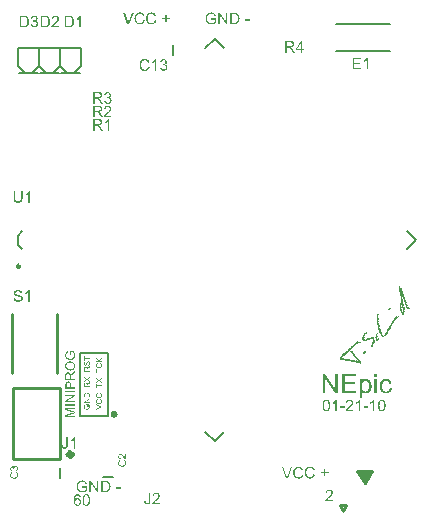
<source format=gto>
%FSLAX24Y24*%
%MOIN*%
G70*
G01*
G75*
G04 Layer_Color=65535*
%ADD10C,0.0060*%
%ADD11C,0.0100*%
%ADD12C,0.0140*%
%ADD13C,0.0200*%
%ADD14R,0.0197X0.1417*%
%ADD15R,0.0433X0.0394*%
%ADD16R,0.0276X0.0571*%
%ADD17R,0.0394X0.0433*%
%ADD18R,0.0400X0.1000*%
G04:AMPARAMS|DCode=19|XSize=31.5mil|YSize=74.8mil|CornerRadius=0mil|HoleSize=0mil|Usage=FLASHONLY|Rotation=135.000|XOffset=0mil|YOffset=0mil|HoleType=Round|Shape=Round|*
%AMOVALD19*
21,1,0.0433,0.0315,0.0000,0.0000,225.0*
1,1,0.0315,0.0153,0.0153*
1,1,0.0315,-0.0153,-0.0153*
%
%ADD19OVALD19*%

G04:AMPARAMS|DCode=20|XSize=31.5mil|YSize=74.8mil|CornerRadius=0mil|HoleSize=0mil|Usage=FLASHONLY|Rotation=45.000|XOffset=0mil|YOffset=0mil|HoleType=Round|Shape=Round|*
%AMOVALD20*
21,1,0.0433,0.0315,0.0000,0.0000,135.0*
1,1,0.0315,0.0153,-0.0153*
1,1,0.0315,-0.0153,0.0153*
%
%ADD20OVALD20*%

G04:AMPARAMS|DCode=21|XSize=39.4mil|YSize=43.3mil|CornerRadius=0mil|HoleSize=0mil|Usage=FLASHONLY|Rotation=45.000|XOffset=0mil|YOffset=0mil|HoleType=Round|Shape=Rectangle|*
%AMROTATEDRECTD21*
4,1,4,0.0014,-0.0292,-0.0292,0.0014,-0.0014,0.0292,0.0292,-0.0014,0.0014,-0.0292,0.0*
%
%ADD21ROTATEDRECTD21*%

%ADD22C,0.0705*%
%ADD23R,0.0530X0.0530*%
%ADD24C,0.0530*%
%ADD25C,0.0240*%
%ADD26C,0.0400*%
%ADD27C,0.1500*%
%ADD28C,0.0400*%
G04:AMPARAMS|DCode=29|XSize=94mil|YSize=94mil|CornerRadius=0mil|HoleSize=0mil|Usage=FLASHONLY|Rotation=0.000|XOffset=0mil|YOffset=0mil|HoleType=Round|Shape=Relief|Width=8mil|Gap=10mil|Entries=4|*
%AMTHD29*
7,0,0,0.0940,0.0740,0.0080,45*
%
%ADD29THD29*%
%ADD30C,0.0780*%
%ADD31C,0.0594*%
G04:AMPARAMS|DCode=32|XSize=75.433mil|YSize=75.433mil|CornerRadius=0mil|HoleSize=0mil|Usage=FLASHONLY|Rotation=0.000|XOffset=0mil|YOffset=0mil|HoleType=Round|Shape=Relief|Width=8mil|Gap=10mil|Entries=4|*
%AMTHD32*
7,0,0,0.0754,0.0554,0.0080,45*
%
%ADD32THD32*%
%ADD33C,0.0320*%
%ADD34C,0.0440*%
%ADD35R,0.0669X0.0827*%
%ADD36C,0.0197*%
%ADD37C,0.0098*%
%ADD38C,0.0010*%
%ADD39C,0.0050*%
%ADD40C,0.0079*%
G36*
X1096Y-1664D02*
X1099D01*
X1104Y-1665D01*
X1114Y-1667D01*
X1126Y-1670D01*
X1138Y-1675D01*
X1151Y-1681D01*
X1156Y-1685D01*
X1162Y-1690D01*
X1163D01*
X1164Y-1691D01*
X1167Y-1694D01*
X1172Y-1700D01*
X1178Y-1708D01*
X1184Y-1718D01*
X1189Y-1729D01*
X1195Y-1743D01*
X1197Y-1759D01*
X1151Y-1763D01*
Y-1762D01*
Y-1762D01*
X1149Y-1758D01*
X1148Y-1753D01*
X1146Y-1748D01*
X1140Y-1734D01*
X1137Y-1728D01*
X1133Y-1723D01*
X1132Y-1722D01*
X1129Y-1719D01*
X1125Y-1717D01*
X1120Y-1712D01*
X1113Y-1709D01*
X1104Y-1705D01*
X1095Y-1703D01*
X1085Y-1703D01*
X1081D01*
X1077Y-1703D01*
X1072Y-1704D01*
X1065Y-1705D01*
X1058Y-1708D01*
X1052Y-1711D01*
X1045Y-1715D01*
X1044Y-1716D01*
X1041Y-1718D01*
X1037Y-1722D01*
X1032Y-1728D01*
X1027Y-1734D01*
X1021Y-1742D01*
X1015Y-1752D01*
X1010Y-1763D01*
Y-1764D01*
X1009Y-1765D01*
X1009Y-1767D01*
X1008Y-1769D01*
X1007Y-1772D01*
X1006Y-1776D01*
X1004Y-1781D01*
X1003Y-1786D01*
X1002Y-1792D01*
X1001Y-1798D01*
X1000Y-1806D01*
X999Y-1814D01*
X998Y-1822D01*
X997Y-1832D01*
X997Y-1842D01*
Y-1852D01*
X997Y-1851D01*
X1000Y-1848D01*
X1003Y-1843D01*
X1009Y-1838D01*
X1014Y-1831D01*
X1021Y-1825D01*
X1030Y-1819D01*
X1038Y-1814D01*
X1040Y-1813D01*
X1042Y-1812D01*
X1048Y-1810D01*
X1054Y-1807D01*
X1062Y-1805D01*
X1071Y-1803D01*
X1080Y-1801D01*
X1090Y-1801D01*
X1094D01*
X1098Y-1801D01*
X1102Y-1802D01*
X1107Y-1803D01*
X1118Y-1805D01*
X1130Y-1810D01*
X1137Y-1812D01*
X1144Y-1815D01*
X1151Y-1820D01*
X1158Y-1824D01*
X1164Y-1829D01*
X1171Y-1836D01*
X1171Y-1836D01*
X1172Y-1838D01*
X1173Y-1839D01*
X1176Y-1842D01*
X1178Y-1846D01*
X1181Y-1850D01*
X1184Y-1855D01*
X1188Y-1860D01*
X1190Y-1866D01*
X1193Y-1873D01*
X1196Y-1880D01*
X1199Y-1888D01*
X1201Y-1897D01*
X1203Y-1905D01*
X1203Y-1915D01*
X1204Y-1925D01*
Y-1926D01*
Y-1927D01*
Y-1929D01*
Y-1931D01*
X1203Y-1935D01*
Y-1938D01*
X1202Y-1948D01*
X1200Y-1958D01*
X1197Y-1969D01*
X1193Y-1981D01*
X1188Y-1993D01*
Y-1993D01*
X1188Y-1994D01*
X1186Y-1996D01*
X1185Y-1998D01*
X1182Y-2003D01*
X1177Y-2010D01*
X1171Y-2018D01*
X1163Y-2025D01*
X1155Y-2033D01*
X1145Y-2040D01*
X1144Y-2041D01*
X1140Y-2042D01*
X1134Y-2045D01*
X1127Y-2048D01*
X1118Y-2051D01*
X1107Y-2054D01*
X1096Y-2056D01*
X1083Y-2056D01*
X1081D01*
X1078Y-2056D01*
X1073D01*
X1069Y-2055D01*
X1063Y-2054D01*
X1056Y-2053D01*
X1049Y-2051D01*
X1042Y-2049D01*
X1034Y-2046D01*
X1026Y-2042D01*
X1018Y-2038D01*
X1010Y-2033D01*
X1001Y-2027D01*
X994Y-2021D01*
X987Y-2013D01*
X986Y-2013D01*
X985Y-2011D01*
X983Y-2008D01*
X981Y-2005D01*
X978Y-2000D01*
X975Y-1994D01*
X972Y-1987D01*
X969Y-1979D01*
X965Y-1970D01*
X962Y-1959D01*
X959Y-1948D01*
X956Y-1935D01*
X954Y-1921D01*
X952Y-1905D01*
X951Y-1889D01*
X950Y-1870D01*
Y-1870D01*
Y-1869D01*
Y-1867D01*
Y-1866D01*
Y-1860D01*
X951Y-1852D01*
X951Y-1843D01*
X952Y-1832D01*
X954Y-1821D01*
X955Y-1808D01*
X957Y-1795D01*
X960Y-1781D01*
X963Y-1768D01*
X968Y-1755D01*
X972Y-1742D01*
X977Y-1730D01*
X984Y-1718D01*
X991Y-1708D01*
X992Y-1708D01*
X993Y-1707D01*
X994Y-1704D01*
X997Y-1701D01*
X1001Y-1698D01*
X1006Y-1694D01*
X1011Y-1690D01*
X1017Y-1686D01*
X1023Y-1682D01*
X1031Y-1678D01*
X1038Y-1674D01*
X1047Y-1671D01*
X1056Y-1668D01*
X1066Y-1666D01*
X1077Y-1664D01*
X1088Y-1664D01*
X1092D01*
X1096Y-1664D01*
D02*
G37*
G36*
X1387D02*
X1394Y-1666D01*
X1402Y-1667D01*
X1412Y-1669D01*
X1421Y-1673D01*
X1430Y-1677D01*
X1431Y-1677D01*
X1434Y-1679D01*
X1438Y-1682D01*
X1444Y-1686D01*
X1450Y-1691D01*
X1456Y-1697D01*
X1462Y-1704D01*
X1468Y-1712D01*
X1469Y-1714D01*
X1471Y-1717D01*
X1474Y-1722D01*
X1477Y-1728D01*
X1481Y-1736D01*
X1485Y-1746D01*
X1489Y-1758D01*
X1492Y-1770D01*
Y-1770D01*
X1493Y-1772D01*
Y-1773D01*
X1493Y-1776D01*
X1495Y-1779D01*
X1495Y-1783D01*
X1496Y-1789D01*
X1497Y-1794D01*
X1498Y-1800D01*
X1498Y-1807D01*
X1499Y-1814D01*
X1500Y-1822D01*
X1500Y-1831D01*
Y-1840D01*
X1501Y-1860D01*
Y-1861D01*
Y-1863D01*
Y-1867D01*
Y-1872D01*
X1500Y-1877D01*
Y-1884D01*
X1500Y-1891D01*
X1499Y-1900D01*
X1498Y-1917D01*
X1495Y-1935D01*
X1492Y-1953D01*
X1489Y-1962D01*
X1487Y-1970D01*
Y-1970D01*
X1486Y-1972D01*
X1486Y-1974D01*
X1485Y-1977D01*
X1483Y-1980D01*
X1481Y-1984D01*
X1477Y-1993D01*
X1471Y-2004D01*
X1464Y-2014D01*
X1455Y-2025D01*
X1445Y-2034D01*
X1445D01*
X1444Y-2035D01*
X1443Y-2036D01*
X1441Y-2038D01*
X1434Y-2041D01*
X1427Y-2045D01*
X1416Y-2049D01*
X1405Y-2053D01*
X1391Y-2055D01*
X1376Y-2056D01*
X1371D01*
X1367Y-2056D01*
X1362Y-2055D01*
X1357Y-2054D01*
X1351Y-2053D01*
X1344Y-2052D01*
X1330Y-2047D01*
X1323Y-2044D01*
X1316Y-2040D01*
X1308Y-2035D01*
X1301Y-2030D01*
X1295Y-2024D01*
X1288Y-2017D01*
X1288Y-2017D01*
X1286Y-2015D01*
X1285Y-2012D01*
X1282Y-2008D01*
X1279Y-2003D01*
X1276Y-1996D01*
X1273Y-1989D01*
X1269Y-1979D01*
X1266Y-1969D01*
X1262Y-1958D01*
X1259Y-1945D01*
X1257Y-1931D01*
X1254Y-1915D01*
X1252Y-1898D01*
X1251Y-1880D01*
X1251Y-1860D01*
Y-1860D01*
Y-1858D01*
Y-1854D01*
Y-1849D01*
X1251Y-1843D01*
Y-1837D01*
X1252Y-1829D01*
X1252Y-1821D01*
X1254Y-1804D01*
X1257Y-1786D01*
X1259Y-1767D01*
X1262Y-1759D01*
X1264Y-1751D01*
Y-1750D01*
X1265Y-1749D01*
X1266Y-1747D01*
X1267Y-1744D01*
X1268Y-1741D01*
X1270Y-1736D01*
X1275Y-1727D01*
X1281Y-1717D01*
X1288Y-1706D01*
X1296Y-1696D01*
X1306Y-1687D01*
X1306D01*
X1307Y-1686D01*
X1309Y-1684D01*
X1311Y-1683D01*
X1317Y-1680D01*
X1325Y-1675D01*
X1335Y-1671D01*
X1347Y-1667D01*
X1361Y-1665D01*
X1376Y-1664D01*
X1381D01*
X1387Y-1664D01*
D02*
G37*
G36*
X9483Y-1514D02*
X9488Y-1515D01*
X9493Y-1516D01*
X9499Y-1516D01*
X9506Y-1518D01*
X9520Y-1522D01*
X9534Y-1527D01*
X9542Y-1530D01*
X9549Y-1534D01*
X9555Y-1540D01*
X9562Y-1545D01*
X9562Y-1545D01*
X9563Y-1546D01*
X9565Y-1548D01*
X9567Y-1550D01*
X9569Y-1554D01*
X9572Y-1557D01*
X9578Y-1566D01*
X9584Y-1577D01*
X9589Y-1590D01*
X9593Y-1605D01*
X9594Y-1613D01*
X9594Y-1621D01*
Y-1622D01*
Y-1625D01*
X9594Y-1630D01*
X9593Y-1636D01*
X9592Y-1643D01*
X9590Y-1650D01*
X9588Y-1658D01*
X9585Y-1667D01*
X9584Y-1668D01*
X9583Y-1671D01*
X9580Y-1675D01*
X9577Y-1681D01*
X9573Y-1688D01*
X9568Y-1696D01*
X9561Y-1704D01*
X9553Y-1713D01*
X9552Y-1715D01*
X9549Y-1718D01*
X9544Y-1723D01*
X9540Y-1727D01*
X9536Y-1731D01*
X9531Y-1736D01*
X9525Y-1741D01*
X9520Y-1746D01*
X9513Y-1753D01*
X9506Y-1759D01*
X9498Y-1766D01*
X9490Y-1773D01*
X9480Y-1781D01*
X9480Y-1782D01*
X9479Y-1783D01*
X9476Y-1785D01*
X9473Y-1787D01*
X9466Y-1793D01*
X9458Y-1801D01*
X9449Y-1809D01*
X9439Y-1817D01*
X9432Y-1824D01*
X9429Y-1827D01*
X9426Y-1830D01*
X9425Y-1830D01*
X9424Y-1832D01*
X9422Y-1834D01*
X9419Y-1838D01*
X9413Y-1846D01*
X9406Y-1855D01*
X9595D01*
Y-1900D01*
X9341D01*
Y-1899D01*
Y-1897D01*
Y-1894D01*
X9341Y-1889D01*
X9342Y-1885D01*
X9342Y-1880D01*
X9344Y-1874D01*
X9346Y-1868D01*
Y-1867D01*
X9346Y-1867D01*
X9348Y-1863D01*
X9350Y-1858D01*
X9353Y-1851D01*
X9358Y-1844D01*
X9363Y-1835D01*
X9369Y-1826D01*
X9377Y-1817D01*
Y-1816D01*
X9378Y-1816D01*
X9381Y-1812D01*
X9386Y-1807D01*
X9393Y-1800D01*
X9401Y-1792D01*
X9412Y-1782D01*
X9425Y-1771D01*
X9439Y-1758D01*
X9439Y-1758D01*
X9442Y-1756D01*
X9445Y-1754D01*
X9449Y-1750D01*
X9454Y-1746D01*
X9460Y-1740D01*
X9473Y-1729D01*
X9487Y-1716D01*
X9501Y-1702D01*
X9508Y-1696D01*
X9514Y-1689D01*
X9519Y-1683D01*
X9524Y-1677D01*
Y-1677D01*
X9525Y-1676D01*
X9526Y-1674D01*
X9527Y-1672D01*
X9531Y-1666D01*
X9535Y-1658D01*
X9539Y-1650D01*
X9542Y-1640D01*
X9545Y-1630D01*
X9546Y-1620D01*
Y-1619D01*
Y-1619D01*
X9545Y-1615D01*
X9545Y-1610D01*
X9544Y-1603D01*
X9541Y-1596D01*
X9537Y-1588D01*
X9532Y-1580D01*
X9525Y-1572D01*
X9524Y-1572D01*
X9522Y-1569D01*
X9517Y-1567D01*
X9511Y-1562D01*
X9504Y-1559D01*
X9495Y-1556D01*
X9484Y-1554D01*
X9473Y-1553D01*
X9469D01*
X9467Y-1554D01*
X9461Y-1554D01*
X9453Y-1555D01*
X9445Y-1558D01*
X9435Y-1562D01*
X9427Y-1567D01*
X9418Y-1574D01*
X9418Y-1575D01*
X9415Y-1578D01*
X9412Y-1582D01*
X9408Y-1589D01*
X9404Y-1597D01*
X9401Y-1606D01*
X9399Y-1617D01*
X9398Y-1630D01*
X9349Y-1625D01*
Y-1624D01*
Y-1623D01*
X9350Y-1620D01*
X9351Y-1616D01*
X9352Y-1612D01*
X9352Y-1606D01*
X9356Y-1595D01*
X9360Y-1581D01*
X9367Y-1568D01*
X9376Y-1554D01*
X9380Y-1548D01*
X9386Y-1543D01*
X9387Y-1542D01*
X9388Y-1541D01*
X9390Y-1540D01*
X9392Y-1538D01*
X9396Y-1536D01*
X9400Y-1533D01*
X9404Y-1531D01*
X9410Y-1528D01*
X9415Y-1526D01*
X9422Y-1523D01*
X9430Y-1520D01*
X9437Y-1519D01*
X9455Y-1515D01*
X9464Y-1514D01*
X9474Y-1514D01*
X9479D01*
X9483Y-1514D01*
D02*
G37*
G36*
X10528Y12839D02*
X10301D01*
Y12721D01*
X10513D01*
Y12676D01*
X10301D01*
Y12545D01*
X10537D01*
Y12500D01*
X10250D01*
Y12884D01*
X10528D01*
Y12839D01*
D02*
G37*
G36*
X8566Y13185D02*
X8618D01*
Y13142D01*
X8566D01*
Y13050D01*
X8518D01*
Y13142D01*
X8352D01*
Y13185D01*
X8527Y13434D01*
X8566D01*
Y13185D01*
D02*
G37*
G36*
X8183Y13434D02*
X8188D01*
X8199Y13433D01*
X8212Y13432D01*
X8225Y13430D01*
X8237Y13427D01*
X8243Y13426D01*
X8248Y13424D01*
X8249D01*
X8249Y13423D01*
X8253Y13422D01*
X8257Y13419D01*
X8263Y13415D01*
X8270Y13410D01*
X8277Y13404D01*
X8284Y13396D01*
X8291Y13387D01*
X8291Y13386D01*
X8293Y13382D01*
X8296Y13377D01*
X8299Y13370D01*
X8302Y13361D01*
X8305Y13351D01*
X8307Y13341D01*
X8307Y13329D01*
Y13328D01*
Y13327D01*
Y13325D01*
X8307Y13322D01*
Y13319D01*
X8306Y13314D01*
X8304Y13305D01*
X8301Y13294D01*
X8296Y13283D01*
X8289Y13271D01*
X8285Y13265D01*
X8280Y13260D01*
X8279Y13259D01*
X8277Y13258D01*
X8276Y13255D01*
X8273Y13254D01*
X8269Y13251D01*
X8265Y13248D01*
X8260Y13245D01*
X8255Y13242D01*
X8249Y13240D01*
X8242Y13237D01*
X8235Y13234D01*
X8227Y13231D01*
X8218Y13228D01*
X8209Y13227D01*
X8199Y13225D01*
X8200Y13224D01*
X8202Y13223D01*
X8206Y13221D01*
X8210Y13219D01*
X8220Y13213D01*
X8225Y13209D01*
X8229Y13206D01*
X8230Y13204D01*
X8233Y13202D01*
X8238Y13197D01*
X8243Y13192D01*
X8249Y13184D01*
X8256Y13175D01*
X8264Y13165D01*
X8271Y13154D01*
X8338Y13050D01*
X8274D01*
X8223Y13130D01*
Y13130D01*
X8222Y13131D01*
X8221Y13133D01*
X8220Y13135D01*
X8216Y13141D01*
X8211Y13149D01*
X8205Y13158D01*
X8198Y13166D01*
X8192Y13175D01*
X8187Y13182D01*
X8186Y13183D01*
X8184Y13185D01*
X8181Y13189D01*
X8178Y13193D01*
X8170Y13201D01*
X8166Y13205D01*
X8161Y13208D01*
X8160Y13209D01*
X8159Y13209D01*
X8157Y13210D01*
X8154Y13212D01*
X8147Y13216D01*
X8138Y13218D01*
X8137D01*
X8136Y13219D01*
X8134D01*
X8131Y13220D01*
X8127Y13220D01*
X8122D01*
X8116Y13221D01*
X8051D01*
Y13050D01*
X8000D01*
Y13434D01*
X8178D01*
X8183Y13434D01*
D02*
G37*
G36*
X10503Y1100D02*
X10456D01*
Y1401D01*
X10455Y1400D01*
X10453Y1398D01*
X10449Y1395D01*
X10444Y1391D01*
X10437Y1385D01*
X10430Y1380D01*
X10421Y1374D01*
X10411Y1368D01*
X10410D01*
X10410Y1367D01*
X10406Y1365D01*
X10401Y1362D01*
X10394Y1359D01*
X10387Y1354D01*
X10379Y1351D01*
X10370Y1347D01*
X10362Y1343D01*
Y1390D01*
X10362D01*
X10363Y1390D01*
X10366Y1391D01*
X10368Y1393D01*
X10372Y1395D01*
X10376Y1397D01*
X10385Y1402D01*
X10396Y1408D01*
X10407Y1416D01*
X10419Y1425D01*
X10430Y1434D01*
X10431Y1435D01*
X10431Y1435D01*
X10435Y1439D01*
X10440Y1444D01*
X10447Y1450D01*
X10454Y1459D01*
X10461Y1467D01*
X10467Y1477D01*
X10472Y1486D01*
X10503D01*
Y1100D01*
D02*
G37*
G36*
X10163Y1486D02*
X10168Y1485D01*
X10173Y1484D01*
X10179Y1484D01*
X10186Y1482D01*
X10200Y1479D01*
X10214Y1473D01*
X10222Y1470D01*
X10229Y1466D01*
X10235Y1460D01*
X10242Y1455D01*
X10242Y1455D01*
X10243Y1454D01*
X10245Y1452D01*
X10247Y1450D01*
X10249Y1446D01*
X10252Y1443D01*
X10258Y1434D01*
X10264Y1423D01*
X10269Y1410D01*
X10273Y1395D01*
X10274Y1387D01*
X10275Y1379D01*
Y1378D01*
Y1375D01*
X10274Y1370D01*
X10273Y1364D01*
X10272Y1357D01*
X10270Y1350D01*
X10268Y1342D01*
X10265Y1333D01*
X10264Y1332D01*
X10263Y1329D01*
X10261Y1325D01*
X10257Y1319D01*
X10253Y1312D01*
X10248Y1304D01*
X10241Y1296D01*
X10233Y1287D01*
X10232Y1285D01*
X10229Y1282D01*
X10224Y1277D01*
X10220Y1273D01*
X10216Y1269D01*
X10211Y1264D01*
X10206Y1259D01*
X10200Y1254D01*
X10193Y1247D01*
X10186Y1241D01*
X10178Y1234D01*
X10170Y1227D01*
X10160Y1219D01*
X10160Y1218D01*
X10159Y1217D01*
X10156Y1215D01*
X10153Y1213D01*
X10146Y1207D01*
X10138Y1199D01*
X10129Y1191D01*
X10120Y1183D01*
X10112Y1176D01*
X10109Y1173D01*
X10106Y1170D01*
X10105Y1170D01*
X10104Y1168D01*
X10102Y1166D01*
X10099Y1162D01*
X10093Y1154D01*
X10086Y1145D01*
X10275D01*
Y1100D01*
X10021D01*
Y1101D01*
Y1103D01*
Y1106D01*
X10021Y1111D01*
X10022Y1115D01*
X10022Y1120D01*
X10024Y1126D01*
X10026Y1132D01*
Y1133D01*
X10027Y1133D01*
X10028Y1137D01*
X10030Y1142D01*
X10034Y1149D01*
X10038Y1156D01*
X10043Y1165D01*
X10049Y1174D01*
X10057Y1183D01*
Y1184D01*
X10058Y1184D01*
X10061Y1188D01*
X10066Y1193D01*
X10073Y1200D01*
X10081Y1208D01*
X10092Y1218D01*
X10105Y1229D01*
X10119Y1242D01*
X10120Y1242D01*
X10122Y1244D01*
X10125Y1246D01*
X10129Y1250D01*
X10134Y1254D01*
X10140Y1260D01*
X10153Y1271D01*
X10167Y1284D01*
X10181Y1298D01*
X10188Y1304D01*
X10194Y1311D01*
X10199Y1317D01*
X10204Y1323D01*
Y1323D01*
X10205Y1324D01*
X10206Y1326D01*
X10207Y1328D01*
X10211Y1334D01*
X10215Y1342D01*
X10219Y1350D01*
X10222Y1360D01*
X10225Y1370D01*
X10226Y1380D01*
Y1381D01*
Y1381D01*
X10225Y1385D01*
X10225Y1390D01*
X10224Y1397D01*
X10221Y1404D01*
X10217Y1412D01*
X10213Y1420D01*
X10206Y1428D01*
X10204Y1428D01*
X10202Y1431D01*
X10197Y1433D01*
X10191Y1438D01*
X10184Y1441D01*
X10175Y1444D01*
X10165Y1446D01*
X10153Y1447D01*
X10149D01*
X10147Y1446D01*
X10141Y1446D01*
X10134Y1445D01*
X10125Y1442D01*
X10115Y1438D01*
X10107Y1433D01*
X10098Y1426D01*
X10098Y1425D01*
X10096Y1422D01*
X10092Y1418D01*
X10089Y1411D01*
X10084Y1403D01*
X10081Y1394D01*
X10079Y1383D01*
X10078Y1370D01*
X10029Y1375D01*
Y1376D01*
Y1377D01*
X10030Y1380D01*
X10031Y1384D01*
X10032Y1388D01*
X10032Y1394D01*
X10036Y1405D01*
X10041Y1419D01*
X10047Y1432D01*
X10056Y1446D01*
X10060Y1452D01*
X10066Y1457D01*
X10067Y1458D01*
X10068Y1459D01*
X10070Y1460D01*
X10072Y1462D01*
X10076Y1464D01*
X10080Y1467D01*
X10084Y1469D01*
X10090Y1472D01*
X10096Y1474D01*
X10102Y1477D01*
X10110Y1480D01*
X10117Y1481D01*
X10135Y1485D01*
X10144Y1486D01*
X10154Y1486D01*
X10159D01*
X10163Y1486D01*
D02*
G37*
G36*
X9728Y1100D02*
X9681D01*
Y1401D01*
X9680Y1400D01*
X9678Y1398D01*
X9674Y1395D01*
X9668Y1391D01*
X9662Y1385D01*
X9654Y1380D01*
X9646Y1374D01*
X9636Y1368D01*
X9635D01*
X9635Y1367D01*
X9631Y1365D01*
X9626Y1362D01*
X9619Y1359D01*
X9612Y1354D01*
X9604Y1351D01*
X9595Y1347D01*
X9587Y1343D01*
Y1390D01*
X9587D01*
X9588Y1390D01*
X9591Y1391D01*
X9593Y1393D01*
X9597Y1395D01*
X9601Y1397D01*
X9610Y1402D01*
X9621Y1408D01*
X9632Y1416D01*
X9644Y1425D01*
X9655Y1434D01*
X9656Y1435D01*
X9656Y1435D01*
X9660Y1439D01*
X9665Y1444D01*
X9671Y1450D01*
X9678Y1459D01*
X9685Y1467D01*
X9692Y1477D01*
X9697Y1486D01*
X9728D01*
Y1100D01*
D02*
G37*
G36*
X10763Y1215D02*
X10619D01*
Y1263D01*
X10763D01*
Y1215D01*
D02*
G37*
G36*
X9988D02*
X9843D01*
Y1263D01*
X9988D01*
Y1215D01*
D02*
G37*
G36*
X10980Y1100D02*
X10933D01*
Y1401D01*
X10932Y1400D01*
X10930Y1398D01*
X10926Y1395D01*
X10920Y1391D01*
X10914Y1385D01*
X10906Y1380D01*
X10898Y1374D01*
X10888Y1368D01*
X10887D01*
X10886Y1367D01*
X10883Y1365D01*
X10878Y1362D01*
X10871Y1359D01*
X10864Y1354D01*
X10855Y1351D01*
X10847Y1347D01*
X10838Y1343D01*
Y1390D01*
X10839D01*
X10840Y1390D01*
X10843Y1391D01*
X10845Y1393D01*
X10848Y1395D01*
X10853Y1397D01*
X10862Y1402D01*
X10872Y1408D01*
X10884Y1416D01*
X10896Y1425D01*
X10907Y1434D01*
X10908Y1435D01*
X10908Y1435D01*
X10912Y1439D01*
X10917Y1444D01*
X10923Y1450D01*
X10930Y1459D01*
X10937Y1467D01*
X10944Y1477D01*
X10949Y1486D01*
X10980D01*
Y1100D01*
D02*
G37*
G36*
X-350Y14286D02*
X-343Y14284D01*
X-334Y14283D01*
X-324Y14280D01*
X-314Y14277D01*
X-304Y14272D01*
X-304D01*
X-303Y14271D01*
X-300Y14270D01*
X-295Y14267D01*
X-289Y14263D01*
X-283Y14257D01*
X-276Y14251D01*
X-269Y14243D01*
X-263Y14235D01*
X-263Y14234D01*
X-261Y14231D01*
X-259Y14226D01*
X-256Y14221D01*
X-254Y14213D01*
X-252Y14205D01*
X-250Y14196D01*
X-249Y14186D01*
Y14185D01*
Y14182D01*
X-250Y14177D01*
X-251Y14171D01*
X-253Y14164D01*
X-255Y14157D01*
X-258Y14149D01*
X-263Y14141D01*
X-263Y14140D01*
X-265Y14138D01*
X-269Y14134D01*
X-273Y14129D01*
X-278Y14124D01*
X-285Y14119D01*
X-293Y14113D01*
X-302Y14108D01*
X-302D01*
X-301Y14108D01*
X-299D01*
X-297Y14107D01*
X-291Y14105D01*
X-283Y14101D01*
X-275Y14097D01*
X-266Y14091D01*
X-257Y14084D01*
X-250Y14075D01*
X-249Y14074D01*
X-247Y14071D01*
X-244Y14066D01*
X-240Y14059D01*
X-236Y14050D01*
X-233Y14039D01*
X-231Y14027D01*
X-230Y14013D01*
Y14013D01*
Y14011D01*
Y14009D01*
X-231Y14005D01*
X-232Y14001D01*
X-232Y13996D01*
X-233Y13990D01*
X-235Y13984D01*
X-239Y13971D01*
X-242Y13963D01*
X-246Y13956D01*
X-250Y13949D01*
X-255Y13942D01*
X-261Y13935D01*
X-267Y13928D01*
X-268Y13927D01*
X-269Y13926D01*
X-271Y13925D01*
X-274Y13923D01*
X-277Y13920D01*
X-282Y13917D01*
X-287Y13914D01*
X-292Y13911D01*
X-299Y13908D01*
X-306Y13905D01*
X-314Y13902D01*
X-322Y13899D01*
X-331Y13896D01*
X-340Y13895D01*
X-350Y13894D01*
X-360Y13894D01*
X-364D01*
X-368Y13894D01*
X-373Y13895D01*
X-377Y13895D01*
X-383Y13896D01*
X-389Y13897D01*
X-402Y13901D01*
X-417Y13906D01*
X-424Y13909D01*
X-430Y13913D01*
X-437Y13918D01*
X-443Y13923D01*
X-444Y13924D01*
X-445Y13925D01*
X-446Y13926D01*
X-449Y13929D01*
X-451Y13932D01*
X-454Y13936D01*
X-457Y13940D01*
X-460Y13944D01*
X-467Y13956D01*
X-473Y13970D01*
X-479Y13985D01*
X-480Y13993D01*
X-481Y14002D01*
X-434Y14008D01*
Y14008D01*
X-433Y14006D01*
Y14004D01*
X-432Y14002D01*
X-431Y13995D01*
X-428Y13986D01*
X-424Y13977D01*
X-419Y13967D01*
X-414Y13958D01*
X-407Y13950D01*
X-406Y13950D01*
X-404Y13947D01*
X-400Y13945D01*
X-394Y13942D01*
X-387Y13939D01*
X-379Y13936D01*
X-370Y13933D01*
X-360Y13933D01*
X-356D01*
X-354Y13933D01*
X-348Y13934D01*
X-340Y13936D01*
X-331Y13939D01*
X-322Y13942D01*
X-312Y13948D01*
X-304Y13956D01*
X-302Y13957D01*
X-300Y13960D01*
X-297Y13964D01*
X-292Y13971D01*
X-288Y13980D01*
X-284Y13989D01*
X-282Y14001D01*
X-281Y14013D01*
Y14013D01*
Y14014D01*
Y14016D01*
X-281Y14018D01*
X-282Y14024D01*
X-284Y14032D01*
X-286Y14040D01*
X-290Y14049D01*
X-295Y14058D01*
X-302Y14066D01*
X-304Y14067D01*
X-306Y14070D01*
X-311Y14073D01*
X-317Y14077D01*
X-325Y14081D01*
X-334Y14084D01*
X-344Y14086D01*
X-356Y14087D01*
X-361D01*
X-365Y14087D01*
X-370Y14086D01*
X-376Y14085D01*
X-382Y14084D01*
X-389Y14083D01*
X-384Y14124D01*
X-381D01*
X-378Y14123D01*
X-371D01*
X-366Y14124D01*
X-358Y14125D01*
X-350Y14127D01*
X-341Y14130D01*
X-332Y14133D01*
X-322Y14139D01*
X-321Y14139D01*
X-318Y14142D01*
X-315Y14146D01*
X-310Y14151D01*
X-305Y14157D01*
X-302Y14166D01*
X-299Y14176D01*
X-298Y14187D01*
Y14188D01*
Y14188D01*
Y14191D01*
X-299Y14196D01*
X-300Y14202D01*
X-302Y14209D01*
X-305Y14216D01*
X-309Y14224D01*
X-315Y14230D01*
X-316Y14231D01*
X-318Y14233D01*
X-322Y14236D01*
X-328Y14239D01*
X-334Y14242D01*
X-342Y14245D01*
X-350Y14247D01*
X-360Y14247D01*
X-365D01*
X-370Y14246D01*
X-376Y14245D01*
X-384Y14243D01*
X-391Y14240D01*
X-399Y14236D01*
X-407Y14230D01*
X-407Y14229D01*
X-410Y14227D01*
X-412Y14223D01*
X-416Y14217D01*
X-420Y14210D01*
X-424Y14201D01*
X-427Y14191D01*
X-429Y14178D01*
X-477Y14187D01*
Y14187D01*
X-476Y14189D01*
X-476Y14191D01*
X-475Y14194D01*
X-474Y14198D01*
X-473Y14203D01*
X-469Y14214D01*
X-464Y14225D01*
X-457Y14238D01*
X-449Y14249D01*
X-438Y14260D01*
X-438Y14260D01*
X-437Y14261D01*
X-435Y14262D01*
X-432Y14264D01*
X-429Y14266D01*
X-426Y14268D01*
X-417Y14273D01*
X-406Y14278D01*
X-393Y14282D01*
X-378Y14285D01*
X-370Y14286D01*
X-356D01*
X-350Y14286D01*
D02*
G37*
G36*
X-693Y14284D02*
X-682Y14283D01*
X-670Y14282D01*
X-659Y14280D01*
X-650Y14279D01*
X-649D01*
X-648Y14278D01*
X-647D01*
X-645Y14277D01*
X-638Y14275D01*
X-631Y14272D01*
X-622Y14269D01*
X-612Y14264D01*
X-603Y14258D01*
X-594Y14251D01*
X-593D01*
X-593Y14250D01*
X-589Y14246D01*
X-583Y14240D01*
X-577Y14233D01*
X-569Y14224D01*
X-562Y14212D01*
X-555Y14200D01*
X-548Y14185D01*
Y14184D01*
X-548Y14183D01*
X-547Y14181D01*
X-546Y14178D01*
X-545Y14174D01*
X-543Y14170D01*
X-542Y14164D01*
X-541Y14159D01*
X-539Y14152D01*
X-538Y14145D01*
X-535Y14130D01*
X-534Y14113D01*
X-533Y14094D01*
Y14094D01*
Y14092D01*
Y14090D01*
Y14087D01*
X-534Y14083D01*
Y14078D01*
X-534Y14068D01*
X-535Y14056D01*
X-538Y14043D01*
X-540Y14029D01*
X-543Y14016D01*
Y14016D01*
X-544Y14015D01*
X-545Y14013D01*
X-545Y14011D01*
X-548Y14005D01*
X-550Y13997D01*
X-554Y13988D01*
X-559Y13978D01*
X-564Y13969D01*
X-570Y13960D01*
X-570Y13959D01*
X-573Y13957D01*
X-576Y13953D01*
X-580Y13947D01*
X-585Y13942D01*
X-591Y13936D01*
X-598Y13930D01*
X-605Y13925D01*
X-605Y13925D01*
X-608Y13923D01*
X-612Y13921D01*
X-618Y13918D01*
X-624Y13915D01*
X-632Y13912D01*
X-641Y13909D01*
X-651Y13906D01*
X-652D01*
X-655Y13905D01*
X-660Y13905D01*
X-668Y13904D01*
X-677Y13902D01*
X-687Y13901D01*
X-699Y13901D01*
X-712Y13900D01*
X-850D01*
Y14284D01*
X-703D01*
X-693Y14284D01*
D02*
G37*
G36*
X3516Y-1878D02*
Y-1878D01*
Y-1880D01*
Y-1882D01*
Y-1886D01*
X3515Y-1890D01*
Y-1895D01*
X3515Y-1905D01*
X3513Y-1918D01*
X3511Y-1930D01*
X3508Y-1942D01*
X3504Y-1953D01*
X3503Y-1954D01*
X3502Y-1957D01*
X3499Y-1961D01*
X3495Y-1967D01*
X3490Y-1974D01*
X3484Y-1981D01*
X3475Y-1987D01*
X3467Y-1993D01*
X3465Y-1994D01*
X3462Y-1995D01*
X3457Y-1997D01*
X3450Y-1999D01*
X3441Y-2002D01*
X3431Y-2004D01*
X3419Y-2006D01*
X3407Y-2006D01*
X3402D01*
X3399Y-2006D01*
X3395Y-2005D01*
X3389Y-2005D01*
X3378Y-2003D01*
X3366Y-1999D01*
X3353Y-1994D01*
X3347Y-1991D01*
X3341Y-1987D01*
X3335Y-1983D01*
X3330Y-1978D01*
Y-1977D01*
X3329Y-1977D01*
X3327Y-1975D01*
X3326Y-1972D01*
X3323Y-1969D01*
X3321Y-1965D01*
X3319Y-1961D01*
X3316Y-1956D01*
X3314Y-1950D01*
X3312Y-1944D01*
X3309Y-1937D01*
X3307Y-1929D01*
X3306Y-1920D01*
X3305Y-1911D01*
X3304Y-1902D01*
Y-1891D01*
X3350Y-1885D01*
Y-1885D01*
Y-1887D01*
Y-1889D01*
X3350Y-1892D01*
Y-1895D01*
X3351Y-1899D01*
X3352Y-1909D01*
X3354Y-1919D01*
X3357Y-1929D01*
X3361Y-1938D01*
X3364Y-1942D01*
X3366Y-1946D01*
X3367Y-1946D01*
X3369Y-1948D01*
X3372Y-1951D01*
X3376Y-1953D01*
X3382Y-1956D01*
X3389Y-1959D01*
X3398Y-1961D01*
X3407Y-1961D01*
X3410D01*
X3414Y-1961D01*
X3418Y-1960D01*
X3423Y-1959D01*
X3429Y-1958D01*
X3434Y-1956D01*
X3440Y-1953D01*
X3440Y-1952D01*
X3442Y-1951D01*
X3444Y-1949D01*
X3447Y-1946D01*
X3451Y-1943D01*
X3454Y-1939D01*
X3457Y-1934D01*
X3459Y-1929D01*
Y-1929D01*
X3460Y-1926D01*
X3461Y-1923D01*
X3462Y-1918D01*
X3463Y-1910D01*
X3464Y-1902D01*
X3465Y-1892D01*
Y-1881D01*
Y-1616D01*
X3516D01*
Y-1878D01*
D02*
G37*
G36*
X807Y14284D02*
X818Y14283D01*
X830Y14282D01*
X841Y14280D01*
X850Y14279D01*
X851D01*
X852Y14278D01*
X853D01*
X855Y14277D01*
X862Y14275D01*
X869Y14272D01*
X878Y14269D01*
X888Y14264D01*
X897Y14258D01*
X906Y14251D01*
X907D01*
X907Y14250D01*
X912Y14246D01*
X917Y14240D01*
X923Y14233D01*
X931Y14224D01*
X938Y14212D01*
X945Y14200D01*
X952Y14185D01*
Y14184D01*
X952Y14183D01*
X953Y14181D01*
X954Y14178D01*
X955Y14174D01*
X957Y14170D01*
X958Y14164D01*
X959Y14159D01*
X961Y14152D01*
X962Y14145D01*
X965Y14130D01*
X966Y14113D01*
X967Y14094D01*
Y14094D01*
Y14092D01*
Y14090D01*
Y14087D01*
X966Y14083D01*
Y14078D01*
X966Y14068D01*
X965Y14056D01*
X962Y14043D01*
X960Y14029D01*
X957Y14016D01*
Y14016D01*
X956Y14015D01*
X955Y14013D01*
X955Y14011D01*
X952Y14005D01*
X950Y13997D01*
X946Y13988D01*
X941Y13978D01*
X936Y13969D01*
X930Y13960D01*
X930Y13959D01*
X927Y13957D01*
X924Y13953D01*
X920Y13947D01*
X915Y13942D01*
X909Y13936D01*
X902Y13930D01*
X895Y13925D01*
X895Y13925D01*
X892Y13923D01*
X888Y13921D01*
X882Y13918D01*
X876Y13915D01*
X868Y13912D01*
X859Y13909D01*
X849Y13906D01*
X848D01*
X845Y13905D01*
X840Y13905D01*
X832Y13904D01*
X823Y13902D01*
X813Y13901D01*
X801Y13901D01*
X788Y13900D01*
X650D01*
Y14284D01*
X797D01*
X807Y14284D01*
D02*
G37*
G36*
X354Y14286D02*
X359Y14285D01*
X364Y14284D01*
X370Y14284D01*
X377Y14282D01*
X391Y14279D01*
X405Y14273D01*
X413Y14270D01*
X420Y14266D01*
X426Y14260D01*
X433Y14255D01*
X433Y14255D01*
X434Y14254D01*
X436Y14252D01*
X438Y14250D01*
X440Y14246D01*
X443Y14243D01*
X449Y14234D01*
X455Y14223D01*
X460Y14210D01*
X464Y14195D01*
X465Y14187D01*
X465Y14179D01*
Y14178D01*
Y14175D01*
X465Y14170D01*
X464Y14164D01*
X463Y14157D01*
X461Y14150D01*
X459Y14142D01*
X455Y14133D01*
X455Y14132D01*
X454Y14129D01*
X451Y14125D01*
X448Y14119D01*
X444Y14112D01*
X439Y14104D01*
X431Y14096D01*
X424Y14087D01*
X423Y14085D01*
X420Y14082D01*
X415Y14077D01*
X411Y14073D01*
X407Y14069D01*
X402Y14064D01*
X396Y14059D01*
X391Y14054D01*
X384Y14047D01*
X377Y14041D01*
X369Y14034D01*
X361Y14027D01*
X351Y14019D01*
X351Y14018D01*
X350Y14017D01*
X347Y14015D01*
X344Y14013D01*
X337Y14007D01*
X329Y13999D01*
X320Y13991D01*
X310Y13983D01*
X303Y13976D01*
X300Y13973D01*
X297Y13970D01*
X296Y13970D01*
X295Y13968D01*
X293Y13966D01*
X290Y13962D01*
X283Y13954D01*
X277Y13945D01*
X466D01*
Y13900D01*
X212D01*
Y13901D01*
Y13903D01*
Y13906D01*
X212Y13911D01*
X213Y13915D01*
X213Y13920D01*
X215Y13926D01*
X217Y13932D01*
Y13933D01*
X217Y13933D01*
X219Y13937D01*
X221Y13942D01*
X224Y13949D01*
X228Y13956D01*
X234Y13965D01*
X240Y13974D01*
X248Y13983D01*
Y13984D01*
X249Y13984D01*
X252Y13988D01*
X257Y13993D01*
X264Y14000D01*
X272Y14008D01*
X283Y14018D01*
X296Y14029D01*
X310Y14042D01*
X310Y14042D01*
X313Y14044D01*
X316Y14046D01*
X320Y14050D01*
X325Y14054D01*
X331Y14060D01*
X344Y14071D01*
X358Y14084D01*
X372Y14098D01*
X379Y14104D01*
X385Y14111D01*
X390Y14117D01*
X395Y14123D01*
Y14123D01*
X396Y14124D01*
X397Y14126D01*
X398Y14128D01*
X402Y14134D01*
X406Y14142D01*
X410Y14150D01*
X413Y14160D01*
X416Y14170D01*
X417Y14180D01*
Y14181D01*
Y14181D01*
X416Y14185D01*
X416Y14190D01*
X415Y14197D01*
X412Y14204D01*
X408Y14212D01*
X403Y14220D01*
X396Y14228D01*
X395Y14228D01*
X393Y14231D01*
X388Y14233D01*
X382Y14238D01*
X375Y14241D01*
X366Y14244D01*
X355Y14246D01*
X344Y14247D01*
X340D01*
X338Y14246D01*
X332Y14246D01*
X324Y14245D01*
X316Y14242D01*
X306Y14238D01*
X298Y14233D01*
X289Y14226D01*
X289Y14225D01*
X286Y14222D01*
X283Y14218D01*
X279Y14211D01*
X275Y14203D01*
X272Y14194D01*
X270Y14183D01*
X269Y14170D01*
X220Y14175D01*
Y14176D01*
Y14177D01*
X221Y14180D01*
X221Y14184D01*
X223Y14188D01*
X223Y14194D01*
X227Y14205D01*
X231Y14219D01*
X238Y14232D01*
X247Y14246D01*
X251Y14252D01*
X257Y14257D01*
X258Y14258D01*
X259Y14259D01*
X261Y14260D01*
X263Y14262D01*
X267Y14264D01*
X271Y14267D01*
X275Y14269D01*
X281Y14272D01*
X286Y14274D01*
X293Y14277D01*
X300Y14280D01*
X308Y14281D01*
X326Y14285D01*
X335Y14286D01*
X345Y14286D01*
X350D01*
X354Y14286D01*
D02*
G37*
G36*
X7Y14284D02*
X18Y14283D01*
X30Y14282D01*
X41Y14280D01*
X50Y14279D01*
X51D01*
X52Y14278D01*
X53D01*
X55Y14277D01*
X62Y14275D01*
X69Y14272D01*
X78Y14269D01*
X88Y14264D01*
X97Y14258D01*
X106Y14251D01*
X107D01*
X107Y14250D01*
X111Y14246D01*
X117Y14240D01*
X123Y14233D01*
X131Y14224D01*
X138Y14212D01*
X145Y14200D01*
X152Y14185D01*
Y14184D01*
X152Y14183D01*
X153Y14181D01*
X154Y14178D01*
X155Y14174D01*
X157Y14170D01*
X158Y14164D01*
X159Y14159D01*
X161Y14152D01*
X162Y14145D01*
X165Y14130D01*
X166Y14113D01*
X167Y14094D01*
Y14094D01*
Y14092D01*
Y14090D01*
Y14087D01*
X166Y14083D01*
Y14078D01*
X166Y14068D01*
X165Y14056D01*
X162Y14043D01*
X160Y14029D01*
X157Y14016D01*
Y14016D01*
X156Y14015D01*
X155Y14013D01*
X155Y14011D01*
X152Y14005D01*
X150Y13997D01*
X146Y13988D01*
X141Y13978D01*
X136Y13969D01*
X130Y13960D01*
X130Y13959D01*
X127Y13957D01*
X124Y13953D01*
X120Y13947D01*
X115Y13942D01*
X109Y13936D01*
X102Y13930D01*
X95Y13925D01*
X95Y13925D01*
X92Y13923D01*
X88Y13921D01*
X82Y13918D01*
X76Y13915D01*
X68Y13912D01*
X59Y13909D01*
X49Y13906D01*
X48D01*
X45Y13905D01*
X40Y13905D01*
X32Y13904D01*
X23Y13902D01*
X13Y13901D01*
X1Y13901D01*
X-12Y13900D01*
X-150D01*
Y14284D01*
X-3D01*
X7Y14284D01*
D02*
G37*
G36*
X763Y-28D02*
Y-28D01*
Y-30D01*
Y-32D01*
Y-36D01*
X762Y-40D01*
Y-45D01*
X762Y-55D01*
X760Y-68D01*
X758Y-80D01*
X755Y-92D01*
X751Y-103D01*
X751Y-104D01*
X749Y-107D01*
X746Y-111D01*
X742Y-117D01*
X737Y-124D01*
X731Y-131D01*
X723Y-137D01*
X714Y-143D01*
X713Y-144D01*
X709Y-145D01*
X704Y-147D01*
X697Y-149D01*
X688Y-152D01*
X678Y-154D01*
X666Y-156D01*
X654Y-156D01*
X649D01*
X646Y-156D01*
X642Y-155D01*
X637Y-155D01*
X625Y-153D01*
X613Y-149D01*
X600Y-144D01*
X594Y-141D01*
X588Y-137D01*
X582Y-133D01*
X577Y-128D01*
Y-127D01*
X576Y-127D01*
X575Y-125D01*
X573Y-123D01*
X570Y-119D01*
X569Y-115D01*
X566Y-111D01*
X563Y-106D01*
X561Y-100D01*
X559Y-94D01*
X556Y-87D01*
X555Y-79D01*
X553Y-70D01*
X552Y-61D01*
X551Y-52D01*
Y-41D01*
X597Y-35D01*
Y-35D01*
Y-37D01*
Y-39D01*
X597Y-42D01*
Y-45D01*
X598Y-49D01*
X600Y-59D01*
X601Y-69D01*
X604Y-79D01*
X608Y-88D01*
X611Y-92D01*
X613Y-96D01*
X614Y-96D01*
X616Y-98D01*
X619Y-101D01*
X624Y-103D01*
X630Y-106D01*
X637Y-109D01*
X645Y-111D01*
X654Y-111D01*
X658D01*
X661Y-111D01*
X665Y-110D01*
X671Y-109D01*
X676Y-108D01*
X682Y-106D01*
X687Y-103D01*
X687Y-102D01*
X689Y-101D01*
X692Y-99D01*
X694Y-96D01*
X698Y-93D01*
X701Y-89D01*
X704Y-84D01*
X706Y-79D01*
Y-79D01*
X707Y-76D01*
X708Y-73D01*
X709Y-68D01*
X710Y-60D01*
X711Y-52D01*
X712Y-42D01*
Y-31D01*
Y234D01*
X763D01*
Y-28D01*
D02*
G37*
G36*
X1005Y-150D02*
X957D01*
Y151D01*
X957Y150D01*
X954Y148D01*
X950Y145D01*
X945Y141D01*
X938Y135D01*
X931Y130D01*
X922Y124D01*
X912Y118D01*
X912D01*
X911Y117D01*
X907Y115D01*
X902Y112D01*
X896Y109D01*
X888Y104D01*
X880Y101D01*
X871Y97D01*
X863Y93D01*
Y140D01*
X864D01*
X865Y140D01*
X867Y141D01*
X869Y143D01*
X873Y145D01*
X877Y147D01*
X886Y152D01*
X897Y158D01*
X909Y166D01*
X920Y175D01*
X931Y184D01*
X932Y185D01*
X933Y185D01*
X936Y189D01*
X941Y194D01*
X948Y200D01*
X955Y209D01*
X962Y217D01*
X968Y227D01*
X974Y236D01*
X1005D01*
Y-150D01*
D02*
G37*
G36*
X10765Y12500D02*
X10718D01*
Y12801D01*
X10717Y12800D01*
X10715Y12798D01*
X10711Y12795D01*
X10706Y12791D01*
X10699Y12785D01*
X10692Y12780D01*
X10683Y12774D01*
X10673Y12768D01*
X10672D01*
X10672Y12767D01*
X10668Y12765D01*
X10663Y12762D01*
X10657Y12759D01*
X10649Y12754D01*
X10641Y12751D01*
X10632Y12747D01*
X10624Y12743D01*
Y12790D01*
X10624D01*
X10626Y12790D01*
X10628Y12791D01*
X10630Y12793D01*
X10634Y12795D01*
X10638Y12797D01*
X10647Y12802D01*
X10658Y12808D01*
X10669Y12816D01*
X10681Y12825D01*
X10692Y12834D01*
X10693Y12835D01*
X10693Y12835D01*
X10697Y12839D01*
X10702Y12844D01*
X10709Y12850D01*
X10716Y12859D01*
X10723Y12867D01*
X10729Y12877D01*
X10734Y12886D01*
X10765D01*
Y12500D01*
D02*
G37*
G36*
X3716Y-1614D02*
X3720Y-1615D01*
X3726Y-1616D01*
X3732Y-1616D01*
X3738Y-1618D01*
X3752Y-1621D01*
X3767Y-1627D01*
X3774Y-1630D01*
X3781Y-1634D01*
X3788Y-1640D01*
X3794Y-1645D01*
X3795Y-1645D01*
X3795Y-1646D01*
X3797Y-1648D01*
X3799Y-1650D01*
X3802Y-1654D01*
X3805Y-1657D01*
X3811Y-1666D01*
X3816Y-1677D01*
X3822Y-1690D01*
X3826Y-1705D01*
X3826Y-1713D01*
X3827Y-1721D01*
Y-1722D01*
Y-1725D01*
X3826Y-1730D01*
X3826Y-1736D01*
X3825Y-1743D01*
X3823Y-1750D01*
X3820Y-1758D01*
X3817Y-1767D01*
X3816Y-1768D01*
X3815Y-1771D01*
X3813Y-1775D01*
X3809Y-1781D01*
X3805Y-1788D01*
X3800Y-1796D01*
X3793Y-1804D01*
X3785Y-1813D01*
X3784Y-1815D01*
X3781Y-1818D01*
X3776Y-1823D01*
X3773Y-1827D01*
X3768Y-1831D01*
X3764Y-1836D01*
X3758Y-1841D01*
X3752Y-1846D01*
X3746Y-1853D01*
X3739Y-1859D01*
X3730Y-1866D01*
X3722Y-1873D01*
X3713Y-1881D01*
X3712Y-1882D01*
X3711Y-1883D01*
X3709Y-1885D01*
X3706Y-1887D01*
X3699Y-1893D01*
X3690Y-1901D01*
X3681Y-1909D01*
X3672Y-1917D01*
X3664Y-1924D01*
X3661Y-1927D01*
X3658Y-1930D01*
X3658Y-1930D01*
X3657Y-1932D01*
X3654Y-1934D01*
X3651Y-1938D01*
X3645Y-1946D01*
X3639Y-1955D01*
X3828D01*
Y-2000D01*
X3573D01*
Y-1999D01*
Y-1997D01*
Y-1994D01*
X3574Y-1989D01*
X3574Y-1985D01*
X3575Y-1980D01*
X3577Y-1974D01*
X3578Y-1968D01*
Y-1967D01*
X3579Y-1967D01*
X3580Y-1963D01*
X3582Y-1958D01*
X3586Y-1951D01*
X3590Y-1944D01*
X3596Y-1935D01*
X3602Y-1926D01*
X3609Y-1917D01*
Y-1916D01*
X3610Y-1916D01*
X3613Y-1912D01*
X3618Y-1907D01*
X3625Y-1900D01*
X3634Y-1892D01*
X3644Y-1882D01*
X3657Y-1871D01*
X3671Y-1858D01*
X3672Y-1858D01*
X3674Y-1856D01*
X3677Y-1854D01*
X3681Y-1850D01*
X3687Y-1846D01*
X3692Y-1840D01*
X3705Y-1829D01*
X3719Y-1816D01*
X3733Y-1802D01*
X3740Y-1796D01*
X3746Y-1789D01*
X3751Y-1783D01*
X3756Y-1777D01*
Y-1777D01*
X3757Y-1776D01*
X3758Y-1774D01*
X3760Y-1772D01*
X3763Y-1766D01*
X3767Y-1758D01*
X3771Y-1750D01*
X3775Y-1740D01*
X3777Y-1730D01*
X3778Y-1720D01*
Y-1719D01*
Y-1719D01*
X3778Y-1715D01*
X3777Y-1710D01*
X3776Y-1703D01*
X3773Y-1696D01*
X3770Y-1688D01*
X3765Y-1680D01*
X3758Y-1672D01*
X3757Y-1672D01*
X3754Y-1669D01*
X3750Y-1667D01*
X3744Y-1662D01*
X3736Y-1659D01*
X3727Y-1656D01*
X3717Y-1654D01*
X3705Y-1653D01*
X3702D01*
X3699Y-1654D01*
X3694Y-1654D01*
X3686Y-1655D01*
X3677Y-1658D01*
X3668Y-1662D01*
X3659Y-1667D01*
X3651Y-1674D01*
X3650Y-1675D01*
X3648Y-1678D01*
X3644Y-1682D01*
X3641Y-1689D01*
X3637Y-1697D01*
X3634Y-1706D01*
X3632Y-1717D01*
X3630Y-1730D01*
X3582Y-1725D01*
Y-1724D01*
Y-1723D01*
X3582Y-1720D01*
X3583Y-1716D01*
X3584Y-1712D01*
X3585Y-1706D01*
X3588Y-1695D01*
X3593Y-1681D01*
X3599Y-1668D01*
X3608Y-1654D01*
X3613Y-1648D01*
X3619Y-1643D01*
X3619Y-1642D01*
X3620Y-1641D01*
X3622Y-1640D01*
X3625Y-1638D01*
X3628Y-1636D01*
X3632Y-1633D01*
X3637Y-1631D01*
X3642Y-1628D01*
X3648Y-1626D01*
X3654Y-1623D01*
X3662Y-1620D01*
X3670Y-1619D01*
X3687Y-1615D01*
X3696Y-1614D01*
X3706Y-1614D01*
X3712D01*
X3716Y-1614D01*
D02*
G37*
G36*
X-748Y8212D02*
Y8211D01*
Y8210D01*
Y8207D01*
Y8203D01*
X-749Y8197D01*
Y8192D01*
X-749Y8186D01*
X-750Y8179D01*
X-752Y8164D01*
X-754Y8149D01*
X-757Y8134D01*
X-762Y8120D01*
Y8120D01*
X-762Y8118D01*
X-763Y8117D01*
X-764Y8114D01*
X-767Y8109D01*
X-772Y8100D01*
X-779Y8092D01*
X-787Y8082D01*
X-797Y8073D01*
X-809Y8065D01*
X-810D01*
X-811Y8063D01*
X-812Y8063D01*
X-815Y8061D01*
X-818Y8060D01*
X-822Y8058D01*
X-828Y8056D01*
X-833Y8054D01*
X-839Y8052D01*
X-846Y8050D01*
X-853Y8048D01*
X-861Y8047D01*
X-879Y8045D01*
X-898Y8044D01*
X-904D01*
X-907Y8044D01*
X-912D01*
X-917Y8045D01*
X-923Y8045D01*
X-929Y8046D01*
X-944Y8048D01*
X-958Y8051D01*
X-973Y8056D01*
X-987Y8062D01*
X-987D01*
X-989Y8063D01*
X-990Y8063D01*
X-992Y8065D01*
X-999Y8069D01*
X-1006Y8076D01*
X-1014Y8083D01*
X-1021Y8092D01*
X-1029Y8103D01*
X-1035Y8116D01*
Y8116D01*
X-1036Y8117D01*
X-1037Y8119D01*
X-1038Y8122D01*
X-1039Y8125D01*
X-1040Y8130D01*
X-1041Y8135D01*
X-1042Y8141D01*
X-1044Y8148D01*
X-1045Y8155D01*
X-1046Y8163D01*
X-1048Y8171D01*
X-1049Y8180D01*
X-1049Y8190D01*
X-1050Y8201D01*
Y8212D01*
Y8434D01*
X-999D01*
Y8212D01*
Y8211D01*
Y8210D01*
Y8207D01*
Y8204D01*
Y8200D01*
X-999Y8195D01*
X-998Y8184D01*
X-997Y8172D01*
X-996Y8160D01*
X-993Y8148D01*
X-992Y8143D01*
X-990Y8138D01*
X-990Y8137D01*
X-989Y8134D01*
X-986Y8130D01*
X-983Y8125D01*
X-979Y8119D01*
X-973Y8113D01*
X-966Y8107D01*
X-958Y8101D01*
X-957Y8101D01*
X-954Y8100D01*
X-949Y8097D01*
X-943Y8096D01*
X-935Y8093D01*
X-925Y8091D01*
X-915Y8090D01*
X-903Y8089D01*
X-898D01*
X-894Y8090D01*
X-889D01*
X-884Y8090D01*
X-872Y8092D01*
X-859Y8096D01*
X-846Y8100D01*
X-834Y8106D01*
X-828Y8110D01*
X-823Y8114D01*
Y8115D01*
X-822Y8116D01*
X-821Y8117D01*
X-820Y8120D01*
X-817Y8123D01*
X-815Y8126D01*
X-813Y8131D01*
X-811Y8136D01*
X-809Y8142D01*
X-807Y8149D01*
X-804Y8157D01*
X-803Y8166D01*
X-801Y8176D01*
X-800Y8187D01*
X-799Y8199D01*
Y8212D01*
Y8434D01*
X-748D01*
Y8212D01*
D02*
G37*
G36*
X-505Y8050D02*
X-552D01*
Y8351D01*
X-553Y8350D01*
X-555Y8348D01*
X-559Y8345D01*
X-564Y8341D01*
X-571Y8335D01*
X-578Y8330D01*
X-587Y8324D01*
X-597Y8318D01*
X-598D01*
X-598Y8317D01*
X-602Y8315D01*
X-607Y8312D01*
X-614Y8309D01*
X-621Y8304D01*
X-629Y8301D01*
X-638Y8297D01*
X-646Y8293D01*
Y8340D01*
X-646D01*
X-645Y8340D01*
X-642Y8341D01*
X-640Y8343D01*
X-636Y8345D01*
X-632Y8347D01*
X-623Y8352D01*
X-612Y8358D01*
X-601Y8366D01*
X-589Y8375D01*
X-578Y8384D01*
X-577Y8385D01*
X-577Y8385D01*
X-573Y8389D01*
X-568Y8394D01*
X-562Y8400D01*
X-554Y8409D01*
X-547Y8417D01*
X-541Y8427D01*
X-536Y8436D01*
X-505D01*
Y8050D01*
D02*
G37*
G36*
X1000Y1165D02*
X732D01*
X1000Y1071D01*
Y1033D01*
X727Y941D01*
X1000D01*
Y900D01*
X679D01*
Y963D01*
X906Y1040D01*
X907D01*
X908Y1040D01*
X909Y1041D01*
X912Y1041D01*
X917Y1043D01*
X924Y1045D01*
X932Y1048D01*
X939Y1050D01*
X947Y1053D01*
X954Y1055D01*
X953Y1055D01*
X950Y1056D01*
X946Y1057D01*
X941Y1059D01*
X934Y1061D01*
X925Y1064D01*
X915Y1068D01*
X902Y1072D01*
X679Y1148D01*
Y1206D01*
X1000D01*
Y1165D01*
D02*
G37*
G36*
X8851Y-750D02*
X8855Y-750D01*
X8861Y-751D01*
X8868Y-752D01*
X8875Y-753D01*
X8890Y-756D01*
X8906Y-762D01*
X8914Y-765D01*
X8923Y-769D01*
X8930Y-774D01*
X8938Y-779D01*
X8938Y-780D01*
X8939Y-780D01*
X8941Y-782D01*
X8944Y-784D01*
X8947Y-787D01*
X8951Y-791D01*
X8955Y-795D01*
X8959Y-800D01*
X8964Y-806D01*
X8968Y-812D01*
X8973Y-819D01*
X8978Y-826D01*
X8982Y-834D01*
X8986Y-843D01*
X8993Y-862D01*
X8942Y-873D01*
Y-873D01*
X8942Y-871D01*
X8941Y-869D01*
X8940Y-866D01*
X8938Y-863D01*
X8937Y-859D01*
X8932Y-850D01*
X8927Y-840D01*
X8920Y-829D01*
X8913Y-820D01*
X8903Y-812D01*
X8902Y-811D01*
X8899Y-809D01*
X8893Y-806D01*
X8886Y-802D01*
X8877Y-798D01*
X8866Y-795D01*
X8853Y-793D01*
X8839Y-793D01*
X8835D01*
X8832Y-793D01*
X8828D01*
X8824Y-794D01*
X8814Y-795D01*
X8802Y-798D01*
X8790Y-802D01*
X8777Y-807D01*
X8766Y-814D01*
X8765D01*
X8765Y-815D01*
X8761Y-818D01*
X8756Y-823D01*
X8749Y-829D01*
X8743Y-838D01*
X8736Y-847D01*
X8729Y-859D01*
X8724Y-871D01*
Y-872D01*
X8724Y-873D01*
X8723Y-875D01*
X8722Y-878D01*
X8721Y-881D01*
X8721Y-885D01*
X8718Y-894D01*
X8716Y-905D01*
X8714Y-918D01*
X8713Y-931D01*
X8713Y-945D01*
Y-946D01*
Y-948D01*
Y-950D01*
Y-953D01*
X8713Y-957D01*
Y-963D01*
X8714Y-968D01*
X8714Y-974D01*
X8716Y-987D01*
X8718Y-1002D01*
X8722Y-1017D01*
X8727Y-1031D01*
Y-1031D01*
X8727Y-1032D01*
X8728Y-1034D01*
X8729Y-1036D01*
X8732Y-1043D01*
X8737Y-1051D01*
X8744Y-1060D01*
X8751Y-1069D01*
X8760Y-1078D01*
X8770Y-1086D01*
X8771D01*
X8772Y-1086D01*
X8773Y-1087D01*
X8776Y-1089D01*
X8782Y-1091D01*
X8790Y-1094D01*
X8800Y-1097D01*
X8811Y-1100D01*
X8823Y-1103D01*
X8836Y-1103D01*
X8840D01*
X8843Y-1103D01*
X8846D01*
X8851Y-1102D01*
X8861Y-1100D01*
X8872Y-1097D01*
X8885Y-1093D01*
X8896Y-1087D01*
X8908Y-1079D01*
X8908Y-1078D01*
X8909Y-1077D01*
X8913Y-1074D01*
X8918Y-1068D01*
X8924Y-1060D01*
X8931Y-1050D01*
X8938Y-1038D01*
X8944Y-1022D01*
X8948Y-1005D01*
X8999Y-1018D01*
Y-1019D01*
X8999Y-1021D01*
X8997Y-1024D01*
X8996Y-1029D01*
X8994Y-1034D01*
X8992Y-1040D01*
X8989Y-1046D01*
X8986Y-1053D01*
X8978Y-1069D01*
X8968Y-1085D01*
X8956Y-1100D01*
X8949Y-1107D01*
X8941Y-1114D01*
X8941Y-1114D01*
X8939Y-1115D01*
X8937Y-1117D01*
X8934Y-1119D01*
X8930Y-1121D01*
X8925Y-1124D01*
X8920Y-1127D01*
X8913Y-1130D01*
X8906Y-1133D01*
X8899Y-1136D01*
X8890Y-1139D01*
X8881Y-1141D01*
X8862Y-1145D01*
X8851Y-1146D01*
X8840Y-1146D01*
X8834D01*
X8830Y-1146D01*
X8824D01*
X8818Y-1145D01*
X8811Y-1144D01*
X8804Y-1144D01*
X8788Y-1140D01*
X8771Y-1136D01*
X8755Y-1129D01*
X8746Y-1126D01*
X8739Y-1121D01*
X8738Y-1121D01*
X8737Y-1120D01*
X8735Y-1118D01*
X8732Y-1117D01*
X8725Y-1111D01*
X8717Y-1103D01*
X8707Y-1093D01*
X8698Y-1080D01*
X8688Y-1065D01*
X8680Y-1048D01*
Y-1048D01*
X8679Y-1046D01*
X8678Y-1043D01*
X8677Y-1040D01*
X8675Y-1035D01*
X8673Y-1030D01*
X8672Y-1024D01*
X8670Y-1017D01*
X8668Y-1010D01*
X8666Y-1002D01*
X8663Y-984D01*
X8660Y-966D01*
X8660Y-945D01*
Y-945D01*
Y-942D01*
Y-939D01*
X8660Y-935D01*
Y-930D01*
X8661Y-924D01*
X8662Y-917D01*
X8663Y-910D01*
X8666Y-893D01*
X8669Y-876D01*
X8675Y-857D01*
X8683Y-840D01*
Y-840D01*
X8684Y-839D01*
X8685Y-836D01*
X8687Y-833D01*
X8689Y-829D01*
X8692Y-825D01*
X8700Y-815D01*
X8708Y-804D01*
X8720Y-793D01*
X8733Y-782D01*
X8748Y-773D01*
X8748D01*
X8749Y-771D01*
X8752Y-770D01*
X8755Y-769D01*
X8759Y-767D01*
X8763Y-765D01*
X8769Y-763D01*
X8775Y-761D01*
X8782Y-759D01*
X8789Y-757D01*
X8804Y-753D01*
X8822Y-750D01*
X8841Y-749D01*
X8846D01*
X8851Y-750D01*
D02*
G37*
G36*
X8463D02*
X8468Y-750D01*
X8474Y-751D01*
X8480Y-752D01*
X8487Y-753D01*
X8503Y-756D01*
X8519Y-762D01*
X8527Y-765D01*
X8535Y-769D01*
X8543Y-774D01*
X8550Y-779D01*
X8551Y-780D01*
X8552Y-780D01*
X8554Y-782D01*
X8557Y-784D01*
X8560Y-787D01*
X8564Y-791D01*
X8568Y-795D01*
X8572Y-800D01*
X8577Y-806D01*
X8581Y-812D01*
X8586Y-819D01*
X8590Y-826D01*
X8594Y-834D01*
X8598Y-843D01*
X8605Y-862D01*
X8555Y-873D01*
Y-873D01*
X8555Y-871D01*
X8554Y-869D01*
X8553Y-866D01*
X8551Y-863D01*
X8549Y-859D01*
X8545Y-850D01*
X8540Y-840D01*
X8533Y-829D01*
X8525Y-820D01*
X8516Y-812D01*
X8515Y-811D01*
X8511Y-809D01*
X8506Y-806D01*
X8498Y-802D01*
X8490Y-798D01*
X8479Y-795D01*
X8466Y-793D01*
X8452Y-793D01*
X8448D01*
X8445Y-793D01*
X8441D01*
X8437Y-794D01*
X8426Y-795D01*
X8415Y-798D01*
X8402Y-802D01*
X8390Y-807D01*
X8378Y-814D01*
X8378D01*
X8377Y-815D01*
X8374Y-818D01*
X8369Y-823D01*
X8362Y-829D01*
X8356Y-838D01*
X8349Y-847D01*
X8342Y-859D01*
X8337Y-871D01*
Y-872D01*
X8336Y-873D01*
X8336Y-875D01*
X8335Y-878D01*
X8334Y-881D01*
X8333Y-885D01*
X8331Y-894D01*
X8329Y-905D01*
X8327Y-918D01*
X8326Y-931D01*
X8325Y-945D01*
Y-946D01*
Y-948D01*
Y-950D01*
Y-953D01*
X8326Y-957D01*
Y-963D01*
X8326Y-968D01*
X8327Y-974D01*
X8329Y-987D01*
X8331Y-1002D01*
X8335Y-1017D01*
X8339Y-1031D01*
Y-1031D01*
X8340Y-1032D01*
X8341Y-1034D01*
X8342Y-1036D01*
X8345Y-1043D01*
X8350Y-1051D01*
X8356Y-1060D01*
X8364Y-1069D01*
X8373Y-1078D01*
X8383Y-1086D01*
X8384D01*
X8384Y-1086D01*
X8386Y-1087D01*
X8388Y-1089D01*
X8395Y-1091D01*
X8403Y-1094D01*
X8412Y-1097D01*
X8424Y-1100D01*
X8436Y-1103D01*
X8449Y-1103D01*
X8453D01*
X8456Y-1103D01*
X8459D01*
X8464Y-1102D01*
X8474Y-1100D01*
X8485Y-1097D01*
X8497Y-1093D01*
X8509Y-1087D01*
X8521Y-1079D01*
X8521Y-1078D01*
X8522Y-1077D01*
X8525Y-1074D01*
X8531Y-1068D01*
X8537Y-1060D01*
X8543Y-1050D01*
X8550Y-1038D01*
X8556Y-1022D01*
X8561Y-1005D01*
X8612Y-1018D01*
Y-1019D01*
X8611Y-1021D01*
X8610Y-1024D01*
X8609Y-1029D01*
X8607Y-1034D01*
X8604Y-1040D01*
X8602Y-1046D01*
X8598Y-1053D01*
X8591Y-1069D01*
X8580Y-1085D01*
X8569Y-1100D01*
X8562Y-1107D01*
X8554Y-1114D01*
X8553Y-1114D01*
X8552Y-1115D01*
X8550Y-1117D01*
X8546Y-1119D01*
X8542Y-1121D01*
X8538Y-1124D01*
X8532Y-1127D01*
X8526Y-1130D01*
X8519Y-1133D01*
X8511Y-1136D01*
X8503Y-1139D01*
X8494Y-1141D01*
X8474Y-1145D01*
X8464Y-1146D01*
X8453Y-1146D01*
X8447D01*
X8442Y-1146D01*
X8437D01*
X8431Y-1145D01*
X8424Y-1144D01*
X8417Y-1144D01*
X8401Y-1140D01*
X8384Y-1136D01*
X8367Y-1129D01*
X8359Y-1126D01*
X8352Y-1121D01*
X8351Y-1121D01*
X8350Y-1120D01*
X8348Y-1118D01*
X8345Y-1117D01*
X8338Y-1111D01*
X8330Y-1103D01*
X8320Y-1093D01*
X8311Y-1080D01*
X8301Y-1065D01*
X8292Y-1048D01*
Y-1048D01*
X8292Y-1046D01*
X8291Y-1043D01*
X8290Y-1040D01*
X8288Y-1035D01*
X8286Y-1030D01*
X8284Y-1024D01*
X8283Y-1017D01*
X8281Y-1010D01*
X8279Y-1002D01*
X8276Y-984D01*
X8273Y-966D01*
X8273Y-945D01*
Y-945D01*
Y-942D01*
Y-939D01*
X8273Y-935D01*
Y-930D01*
X8274Y-924D01*
X8274Y-917D01*
X8276Y-910D01*
X8278Y-893D01*
X8282Y-876D01*
X8288Y-857D01*
X8295Y-840D01*
Y-840D01*
X8297Y-839D01*
X8298Y-836D01*
X8299Y-833D01*
X8302Y-829D01*
X8305Y-825D01*
X8312Y-815D01*
X8321Y-804D01*
X8332Y-793D01*
X8346Y-782D01*
X8360Y-773D01*
X8361D01*
X8362Y-771D01*
X8364Y-770D01*
X8368Y-769D01*
X8371Y-767D01*
X8376Y-765D01*
X8382Y-763D01*
X8388Y-761D01*
X8394Y-759D01*
X8401Y-757D01*
X8417Y-753D01*
X8435Y-750D01*
X8453Y-749D01*
X8459D01*
X8463Y-750D01*
D02*
G37*
G36*
X1000Y1729D02*
X679D01*
Y1772D01*
X1000D01*
Y1729D01*
D02*
G37*
G36*
Y1607D02*
X748Y1439D01*
X1000D01*
Y1398D01*
X679D01*
Y1441D01*
X931Y1610D01*
X679D01*
Y1651D01*
X1000D01*
Y1607D01*
D02*
G37*
G36*
Y1282D02*
X679D01*
Y1324D01*
X1000D01*
Y1282D01*
D02*
G37*
G36*
X2524Y-1485D02*
X2379D01*
Y-1437D01*
X2524D01*
Y-1485D01*
D02*
G37*
G36*
X1782Y-1600D02*
X1730D01*
X1528Y-1298D01*
Y-1600D01*
X1479D01*
Y-1216D01*
X1531D01*
X1733Y-1518D01*
Y-1216D01*
X1782D01*
Y-1600D01*
D02*
G37*
G36*
X2025Y-1216D02*
X2035Y-1217D01*
X2047Y-1218D01*
X2058Y-1220D01*
X2067Y-1221D01*
X2068D01*
X2069Y-1222D01*
X2070D01*
X2073Y-1223D01*
X2079Y-1225D01*
X2087Y-1228D01*
X2095Y-1231D01*
X2105Y-1236D01*
X2114Y-1242D01*
X2123Y-1249D01*
X2124D01*
X2125Y-1250D01*
X2129Y-1254D01*
X2134Y-1260D01*
X2140Y-1267D01*
X2148Y-1276D01*
X2156Y-1288D01*
X2163Y-1300D01*
X2169Y-1315D01*
Y-1316D01*
X2170Y-1317D01*
X2170Y-1319D01*
X2171Y-1322D01*
X2173Y-1326D01*
X2174Y-1330D01*
X2176Y-1336D01*
X2177Y-1341D01*
X2178Y-1348D01*
X2180Y-1355D01*
X2182Y-1370D01*
X2184Y-1387D01*
X2184Y-1406D01*
Y-1406D01*
Y-1408D01*
Y-1410D01*
Y-1413D01*
X2184Y-1417D01*
Y-1422D01*
X2183Y-1432D01*
X2182Y-1444D01*
X2180Y-1457D01*
X2177Y-1471D01*
X2174Y-1484D01*
Y-1484D01*
X2173Y-1485D01*
X2173Y-1487D01*
X2172Y-1489D01*
X2170Y-1495D01*
X2167Y-1503D01*
X2163Y-1512D01*
X2159Y-1522D01*
X2153Y-1531D01*
X2147Y-1540D01*
X2147Y-1541D01*
X2145Y-1543D01*
X2142Y-1547D01*
X2137Y-1553D01*
X2132Y-1558D01*
X2126Y-1564D01*
X2119Y-1570D01*
X2112Y-1575D01*
X2112Y-1575D01*
X2109Y-1577D01*
X2105Y-1579D01*
X2099Y-1582D01*
X2093Y-1585D01*
X2085Y-1588D01*
X2077Y-1591D01*
X2067Y-1594D01*
X2066D01*
X2062Y-1595D01*
X2057Y-1595D01*
X2049Y-1596D01*
X2040Y-1598D01*
X2030Y-1599D01*
X2018Y-1599D01*
X2005Y-1600D01*
X1867D01*
Y-1216D01*
X2015D01*
X2025Y-1216D01*
D02*
G37*
G36*
X9348Y-929D02*
X9453D01*
Y-973D01*
X9348D01*
Y-1078D01*
X9303D01*
Y-973D01*
X9199D01*
Y-929D01*
X9303D01*
Y-824D01*
X9348D01*
Y-929D01*
D02*
G37*
G36*
X8091Y-1140D02*
X8039D01*
X7889Y-756D01*
X7945D01*
X8044Y-1035D01*
Y-1035D01*
X8045Y-1036D01*
X8046Y-1038D01*
X8047Y-1041D01*
X8049Y-1047D01*
X8051Y-1055D01*
X8055Y-1065D01*
X8058Y-1076D01*
X8065Y-1098D01*
Y-1097D01*
X8066Y-1097D01*
X8066Y-1095D01*
X8067Y-1093D01*
X8068Y-1086D01*
X8071Y-1078D01*
X8074Y-1069D01*
X8077Y-1058D01*
X8081Y-1046D01*
X8085Y-1035D01*
X8190Y-756D01*
X8241D01*
X8091Y-1140D01*
D02*
G37*
G36*
X1252Y-1210D02*
X1257D01*
X1267Y-1211D01*
X1278Y-1213D01*
X1291Y-1215D01*
X1304Y-1219D01*
X1317Y-1223D01*
X1317D01*
X1319Y-1224D01*
X1320Y-1224D01*
X1323Y-1226D01*
X1328Y-1229D01*
X1336Y-1233D01*
X1345Y-1238D01*
X1354Y-1245D01*
X1362Y-1252D01*
X1370Y-1261D01*
X1371Y-1262D01*
X1373Y-1265D01*
X1376Y-1270D01*
X1381Y-1278D01*
X1386Y-1286D01*
X1390Y-1297D01*
X1395Y-1309D01*
X1399Y-1323D01*
X1353Y-1336D01*
Y-1336D01*
X1352Y-1335D01*
X1352Y-1331D01*
X1350Y-1326D01*
X1347Y-1319D01*
X1344Y-1312D01*
X1341Y-1305D01*
X1337Y-1297D01*
X1332Y-1290D01*
X1331Y-1289D01*
X1330Y-1287D01*
X1327Y-1284D01*
X1323Y-1280D01*
X1317Y-1276D01*
X1311Y-1271D01*
X1304Y-1267D01*
X1295Y-1263D01*
X1294Y-1262D01*
X1291Y-1261D01*
X1286Y-1260D01*
X1279Y-1258D01*
X1272Y-1256D01*
X1263Y-1254D01*
X1253Y-1253D01*
X1242Y-1253D01*
X1237D01*
X1230Y-1253D01*
X1222Y-1254D01*
X1213Y-1255D01*
X1202Y-1257D01*
X1192Y-1260D01*
X1182Y-1264D01*
X1181Y-1264D01*
X1178Y-1265D01*
X1173Y-1268D01*
X1168Y-1271D01*
X1161Y-1275D01*
X1154Y-1280D01*
X1148Y-1285D01*
X1141Y-1292D01*
X1141Y-1292D01*
X1139Y-1295D01*
X1136Y-1298D01*
X1132Y-1303D01*
X1128Y-1309D01*
X1124Y-1315D01*
X1121Y-1322D01*
X1117Y-1330D01*
Y-1330D01*
X1117Y-1331D01*
X1116Y-1333D01*
X1115Y-1336D01*
X1114Y-1339D01*
X1113Y-1343D01*
X1110Y-1353D01*
X1107Y-1364D01*
X1105Y-1377D01*
X1103Y-1392D01*
X1103Y-1407D01*
Y-1408D01*
Y-1409D01*
Y-1412D01*
X1103Y-1416D01*
Y-1420D01*
X1104Y-1425D01*
X1104Y-1431D01*
X1105Y-1437D01*
X1107Y-1451D01*
X1110Y-1465D01*
X1114Y-1479D01*
X1120Y-1494D01*
Y-1494D01*
X1121Y-1495D01*
X1122Y-1497D01*
X1124Y-1499D01*
X1128Y-1505D01*
X1133Y-1513D01*
X1140Y-1521D01*
X1149Y-1530D01*
X1159Y-1538D01*
X1171Y-1545D01*
X1172D01*
X1173Y-1546D01*
X1175Y-1547D01*
X1177Y-1547D01*
X1180Y-1549D01*
X1184Y-1550D01*
X1193Y-1553D01*
X1204Y-1556D01*
X1216Y-1559D01*
X1229Y-1561D01*
X1243Y-1561D01*
X1249D01*
X1255Y-1561D01*
X1264Y-1560D01*
X1273Y-1558D01*
X1284Y-1556D01*
X1296Y-1553D01*
X1307Y-1549D01*
X1308D01*
X1309Y-1549D01*
X1310Y-1548D01*
X1313Y-1547D01*
X1319Y-1544D01*
X1326Y-1541D01*
X1333Y-1537D01*
X1341Y-1532D01*
X1348Y-1527D01*
X1355Y-1522D01*
Y-1449D01*
X1242D01*
Y-1404D01*
X1405D01*
Y-1547D01*
X1405Y-1547D01*
X1403Y-1548D01*
X1402Y-1550D01*
X1399Y-1551D01*
X1395Y-1554D01*
X1391Y-1557D01*
X1381Y-1564D01*
X1369Y-1571D01*
X1357Y-1578D01*
X1342Y-1585D01*
X1327Y-1592D01*
X1327D01*
X1326Y-1592D01*
X1323Y-1593D01*
X1320Y-1594D01*
X1317Y-1595D01*
X1313Y-1596D01*
X1307Y-1598D01*
X1302Y-1599D01*
X1290Y-1602D01*
X1276Y-1604D01*
X1261Y-1606D01*
X1246Y-1606D01*
X1241D01*
X1237Y-1606D01*
X1231D01*
X1226Y-1605D01*
X1219Y-1605D01*
X1212Y-1604D01*
X1196Y-1601D01*
X1179Y-1596D01*
X1161Y-1591D01*
X1143Y-1582D01*
X1142Y-1582D01*
X1141Y-1581D01*
X1138Y-1580D01*
X1135Y-1578D01*
X1131Y-1575D01*
X1127Y-1573D01*
X1117Y-1565D01*
X1106Y-1555D01*
X1094Y-1543D01*
X1083Y-1529D01*
X1073Y-1513D01*
Y-1512D01*
X1072Y-1510D01*
X1071Y-1508D01*
X1070Y-1505D01*
X1068Y-1501D01*
X1066Y-1495D01*
X1064Y-1489D01*
X1062Y-1482D01*
X1059Y-1475D01*
X1058Y-1467D01*
X1054Y-1450D01*
X1051Y-1430D01*
X1050Y-1410D01*
Y-1409D01*
Y-1408D01*
Y-1405D01*
X1051Y-1401D01*
Y-1395D01*
X1051Y-1389D01*
X1052Y-1383D01*
X1053Y-1376D01*
X1056Y-1360D01*
X1060Y-1342D01*
X1066Y-1323D01*
X1073Y-1305D01*
Y-1305D01*
X1075Y-1303D01*
X1076Y-1300D01*
X1077Y-1297D01*
X1080Y-1293D01*
X1083Y-1289D01*
X1090Y-1278D01*
X1100Y-1266D01*
X1111Y-1254D01*
X1125Y-1243D01*
X1132Y-1238D01*
X1141Y-1233D01*
X1141D01*
X1142Y-1232D01*
X1145Y-1231D01*
X1148Y-1230D01*
X1152Y-1227D01*
X1158Y-1226D01*
X1163Y-1223D01*
X1170Y-1221D01*
X1177Y-1219D01*
X1185Y-1217D01*
X1202Y-1213D01*
X1221Y-1210D01*
X1242Y-1209D01*
X1249D01*
X1252Y-1210D01*
D02*
G37*
G36*
X10711Y2173D02*
X10725Y2171D01*
X10741Y2167D01*
X10759Y2163D01*
X10776Y2155D01*
X10794Y2144D01*
X10795D01*
X10796Y2143D01*
X10802Y2138D01*
X10810Y2131D01*
X10820Y2122D01*
X10831Y2110D01*
X10843Y2094D01*
X10854Y2078D01*
X10863Y2057D01*
Y2056D01*
X10864Y2054D01*
X10865Y2051D01*
X10867Y2047D01*
X10869Y2043D01*
X10871Y2036D01*
X10875Y2021D01*
X10879Y2003D01*
X10883Y1982D01*
X10886Y1960D01*
X10887Y1935D01*
Y1934D01*
Y1932D01*
Y1928D01*
Y1924D01*
X10886Y1917D01*
Y1910D01*
X10884Y1892D01*
X10880Y1873D01*
X10876Y1851D01*
X10869Y1829D01*
X10860Y1806D01*
Y1805D01*
X10859Y1803D01*
X10857Y1801D01*
X10856Y1797D01*
X10850Y1787D01*
X10842Y1774D01*
X10831Y1761D01*
X10818Y1746D01*
X10804Y1732D01*
X10786Y1720D01*
X10785D01*
X10784Y1719D01*
X10781Y1717D01*
X10777Y1715D01*
X10768Y1710D01*
X10755Y1705D01*
X10739Y1699D01*
X10723Y1694D01*
X10703Y1690D01*
X10684Y1689D01*
X10677D01*
X10670Y1690D01*
X10660Y1691D01*
X10650Y1693D01*
X10638Y1696D01*
X10625Y1700D01*
X10613Y1705D01*
X10612Y1706D01*
X10609Y1708D01*
X10603Y1712D01*
X10596Y1717D01*
X10587Y1722D01*
X10579Y1729D01*
X10571Y1738D01*
X10563Y1747D01*
Y1522D01*
X10484D01*
Y2165D01*
X10556D01*
Y2104D01*
X10557Y2106D01*
X10560Y2110D01*
X10566Y2116D01*
X10572Y2124D01*
X10580Y2132D01*
X10590Y2141D01*
X10601Y2150D01*
X10612Y2157D01*
X10614Y2158D01*
X10618Y2160D01*
X10625Y2163D01*
X10634Y2167D01*
X10646Y2169D01*
X10658Y2172D01*
X10673Y2174D01*
X10690Y2175D01*
X10699D01*
X10711Y2173D01*
D02*
G37*
G36*
X11381Y2174D02*
X11387D01*
X11394Y2173D01*
X11412Y2170D01*
X11431Y2166D01*
X11453Y2159D01*
X11473Y2149D01*
X11492Y2136D01*
X11493D01*
X11494Y2134D01*
X11500Y2129D01*
X11507Y2121D01*
X11517Y2109D01*
X11528Y2093D01*
X11538Y2075D01*
X11547Y2052D01*
X11553Y2028D01*
X11477Y2016D01*
Y2017D01*
X11476Y2018D01*
X11475Y2024D01*
X11472Y2032D01*
X11468Y2043D01*
X11463Y2054D01*
X11456Y2066D01*
X11448Y2077D01*
X11438Y2086D01*
X11437Y2087D01*
X11433Y2090D01*
X11427Y2094D01*
X11420Y2099D01*
X11410Y2103D01*
X11399Y2107D01*
X11385Y2110D01*
X11372Y2111D01*
X11366D01*
X11362Y2110D01*
X11351Y2109D01*
X11338Y2106D01*
X11322Y2100D01*
X11306Y2092D01*
X11290Y2083D01*
X11282Y2076D01*
X11275Y2068D01*
X11273Y2066D01*
X11272Y2063D01*
X11269Y2060D01*
X11266Y2055D01*
X11263Y2049D01*
X11261Y2043D01*
X11258Y2035D01*
X11254Y2026D01*
X11251Y2016D01*
X11248Y2005D01*
X11245Y1993D01*
X11242Y1979D01*
X11241Y1964D01*
X11239Y1949D01*
Y1932D01*
Y1931D01*
Y1928D01*
Y1924D01*
X11240Y1917D01*
Y1909D01*
X11241Y1900D01*
X11244Y1881D01*
X11248Y1858D01*
X11254Y1835D01*
X11263Y1814D01*
X11268Y1804D01*
X11274Y1796D01*
X11276Y1794D01*
X11281Y1789D01*
X11289Y1782D01*
X11300Y1775D01*
X11312Y1767D01*
X11329Y1761D01*
X11346Y1756D01*
X11356Y1755D01*
X11367Y1754D01*
X11375D01*
X11384Y1756D01*
X11394Y1758D01*
X11406Y1761D01*
X11420Y1765D01*
X11432Y1772D01*
X11444Y1782D01*
X11445Y1783D01*
X11449Y1788D01*
X11455Y1794D01*
X11461Y1803D01*
X11467Y1816D01*
X11474Y1831D01*
X11480Y1849D01*
X11484Y1870D01*
X11561Y1859D01*
Y1858D01*
X11560Y1855D01*
X11559Y1851D01*
X11558Y1846D01*
X11556Y1840D01*
X11554Y1832D01*
X11548Y1813D01*
X11540Y1794D01*
X11528Y1772D01*
X11513Y1753D01*
X11496Y1734D01*
X11495D01*
X11494Y1732D01*
X11491Y1730D01*
X11487Y1727D01*
X11481Y1723D01*
X11475Y1720D01*
X11461Y1712D01*
X11442Y1704D01*
X11420Y1696D01*
X11395Y1691D01*
X11382Y1690D01*
X11368Y1689D01*
X11359D01*
X11352Y1690D01*
X11344Y1691D01*
X11335Y1692D01*
X11325Y1694D01*
X11313Y1697D01*
X11289Y1704D01*
X11276Y1710D01*
X11263Y1716D01*
X11251Y1722D01*
X11239Y1730D01*
X11227Y1740D01*
X11216Y1751D01*
X11215Y1752D01*
X11213Y1754D01*
X11211Y1758D01*
X11207Y1762D01*
X11202Y1769D01*
X11197Y1777D01*
X11192Y1786D01*
X11187Y1797D01*
X11181Y1808D01*
X11177Y1822D01*
X11172Y1837D01*
X11167Y1853D01*
X11163Y1870D01*
X11161Y1889D01*
X11159Y1909D01*
X11158Y1930D01*
Y1931D01*
Y1933D01*
Y1938D01*
Y1943D01*
X11159Y1950D01*
Y1957D01*
X11161Y1975D01*
X11164Y1996D01*
X11169Y2017D01*
X11175Y2041D01*
X11182Y2062D01*
Y2063D01*
X11183Y2065D01*
X11185Y2068D01*
X11187Y2072D01*
X11193Y2082D01*
X11201Y2094D01*
X11212Y2108D01*
X11224Y2122D01*
X11240Y2135D01*
X11258Y2147D01*
X11259D01*
X11260Y2148D01*
X11263Y2150D01*
X11266Y2152D01*
X11277Y2156D01*
X11291Y2162D01*
X11306Y2167D01*
X11326Y2171D01*
X11346Y2174D01*
X11368Y2175D01*
X11376D01*
X11381Y2174D01*
D02*
G37*
G36*
X9755Y1700D02*
X9668D01*
X9331Y2204D01*
Y1700D01*
X9250D01*
Y2341D01*
X9336D01*
X9674Y1838D01*
Y2341D01*
X9755D01*
Y1700D01*
D02*
G37*
G36*
X11237Y1486D02*
X11244Y1484D01*
X11252Y1483D01*
X11261Y1481D01*
X11271Y1477D01*
X11280Y1473D01*
X11281Y1473D01*
X11284Y1471D01*
X11288Y1468D01*
X11294Y1464D01*
X11299Y1459D01*
X11306Y1453D01*
X11312Y1446D01*
X11318Y1438D01*
X11319Y1436D01*
X11321Y1433D01*
X11323Y1428D01*
X11327Y1422D01*
X11330Y1414D01*
X11335Y1404D01*
X11339Y1392D01*
X11342Y1380D01*
Y1380D01*
X11343Y1378D01*
Y1377D01*
X11343Y1374D01*
X11345Y1371D01*
X11345Y1367D01*
X11346Y1361D01*
X11347Y1356D01*
X11347Y1350D01*
X11348Y1343D01*
X11349Y1336D01*
X11350Y1328D01*
X11350Y1319D01*
Y1310D01*
X11351Y1290D01*
Y1289D01*
Y1287D01*
Y1283D01*
Y1278D01*
X11350Y1273D01*
Y1266D01*
X11350Y1259D01*
X11349Y1250D01*
X11347Y1233D01*
X11345Y1215D01*
X11342Y1197D01*
X11339Y1188D01*
X11337Y1180D01*
Y1180D01*
X11336Y1178D01*
X11336Y1176D01*
X11335Y1173D01*
X11333Y1170D01*
X11331Y1166D01*
X11326Y1157D01*
X11321Y1146D01*
X11314Y1136D01*
X11305Y1125D01*
X11295Y1116D01*
X11295D01*
X11294Y1115D01*
X11292Y1114D01*
X11291Y1112D01*
X11284Y1109D01*
X11277Y1105D01*
X11266Y1101D01*
X11254Y1097D01*
X11241Y1095D01*
X11226Y1094D01*
X11220D01*
X11216Y1094D01*
X11212Y1095D01*
X11206Y1096D01*
X11201Y1097D01*
X11194Y1098D01*
X11180Y1103D01*
X11173Y1106D01*
X11165Y1110D01*
X11158Y1115D01*
X11151Y1120D01*
X11144Y1126D01*
X11138Y1133D01*
X11137Y1133D01*
X11136Y1135D01*
X11135Y1138D01*
X11132Y1142D01*
X11129Y1147D01*
X11126Y1154D01*
X11123Y1161D01*
X11119Y1171D01*
X11116Y1181D01*
X11112Y1192D01*
X11109Y1205D01*
X11106Y1219D01*
X11104Y1235D01*
X11102Y1252D01*
X11101Y1270D01*
X11101Y1290D01*
Y1290D01*
Y1292D01*
Y1296D01*
Y1301D01*
X11101Y1306D01*
Y1313D01*
X11102Y1321D01*
X11102Y1329D01*
X11104Y1346D01*
X11106Y1364D01*
X11109Y1383D01*
X11112Y1391D01*
X11114Y1399D01*
Y1400D01*
X11115Y1401D01*
X11116Y1403D01*
X11117Y1406D01*
X11118Y1409D01*
X11120Y1414D01*
X11125Y1423D01*
X11130Y1433D01*
X11137Y1444D01*
X11146Y1454D01*
X11156Y1463D01*
X11156D01*
X11157Y1464D01*
X11158Y1466D01*
X11161Y1467D01*
X11167Y1470D01*
X11175Y1475D01*
X11185Y1479D01*
X11197Y1483D01*
X11211Y1485D01*
X11226Y1486D01*
X11231D01*
X11237Y1486D01*
D02*
G37*
G36*
X9388D02*
X9395Y1484D01*
X9403Y1483D01*
X9413Y1481D01*
X9422Y1477D01*
X9431Y1473D01*
X9432Y1473D01*
X9435Y1471D01*
X9439Y1468D01*
X9445Y1464D01*
X9451Y1459D01*
X9457Y1453D01*
X9464Y1446D01*
X9470Y1438D01*
X9470Y1436D01*
X9472Y1433D01*
X9475Y1428D01*
X9478Y1422D01*
X9482Y1414D01*
X9486Y1404D01*
X9490Y1392D01*
X9494Y1380D01*
Y1380D01*
X9494Y1378D01*
Y1377D01*
X9495Y1374D01*
X9496Y1371D01*
X9496Y1367D01*
X9497Y1361D01*
X9498Y1356D01*
X9499Y1350D01*
X9499Y1343D01*
X9501Y1336D01*
X9501Y1328D01*
X9502Y1319D01*
Y1310D01*
X9502Y1290D01*
Y1289D01*
Y1287D01*
Y1283D01*
Y1278D01*
X9502Y1273D01*
Y1266D01*
X9501Y1259D01*
X9501Y1250D01*
X9499Y1233D01*
X9496Y1215D01*
X9493Y1197D01*
X9491Y1188D01*
X9488Y1180D01*
Y1180D01*
X9488Y1178D01*
X9487Y1176D01*
X9486Y1173D01*
X9484Y1170D01*
X9482Y1166D01*
X9478Y1157D01*
X9472Y1146D01*
X9465Y1136D01*
X9457Y1125D01*
X9447Y1116D01*
X9446D01*
X9446Y1115D01*
X9444Y1114D01*
X9442Y1112D01*
X9436Y1109D01*
X9428Y1105D01*
X9418Y1101D01*
X9406Y1097D01*
X9392Y1095D01*
X9377Y1094D01*
X9372D01*
X9368Y1094D01*
X9363Y1095D01*
X9358Y1096D01*
X9352Y1097D01*
X9346Y1098D01*
X9332Y1103D01*
X9324Y1106D01*
X9317Y1110D01*
X9309Y1115D01*
X9302Y1120D01*
X9296Y1126D01*
X9289Y1133D01*
X9289Y1133D01*
X9288Y1135D01*
X9286Y1138D01*
X9284Y1142D01*
X9281Y1147D01*
X9278Y1154D01*
X9274Y1161D01*
X9271Y1171D01*
X9267Y1181D01*
X9264Y1192D01*
X9261Y1205D01*
X9258Y1219D01*
X9255Y1235D01*
X9254Y1252D01*
X9253Y1270D01*
X9252Y1290D01*
Y1290D01*
Y1292D01*
Y1296D01*
Y1301D01*
X9253Y1306D01*
Y1313D01*
X9253Y1321D01*
X9254Y1329D01*
X9255Y1346D01*
X9258Y1364D01*
X9261Y1383D01*
X9263Y1391D01*
X9265Y1399D01*
Y1400D01*
X9266Y1401D01*
X9267Y1403D01*
X9268Y1406D01*
X9270Y1409D01*
X9271Y1414D01*
X9276Y1423D01*
X9282Y1433D01*
X9289Y1444D01*
X9297Y1454D01*
X9307Y1463D01*
X9308D01*
X9308Y1464D01*
X9310Y1466D01*
X9312Y1467D01*
X9318Y1470D01*
X9326Y1475D01*
X9336Y1479D01*
X9348Y1483D01*
X9362Y1485D01*
X9377Y1486D01*
X9382D01*
X9388Y1486D01*
D02*
G37*
G36*
X11061Y2251D02*
X10982D01*
Y2341D01*
X11061D01*
Y2251D01*
D02*
G37*
G36*
X849Y2761D02*
X853D01*
X858Y2760D01*
X863Y2760D01*
X870Y2759D01*
X883Y2756D01*
X898Y2753D01*
X913Y2748D01*
X928Y2741D01*
X928D01*
X929Y2740D01*
X931Y2739D01*
X934Y2738D01*
X937Y2735D01*
X941Y2733D01*
X949Y2727D01*
X959Y2719D01*
X968Y2709D01*
X978Y2698D01*
X986Y2686D01*
Y2685D01*
X987Y2684D01*
X988Y2682D01*
X989Y2679D01*
X990Y2676D01*
X992Y2672D01*
X994Y2668D01*
X996Y2662D01*
X999Y2651D01*
X1002Y2638D01*
X1004Y2623D01*
X1005Y2608D01*
Y2608D01*
Y2606D01*
Y2604D01*
X1005Y2600D01*
Y2596D01*
X1004Y2592D01*
X1003Y2587D01*
X1002Y2581D01*
X1000Y2568D01*
X996Y2555D01*
X991Y2541D01*
X988Y2534D01*
X984Y2527D01*
X983Y2526D01*
X983Y2526D01*
X981Y2524D01*
X980Y2521D01*
X978Y2518D01*
X975Y2515D01*
X968Y2507D01*
X959Y2498D01*
X950Y2489D01*
X938Y2481D01*
X924Y2473D01*
X924D01*
X922Y2472D01*
X920Y2471D01*
X918Y2470D01*
X914Y2468D01*
X910Y2467D01*
X905Y2465D01*
X900Y2464D01*
X894Y2462D01*
X888Y2461D01*
X875Y2458D01*
X860Y2456D01*
X844Y2455D01*
X841D01*
X837Y2455D01*
X831D01*
X824Y2456D01*
X817Y2457D01*
X808Y2458D01*
X798Y2460D01*
X789Y2463D01*
X778Y2465D01*
X768Y2468D01*
X758Y2473D01*
X748Y2478D01*
X737Y2483D01*
X728Y2490D01*
X719Y2497D01*
X719Y2498D01*
X717Y2499D01*
X715Y2502D01*
X712Y2505D01*
X709Y2509D01*
X705Y2514D01*
X701Y2520D01*
X696Y2527D01*
X693Y2535D01*
X688Y2543D01*
X685Y2552D01*
X681Y2562D01*
X678Y2572D01*
X676Y2584D01*
X675Y2596D01*
X674Y2608D01*
Y2608D01*
Y2610D01*
Y2612D01*
X675Y2615D01*
Y2619D01*
X675Y2624D01*
X676Y2629D01*
X676Y2635D01*
X679Y2647D01*
X683Y2661D01*
X688Y2674D01*
X692Y2681D01*
X695Y2688D01*
Y2689D01*
X696Y2689D01*
X697Y2691D01*
X699Y2694D01*
X701Y2697D01*
X704Y2700D01*
X711Y2708D01*
X719Y2717D01*
X729Y2726D01*
X741Y2734D01*
X755Y2742D01*
X755D01*
X756Y2743D01*
X758Y2744D01*
X761Y2745D01*
X765Y2747D01*
X769Y2748D01*
X774Y2750D01*
X779Y2752D01*
X786Y2753D01*
X792Y2755D01*
X807Y2758D01*
X823Y2760D01*
X840Y2761D01*
X845D01*
X849Y2761D01*
D02*
G37*
G36*
X1000Y2374D02*
X934Y2332D01*
X933D01*
X932Y2331D01*
X931Y2330D01*
X929Y2329D01*
X924Y2325D01*
X918Y2321D01*
X910Y2316D01*
X903Y2311D01*
X896Y2306D01*
X890Y2301D01*
X889Y2301D01*
X887Y2299D01*
X884Y2297D01*
X881Y2294D01*
X874Y2287D01*
X871Y2283D01*
X868Y2280D01*
X868Y2279D01*
X867Y2278D01*
X866Y2276D01*
X865Y2274D01*
X862Y2268D01*
X859Y2261D01*
Y2260D01*
X859Y2259D01*
Y2257D01*
X858Y2255D01*
X858Y2251D01*
Y2247D01*
X857Y2242D01*
Y2237D01*
Y2188D01*
X1000D01*
Y2145D01*
X679D01*
Y2287D01*
Y2288D01*
Y2289D01*
Y2291D01*
Y2294D01*
X680Y2298D01*
Y2302D01*
X680Y2312D01*
X681Y2322D01*
X683Y2333D01*
X685Y2343D01*
X687Y2348D01*
X688Y2352D01*
Y2353D01*
X689Y2353D01*
X690Y2356D01*
X692Y2360D01*
X695Y2365D01*
X699Y2371D01*
X705Y2377D01*
X711Y2383D01*
X719Y2388D01*
X720Y2388D01*
X723Y2390D01*
X727Y2392D01*
X733Y2395D01*
X740Y2397D01*
X749Y2400D01*
X757Y2401D01*
X767Y2402D01*
X771D01*
X773Y2401D01*
X776D01*
X779Y2401D01*
X787Y2399D01*
X796Y2396D01*
X806Y2392D01*
X816Y2386D01*
X820Y2383D01*
X825Y2379D01*
X826Y2378D01*
X827Y2377D01*
X829Y2375D01*
X830Y2373D01*
X833Y2370D01*
X835Y2366D01*
X837Y2363D01*
X839Y2358D01*
X842Y2353D01*
X844Y2347D01*
X847Y2341D01*
X849Y2335D01*
X851Y2327D01*
X853Y2320D01*
X854Y2311D01*
X855Y2312D01*
X856Y2314D01*
X857Y2317D01*
X859Y2321D01*
X864Y2329D01*
X867Y2333D01*
X870Y2337D01*
X871Y2338D01*
X873Y2340D01*
X877Y2343D01*
X882Y2348D01*
X888Y2353D01*
X896Y2359D01*
X904Y2365D01*
X913Y2372D01*
X1000Y2427D01*
Y2374D01*
D02*
G37*
G36*
X779Y2090D02*
X782Y2090D01*
X787Y2089D01*
X791Y2089D01*
X796Y2087D01*
X807Y2084D01*
X818Y2079D01*
X824Y2077D01*
X830Y2073D01*
X836Y2069D01*
X841Y2064D01*
X842Y2064D01*
X842Y2063D01*
X844Y2061D01*
X846Y2059D01*
X848Y2056D01*
X850Y2053D01*
X853Y2048D01*
X855Y2043D01*
X858Y2037D01*
X860Y2030D01*
X863Y2022D01*
X865Y2014D01*
X867Y2004D01*
X868Y1994D01*
X869Y1983D01*
X869Y1971D01*
Y1889D01*
X1000D01*
Y1846D01*
X679D01*
Y1967D01*
Y1967D01*
Y1968D01*
Y1970D01*
Y1972D01*
Y1978D01*
X680Y1985D01*
X680Y1993D01*
X681Y2001D01*
X682Y2009D01*
X683Y2016D01*
Y2016D01*
Y2017D01*
X684Y2019D01*
X685Y2024D01*
X686Y2029D01*
X688Y2036D01*
X691Y2042D01*
X694Y2049D01*
X698Y2055D01*
X698Y2056D01*
X700Y2058D01*
X702Y2061D01*
X706Y2064D01*
X710Y2068D01*
X715Y2073D01*
X721Y2077D01*
X729Y2081D01*
X730Y2081D01*
X732Y2082D01*
X736Y2084D01*
X741Y2086D01*
X748Y2088D01*
X755Y2089D01*
X763Y2090D01*
X772Y2091D01*
X776D01*
X779Y2090D01*
D02*
G37*
G36*
X11061Y1700D02*
X10982D01*
Y2165D01*
X11061D01*
Y1700D01*
D02*
G37*
G36*
X10363Y2266D02*
X9984D01*
Y2069D01*
X10338D01*
Y1994D01*
X9984D01*
Y1775D01*
X10377D01*
Y1700D01*
X9899D01*
Y2341D01*
X10363D01*
Y2266D01*
D02*
G37*
G36*
X956Y3101D02*
X957Y3100D01*
X958Y3098D01*
X959Y3096D01*
X962Y3093D01*
X964Y3090D01*
X970Y3081D01*
X976Y3072D01*
X982Y3061D01*
X988Y3049D01*
X993Y3036D01*
Y3036D01*
X994Y3035D01*
X994Y3033D01*
X995Y3031D01*
X996Y3028D01*
X997Y3024D01*
X998Y3020D01*
X999Y3015D01*
X1001Y3005D01*
X1003Y2994D01*
X1005Y2981D01*
X1005Y2969D01*
Y2968D01*
Y2967D01*
Y2964D01*
X1005Y2961D01*
Y2956D01*
X1004Y2952D01*
X1004Y2946D01*
X1003Y2940D01*
X1000Y2927D01*
X997Y2913D01*
X992Y2897D01*
X985Y2883D01*
X985Y2882D01*
X984Y2881D01*
X983Y2879D01*
X981Y2876D01*
X979Y2873D01*
X977Y2870D01*
X971Y2861D01*
X962Y2852D01*
X952Y2842D01*
X940Y2833D01*
X927Y2825D01*
X927D01*
X925Y2824D01*
X923Y2823D01*
X920Y2822D01*
X917Y2820D01*
X913Y2818D01*
X908Y2817D01*
X902Y2815D01*
X896Y2813D01*
X889Y2812D01*
X875Y2808D01*
X858Y2806D01*
X841Y2805D01*
X837D01*
X834Y2806D01*
X829D01*
X824Y2806D01*
X819Y2807D01*
X813Y2808D01*
X799Y2810D01*
X785Y2813D01*
X769Y2818D01*
X754Y2825D01*
X754D01*
X752Y2826D01*
X750Y2827D01*
X747Y2828D01*
X744Y2831D01*
X740Y2833D01*
X731Y2839D01*
X721Y2847D01*
X712Y2856D01*
X702Y2868D01*
X698Y2874D01*
X694Y2881D01*
Y2881D01*
X693Y2882D01*
X692Y2885D01*
X691Y2887D01*
X689Y2891D01*
X688Y2895D01*
X686Y2900D01*
X684Y2905D01*
X682Y2911D01*
X680Y2917D01*
X677Y2932D01*
X675Y2948D01*
X674Y2965D01*
Y2966D01*
Y2967D01*
Y2969D01*
Y2971D01*
X675Y2974D01*
Y2978D01*
X675Y2986D01*
X677Y2995D01*
X679Y3006D01*
X682Y3017D01*
X686Y3028D01*
Y3028D01*
X686Y3029D01*
X687Y3031D01*
X688Y3033D01*
X690Y3037D01*
X694Y3044D01*
X698Y3051D01*
X704Y3058D01*
X710Y3066D01*
X717Y3072D01*
X718Y3073D01*
X720Y3075D01*
X725Y3077D01*
X731Y3081D01*
X738Y3085D01*
X747Y3089D01*
X757Y3093D01*
X769Y3096D01*
X780Y3058D01*
X779D01*
X779Y3057D01*
X776Y3057D01*
X772Y3055D01*
X766Y3053D01*
X760Y3051D01*
X754Y3048D01*
X747Y3044D01*
X741Y3040D01*
X741Y3040D01*
X739Y3038D01*
X736Y3036D01*
X733Y3033D01*
X730Y3028D01*
X726Y3023D01*
X722Y3017D01*
X719Y3010D01*
X718Y3009D01*
X717Y3006D01*
X716Y3002D01*
X715Y2996D01*
X713Y2990D01*
X712Y2983D01*
X711Y2974D01*
X710Y2966D01*
Y2965D01*
Y2964D01*
Y2963D01*
Y2961D01*
X711Y2955D01*
X711Y2949D01*
X713Y2941D01*
X714Y2932D01*
X716Y2924D01*
X719Y2915D01*
X720Y2914D01*
X721Y2912D01*
X723Y2908D01*
X726Y2903D01*
X729Y2898D01*
X733Y2892D01*
X737Y2887D01*
X743Y2881D01*
X743Y2881D01*
X745Y2879D01*
X748Y2877D01*
X752Y2874D01*
X757Y2871D01*
X762Y2867D01*
X768Y2864D01*
X775Y2861D01*
X775D01*
X776Y2861D01*
X777Y2860D01*
X780Y2859D01*
X782Y2858D01*
X786Y2857D01*
X794Y2855D01*
X803Y2853D01*
X814Y2851D01*
X826Y2850D01*
X839Y2849D01*
X843D01*
X846Y2850D01*
X850D01*
X854Y2850D01*
X859Y2851D01*
X864Y2851D01*
X876Y2852D01*
X888Y2855D01*
X899Y2859D01*
X911Y2864D01*
X912D01*
X913Y2864D01*
X914Y2865D01*
X916Y2867D01*
X921Y2870D01*
X927Y2874D01*
X934Y2880D01*
X941Y2888D01*
X948Y2896D01*
X954Y2906D01*
Y2907D01*
X955Y2908D01*
X956Y2909D01*
X956Y2911D01*
X957Y2913D01*
X959Y2917D01*
X961Y2924D01*
X963Y2934D01*
X966Y2943D01*
X967Y2954D01*
X968Y2966D01*
Y2967D01*
Y2968D01*
Y2969D01*
Y2971D01*
X967Y2976D01*
X966Y2983D01*
X965Y2991D01*
X963Y3000D01*
X961Y3010D01*
X958Y3020D01*
Y3020D01*
X957Y3021D01*
X957Y3022D01*
X956Y3024D01*
X954Y3029D01*
X951Y3035D01*
X947Y3041D01*
X943Y3048D01*
X939Y3054D01*
X935Y3060D01*
X874D01*
Y2966D01*
X837D01*
Y3101D01*
X956D01*
X956Y3101D01*
D02*
G37*
G36*
X2700Y-499D02*
X2696D01*
X2693Y-499D01*
X2690Y-498D01*
X2686Y-498D01*
X2682Y-497D01*
X2679Y-496D01*
X2678D01*
X2678Y-495D01*
X2675Y-495D01*
X2672Y-493D01*
X2668Y-491D01*
X2663Y-488D01*
X2657Y-484D01*
X2651Y-480D01*
X2645Y-475D01*
X2644D01*
X2644Y-474D01*
X2641Y-472D01*
X2638Y-469D01*
X2633Y-465D01*
X2628Y-459D01*
X2621Y-452D01*
X2614Y-443D01*
X2606Y-434D01*
X2605Y-433D01*
X2604Y-432D01*
X2603Y-430D01*
X2600Y-427D01*
X2597Y-424D01*
X2594Y-420D01*
X2586Y-411D01*
X2577Y-402D01*
X2568Y-392D01*
X2564Y-388D01*
X2560Y-384D01*
X2555Y-380D01*
X2551Y-377D01*
X2551D01*
X2551Y-376D01*
X2549Y-376D01*
X2548Y-375D01*
X2544Y-372D01*
X2539Y-370D01*
X2533Y-367D01*
X2527Y-365D01*
X2520Y-363D01*
X2513Y-362D01*
X2512D01*
X2510Y-363D01*
X2507Y-363D01*
X2502Y-364D01*
X2497Y-366D01*
X2492Y-368D01*
X2487Y-371D01*
X2482Y-376D01*
X2481Y-377D01*
X2480Y-378D01*
X2478Y-381D01*
X2475Y-385D01*
X2473Y-390D01*
X2471Y-396D01*
X2469Y-403D01*
X2469Y-411D01*
Y-411D01*
Y-412D01*
Y-413D01*
X2469Y-415D01*
X2470Y-419D01*
X2470Y-424D01*
X2472Y-430D01*
X2475Y-436D01*
X2478Y-442D01*
X2483Y-447D01*
X2484Y-448D01*
X2485Y-449D01*
X2488Y-452D01*
X2493Y-454D01*
X2498Y-457D01*
X2504Y-459D01*
X2512Y-460D01*
X2520Y-461D01*
X2517Y-493D01*
X2515D01*
X2513Y-493D01*
X2511Y-493D01*
X2508Y-492D01*
X2504Y-491D01*
X2496Y-489D01*
X2487Y-486D01*
X2478Y-482D01*
X2470Y-476D01*
X2466Y-473D01*
X2462Y-469D01*
X2461Y-468D01*
X2461Y-468D01*
X2460Y-466D01*
X2459Y-465D01*
X2457Y-463D01*
X2455Y-460D01*
X2454Y-457D01*
X2452Y-453D01*
X2450Y-449D01*
X2448Y-445D01*
X2447Y-440D01*
X2446Y-435D01*
X2443Y-423D01*
X2443Y-417D01*
X2443Y-410D01*
Y-410D01*
Y-409D01*
Y-407D01*
X2443Y-404D01*
X2443Y-401D01*
X2444Y-397D01*
X2444Y-394D01*
X2445Y-389D01*
X2448Y-380D01*
X2451Y-370D01*
X2454Y-365D01*
X2456Y-360D01*
X2460Y-356D01*
X2463Y-352D01*
X2464Y-351D01*
X2464Y-351D01*
X2465Y-350D01*
X2467Y-348D01*
X2469Y-347D01*
X2471Y-345D01*
X2477Y-341D01*
X2485Y-337D01*
X2493Y-333D01*
X2503Y-331D01*
X2509Y-330D01*
X2514Y-330D01*
X2517D01*
X2520Y-330D01*
X2524Y-331D01*
X2528Y-332D01*
X2533Y-333D01*
X2539Y-334D01*
X2544Y-337D01*
X2545Y-337D01*
X2547Y-338D01*
X2550Y-339D01*
X2554Y-342D01*
X2558Y-344D01*
X2564Y-348D01*
X2569Y-353D01*
X2576Y-358D01*
X2576Y-358D01*
X2579Y-360D01*
X2582Y-364D01*
X2585Y-366D01*
X2587Y-369D01*
X2590Y-372D01*
X2594Y-376D01*
X2597Y-380D01*
X2602Y-384D01*
X2606Y-389D01*
X2611Y-394D01*
X2615Y-400D01*
X2621Y-406D01*
X2621Y-406D01*
X2622Y-407D01*
X2623Y-409D01*
X2625Y-411D01*
X2629Y-415D01*
X2634Y-421D01*
X2639Y-427D01*
X2645Y-433D01*
X2649Y-438D01*
X2651Y-440D01*
X2653Y-442D01*
X2654Y-443D01*
X2655Y-443D01*
X2656Y-445D01*
X2659Y-447D01*
X2664Y-451D01*
X2670Y-456D01*
Y-330D01*
X2700D01*
Y-499D01*
D02*
G37*
G36*
X2621Y-524D02*
X2623Y-525D01*
X2626Y-526D01*
X2629Y-527D01*
X2633Y-529D01*
X2638Y-530D01*
X2642Y-533D01*
X2653Y-538D01*
X2663Y-545D01*
X2673Y-553D01*
X2678Y-557D01*
X2682Y-562D01*
X2683Y-563D01*
X2683Y-564D01*
X2684Y-565D01*
X2686Y-567D01*
X2688Y-570D01*
X2689Y-573D01*
X2691Y-577D01*
X2693Y-581D01*
X2695Y-586D01*
X2697Y-591D01*
X2699Y-597D01*
X2701Y-603D01*
X2704Y-615D01*
X2704Y-622D01*
X2704Y-630D01*
Y-630D01*
Y-632D01*
Y-634D01*
X2704Y-637D01*
Y-640D01*
X2704Y-644D01*
X2703Y-649D01*
X2702Y-654D01*
X2700Y-665D01*
X2697Y-676D01*
X2693Y-687D01*
X2691Y-692D01*
X2688Y-697D01*
X2687Y-698D01*
X2687Y-699D01*
X2686Y-700D01*
X2684Y-702D01*
X2680Y-706D01*
X2675Y-712D01*
X2668Y-718D01*
X2660Y-725D01*
X2650Y-731D01*
X2639Y-737D01*
X2638D01*
X2637Y-737D01*
X2636Y-738D01*
X2633Y-739D01*
X2630Y-740D01*
X2627Y-741D01*
X2623Y-742D01*
X2618Y-743D01*
X2613Y-745D01*
X2608Y-746D01*
X2596Y-748D01*
X2584Y-750D01*
X2570Y-750D01*
X2566D01*
X2564Y-750D01*
X2560D01*
X2556Y-749D01*
X2551Y-749D01*
X2546Y-748D01*
X2535Y-746D01*
X2524Y-744D01*
X2512Y-740D01*
X2500Y-735D01*
X2500D01*
X2499Y-734D01*
X2498Y-733D01*
X2495Y-732D01*
X2493Y-730D01*
X2490Y-729D01*
X2484Y-723D01*
X2476Y-718D01*
X2469Y-710D01*
X2461Y-701D01*
X2455Y-692D01*
Y-691D01*
X2454Y-690D01*
X2454Y-689D01*
X2453Y-686D01*
X2452Y-684D01*
X2450Y-681D01*
X2449Y-677D01*
X2447Y-673D01*
X2446Y-669D01*
X2445Y-664D01*
X2442Y-654D01*
X2440Y-642D01*
X2439Y-629D01*
Y-629D01*
Y-628D01*
Y-626D01*
X2440Y-623D01*
X2440Y-620D01*
X2441Y-616D01*
X2441Y-612D01*
X2442Y-607D01*
X2444Y-597D01*
X2448Y-586D01*
X2450Y-580D01*
X2453Y-575D01*
X2456Y-570D01*
X2459Y-565D01*
X2460Y-564D01*
X2460Y-564D01*
X2461Y-562D01*
X2463Y-560D01*
X2465Y-559D01*
X2468Y-556D01*
X2470Y-553D01*
X2473Y-550D01*
X2477Y-547D01*
X2481Y-544D01*
X2486Y-541D01*
X2491Y-538D01*
X2496Y-536D01*
X2502Y-533D01*
X2514Y-528D01*
X2522Y-562D01*
X2522D01*
X2521Y-562D01*
X2519Y-562D01*
X2517Y-563D01*
X2515Y-564D01*
X2512Y-566D01*
X2507Y-568D01*
X2500Y-572D01*
X2493Y-576D01*
X2487Y-582D01*
X2481Y-588D01*
X2481Y-589D01*
X2479Y-591D01*
X2477Y-594D01*
X2475Y-599D01*
X2472Y-605D01*
X2470Y-613D01*
X2469Y-621D01*
X2468Y-630D01*
Y-631D01*
Y-631D01*
Y-633D01*
X2469Y-635D01*
Y-638D01*
X2469Y-640D01*
X2470Y-647D01*
X2472Y-655D01*
X2475Y-663D01*
X2478Y-672D01*
X2483Y-679D01*
Y-680D01*
X2484Y-680D01*
X2485Y-683D01*
X2489Y-686D01*
X2493Y-690D01*
X2498Y-695D01*
X2505Y-699D01*
X2512Y-704D01*
X2521Y-707D01*
X2521D01*
X2522Y-707D01*
X2523Y-708D01*
X2525Y-708D01*
X2527Y-709D01*
X2530Y-709D01*
X2536Y-711D01*
X2544Y-713D01*
X2552Y-714D01*
X2561Y-715D01*
X2570Y-715D01*
X2576D01*
X2578Y-715D01*
X2582D01*
X2585Y-714D01*
X2589Y-714D01*
X2598Y-713D01*
X2608Y-711D01*
X2618Y-709D01*
X2627Y-706D01*
X2627D01*
X2628Y-705D01*
X2629Y-704D01*
X2631Y-704D01*
X2636Y-702D01*
X2641Y-699D01*
X2647Y-694D01*
X2653Y-689D01*
X2659Y-683D01*
X2664Y-676D01*
Y-676D01*
X2664Y-676D01*
X2665Y-674D01*
X2666Y-673D01*
X2667Y-668D01*
X2670Y-663D01*
X2672Y-657D01*
X2673Y-649D01*
X2675Y-641D01*
X2675Y-633D01*
Y-632D01*
Y-631D01*
Y-630D01*
X2675Y-628D01*
Y-626D01*
X2675Y-622D01*
X2673Y-616D01*
X2672Y-608D01*
X2668Y-600D01*
X2665Y-592D01*
X2659Y-585D01*
X2659Y-584D01*
X2658Y-584D01*
X2656Y-582D01*
X2652Y-578D01*
X2647Y-574D01*
X2640Y-569D01*
X2632Y-565D01*
X2622Y-561D01*
X2610Y-558D01*
X2619Y-524D01*
X2619D01*
X2621Y-524D01*
D02*
G37*
G36*
X-970Y-728D02*
X-967Y-728D01*
X-964Y-728D01*
X-960Y-729D01*
X-956Y-730D01*
X-947Y-733D01*
X-942Y-735D01*
X-937Y-738D01*
X-933Y-741D01*
X-928Y-744D01*
X-923Y-748D01*
X-919Y-752D01*
X-918Y-752D01*
X-918Y-753D01*
X-917Y-754D01*
X-915Y-756D01*
X-913Y-758D01*
X-911Y-762D01*
X-909Y-765D01*
X-907Y-769D01*
X-905Y-773D01*
X-903Y-778D01*
X-901Y-783D01*
X-899Y-788D01*
X-898Y-794D01*
X-897Y-800D01*
X-896Y-807D01*
X-896Y-813D01*
Y-814D01*
Y-815D01*
Y-817D01*
X-896Y-819D01*
X-896Y-822D01*
X-897Y-825D01*
X-897Y-829D01*
X-898Y-833D01*
X-900Y-842D01*
X-904Y-851D01*
X-906Y-856D01*
X-909Y-860D01*
X-912Y-865D01*
X-916Y-869D01*
X-916Y-870D01*
X-916Y-870D01*
X-918Y-871D01*
X-919Y-873D01*
X-921Y-874D01*
X-924Y-876D01*
X-927Y-879D01*
X-930Y-881D01*
X-937Y-885D01*
X-946Y-889D01*
X-957Y-893D01*
X-962Y-894D01*
X-968Y-895D01*
X-972Y-863D01*
X-972D01*
X-971Y-863D01*
X-969D01*
X-968Y-862D01*
X-963Y-861D01*
X-957Y-859D01*
X-951Y-856D01*
X-944Y-853D01*
X-939Y-849D01*
X-934Y-845D01*
X-933Y-844D01*
X-932Y-843D01*
X-930Y-840D01*
X-928Y-836D01*
X-926Y-832D01*
X-924Y-826D01*
X-922Y-820D01*
X-922Y-813D01*
Y-813D01*
Y-812D01*
Y-811D01*
X-922Y-810D01*
X-923Y-806D01*
X-924Y-801D01*
X-926Y-794D01*
X-928Y-788D01*
X-932Y-782D01*
X-937Y-776D01*
X-938Y-775D01*
X-940Y-774D01*
X-943Y-771D01*
X-948Y-768D01*
X-953Y-765D01*
X-960Y-763D01*
X-967Y-762D01*
X-975Y-761D01*
X-977D01*
X-979Y-761D01*
X-983Y-762D01*
X-988Y-763D01*
X-993Y-764D01*
X-999Y-767D01*
X-1005Y-771D01*
X-1011Y-775D01*
X-1012Y-776D01*
X-1013Y-778D01*
X-1015Y-781D01*
X-1018Y-785D01*
X-1021Y-790D01*
X-1022Y-796D01*
X-1024Y-803D01*
X-1025Y-811D01*
Y-811D01*
Y-812D01*
Y-814D01*
X-1024Y-817D01*
X-1024Y-820D01*
X-1024Y-824D01*
X-1023Y-828D01*
X-1022Y-833D01*
X-1049Y-829D01*
Y-829D01*
Y-827D01*
X-1049Y-826D01*
Y-824D01*
Y-824D01*
Y-824D01*
Y-822D01*
Y-821D01*
X-1049Y-817D01*
X-1050Y-812D01*
X-1051Y-807D01*
X-1053Y-801D01*
X-1056Y-795D01*
X-1059Y-788D01*
X-1060Y-788D01*
X-1061Y-786D01*
X-1064Y-783D01*
X-1067Y-780D01*
X-1072Y-777D01*
X-1077Y-775D01*
X-1084Y-773D01*
X-1091Y-772D01*
X-1094D01*
X-1097Y-773D01*
X-1102Y-774D01*
X-1106Y-775D01*
X-1111Y-777D01*
X-1116Y-780D01*
X-1120Y-784D01*
X-1120Y-784D01*
X-1122Y-786D01*
X-1124Y-788D01*
X-1126Y-792D01*
X-1128Y-796D01*
X-1130Y-801D01*
X-1131Y-807D01*
X-1132Y-814D01*
Y-814D01*
Y-815D01*
Y-817D01*
X-1131Y-820D01*
X-1130Y-824D01*
X-1129Y-829D01*
X-1127Y-834D01*
X-1124Y-840D01*
X-1120Y-845D01*
X-1120Y-845D01*
X-1118Y-847D01*
X-1115Y-849D01*
X-1111Y-851D01*
X-1107Y-854D01*
X-1101Y-856D01*
X-1094Y-858D01*
X-1086Y-860D01*
X-1091Y-891D01*
X-1091D01*
X-1093Y-891D01*
X-1094Y-891D01*
X-1096Y-890D01*
X-1099Y-889D01*
X-1102Y-889D01*
X-1109Y-886D01*
X-1117Y-883D01*
X-1125Y-878D01*
X-1133Y-873D01*
X-1140Y-866D01*
X-1140Y-865D01*
X-1141Y-865D01*
X-1141Y-864D01*
X-1143Y-862D01*
X-1144Y-860D01*
X-1145Y-857D01*
X-1149Y-852D01*
X-1152Y-844D01*
X-1155Y-835D01*
X-1157Y-826D01*
X-1157Y-820D01*
Y-815D01*
Y-814D01*
Y-814D01*
Y-813D01*
Y-811D01*
X-1157Y-807D01*
X-1156Y-802D01*
X-1155Y-796D01*
X-1154Y-790D01*
X-1151Y-783D01*
X-1148Y-776D01*
Y-776D01*
X-1148Y-776D01*
X-1146Y-773D01*
X-1145Y-770D01*
X-1142Y-766D01*
X-1138Y-762D01*
X-1134Y-757D01*
X-1129Y-753D01*
X-1123Y-749D01*
X-1123Y-749D01*
X-1121Y-748D01*
X-1118Y-746D01*
X-1114Y-744D01*
X-1109Y-743D01*
X-1103Y-741D01*
X-1097Y-740D01*
X-1091Y-740D01*
X-1088D01*
X-1085Y-740D01*
X-1081Y-741D01*
X-1076Y-742D01*
X-1071Y-744D01*
X-1066Y-746D01*
X-1061Y-749D01*
X-1060Y-749D01*
X-1058Y-750D01*
X-1056Y-753D01*
X-1053Y-755D01*
X-1049Y-759D01*
X-1046Y-764D01*
X-1042Y-769D01*
X-1039Y-775D01*
Y-775D01*
X-1038Y-774D01*
Y-773D01*
X-1038Y-771D01*
X-1037Y-767D01*
X-1034Y-762D01*
X-1031Y-757D01*
X-1028Y-751D01*
X-1023Y-745D01*
X-1017Y-740D01*
X-1016Y-740D01*
X-1014Y-738D01*
X-1010Y-736D01*
X-1006Y-733D01*
X-1000Y-731D01*
X-993Y-729D01*
X-985Y-728D01*
X-976Y-727D01*
X-973D01*
X-970Y-728D01*
D02*
G37*
G36*
X1403Y1716D02*
X1406D01*
X1411Y1716D01*
X1417Y1715D01*
X1423Y1714D01*
X1430Y1713D01*
X1437Y1711D01*
X1437D01*
X1437Y1711D01*
X1438Y1710D01*
X1439Y1710D01*
X1442Y1709D01*
X1446Y1707D01*
X1451Y1706D01*
X1455Y1703D01*
X1460Y1701D01*
X1465Y1698D01*
X1465Y1698D01*
X1466Y1696D01*
X1468Y1695D01*
X1471Y1693D01*
X1474Y1690D01*
X1477Y1687D01*
X1479Y1684D01*
X1482Y1680D01*
X1482Y1680D01*
X1483Y1679D01*
X1484Y1676D01*
X1486Y1674D01*
X1487Y1671D01*
X1488Y1667D01*
X1490Y1662D01*
X1491Y1657D01*
Y1657D01*
X1492Y1655D01*
X1492Y1653D01*
X1493Y1649D01*
X1493Y1644D01*
X1494Y1639D01*
X1494Y1633D01*
X1495Y1627D01*
Y1558D01*
X1303D01*
Y1624D01*
Y1624D01*
Y1625D01*
Y1626D01*
Y1627D01*
Y1629D01*
Y1632D01*
X1303Y1636D01*
X1303Y1642D01*
X1304Y1648D01*
X1305Y1653D01*
X1306Y1658D01*
Y1658D01*
X1306Y1659D01*
Y1659D01*
X1307Y1660D01*
X1307Y1664D01*
X1309Y1667D01*
X1311Y1672D01*
X1313Y1676D01*
X1316Y1681D01*
X1319Y1686D01*
Y1686D01*
X1320Y1686D01*
X1322Y1688D01*
X1325Y1691D01*
X1328Y1694D01*
X1333Y1698D01*
X1339Y1702D01*
X1345Y1705D01*
X1352Y1709D01*
X1353D01*
X1353Y1709D01*
X1354Y1709D01*
X1356Y1710D01*
X1358Y1710D01*
X1360Y1711D01*
X1363Y1712D01*
X1366Y1712D01*
X1369Y1713D01*
X1372Y1714D01*
X1380Y1715D01*
X1388Y1716D01*
X1398Y1716D01*
X1401D01*
X1403Y1716D01*
D02*
G37*
G36*
X1495Y1489D02*
X1344Y1389D01*
X1495D01*
Y1364D01*
X1303D01*
Y1390D01*
X1453Y1491D01*
X1303D01*
Y1515D01*
X1495D01*
Y1489D01*
D02*
G37*
G36*
X1468Y1327D02*
X1469Y1326D01*
X1470Y1325D01*
X1470Y1324D01*
X1472Y1322D01*
X1473Y1320D01*
X1477Y1315D01*
X1480Y1309D01*
X1484Y1303D01*
X1487Y1296D01*
X1491Y1288D01*
Y1288D01*
X1491Y1288D01*
X1491Y1286D01*
X1492Y1285D01*
X1492Y1283D01*
X1493Y1281D01*
X1493Y1278D01*
X1494Y1276D01*
X1496Y1270D01*
X1497Y1263D01*
X1498Y1255D01*
X1498Y1248D01*
Y1248D01*
Y1247D01*
Y1245D01*
X1498Y1243D01*
Y1241D01*
X1497Y1238D01*
X1497Y1234D01*
X1496Y1231D01*
X1495Y1223D01*
X1493Y1214D01*
X1490Y1205D01*
X1486Y1196D01*
X1486Y1196D01*
X1485Y1196D01*
X1485Y1194D01*
X1484Y1193D01*
X1482Y1191D01*
X1481Y1189D01*
X1477Y1184D01*
X1472Y1178D01*
X1466Y1172D01*
X1459Y1167D01*
X1451Y1162D01*
X1451D01*
X1450Y1161D01*
X1449Y1161D01*
X1447Y1160D01*
X1445Y1159D01*
X1442Y1158D01*
X1439Y1157D01*
X1436Y1156D01*
X1432Y1155D01*
X1428Y1154D01*
X1420Y1152D01*
X1410Y1151D01*
X1400Y1150D01*
X1397D01*
X1395Y1150D01*
X1392D01*
X1390Y1151D01*
X1386Y1151D01*
X1383Y1151D01*
X1375Y1153D01*
X1366Y1155D01*
X1357Y1158D01*
X1347Y1162D01*
X1347D01*
X1346Y1162D01*
X1345Y1163D01*
X1343Y1164D01*
X1341Y1165D01*
X1339Y1167D01*
X1334Y1170D01*
X1328Y1175D01*
X1322Y1181D01*
X1317Y1188D01*
X1314Y1191D01*
X1312Y1195D01*
Y1196D01*
X1311Y1196D01*
X1310Y1198D01*
X1310Y1199D01*
X1309Y1201D01*
X1308Y1204D01*
X1307Y1207D01*
X1305Y1210D01*
X1305Y1213D01*
X1303Y1217D01*
X1301Y1226D01*
X1300Y1235D01*
X1300Y1246D01*
Y1246D01*
Y1247D01*
Y1248D01*
Y1249D01*
X1300Y1251D01*
Y1253D01*
X1300Y1258D01*
X1301Y1264D01*
X1303Y1270D01*
X1304Y1277D01*
X1307Y1283D01*
Y1283D01*
X1307Y1284D01*
X1307Y1285D01*
X1308Y1286D01*
X1309Y1289D01*
X1312Y1293D01*
X1314Y1297D01*
X1317Y1302D01*
X1321Y1306D01*
X1325Y1310D01*
X1326Y1310D01*
X1327Y1311D01*
X1330Y1313D01*
X1334Y1315D01*
X1338Y1318D01*
X1343Y1320D01*
X1350Y1322D01*
X1357Y1324D01*
X1363Y1301D01*
X1363D01*
X1362Y1301D01*
X1361Y1301D01*
X1358Y1300D01*
X1354Y1298D01*
X1351Y1297D01*
X1347Y1295D01*
X1343Y1293D01*
X1340Y1291D01*
X1340Y1290D01*
X1338Y1290D01*
X1337Y1288D01*
X1335Y1286D01*
X1333Y1283D01*
X1331Y1280D01*
X1328Y1277D01*
X1326Y1272D01*
X1326Y1272D01*
X1326Y1270D01*
X1325Y1268D01*
X1324Y1264D01*
X1323Y1261D01*
X1322Y1256D01*
X1321Y1251D01*
X1321Y1246D01*
Y1246D01*
Y1245D01*
Y1244D01*
Y1243D01*
X1321Y1240D01*
X1322Y1236D01*
X1323Y1231D01*
X1324Y1226D01*
X1325Y1221D01*
X1327Y1216D01*
X1327Y1215D01*
X1328Y1214D01*
X1329Y1212D01*
X1331Y1209D01*
X1333Y1205D01*
X1335Y1202D01*
X1338Y1199D01*
X1341Y1196D01*
X1341Y1195D01*
X1342Y1194D01*
X1344Y1193D01*
X1346Y1191D01*
X1349Y1189D01*
X1352Y1187D01*
X1356Y1185D01*
X1360Y1184D01*
X1360D01*
X1361Y1183D01*
X1361Y1183D01*
X1363Y1182D01*
X1364Y1182D01*
X1366Y1181D01*
X1371Y1180D01*
X1377Y1179D01*
X1383Y1177D01*
X1391Y1177D01*
X1398Y1176D01*
X1401D01*
X1403Y1177D01*
X1405D01*
X1407Y1177D01*
X1410Y1177D01*
X1413Y1177D01*
X1420Y1178D01*
X1427Y1180D01*
X1434Y1182D01*
X1441Y1185D01*
X1442D01*
X1442Y1185D01*
X1443Y1186D01*
X1444Y1187D01*
X1447Y1189D01*
X1451Y1191D01*
X1455Y1195D01*
X1460Y1199D01*
X1464Y1205D01*
X1467Y1210D01*
Y1211D01*
X1467Y1211D01*
X1468Y1212D01*
X1468Y1213D01*
X1469Y1215D01*
X1470Y1217D01*
X1471Y1221D01*
X1473Y1227D01*
X1474Y1233D01*
X1475Y1239D01*
X1475Y1246D01*
Y1247D01*
Y1247D01*
Y1248D01*
Y1249D01*
X1475Y1252D01*
X1474Y1257D01*
X1474Y1261D01*
X1473Y1267D01*
X1471Y1273D01*
X1469Y1278D01*
Y1279D01*
X1469Y1279D01*
X1469Y1280D01*
X1468Y1281D01*
X1467Y1284D01*
X1465Y1288D01*
X1463Y1291D01*
X1461Y1295D01*
X1458Y1299D01*
X1455Y1302D01*
X1419D01*
Y1246D01*
X1397D01*
Y1327D01*
X1468D01*
X1468Y1327D01*
D02*
G37*
G36*
X4058Y14211D02*
X4163D01*
Y14167D01*
X4058D01*
Y14062D01*
X4013D01*
Y14167D01*
X3909D01*
Y14211D01*
X4013D01*
Y14316D01*
X4058D01*
Y14211D01*
D02*
G37*
G36*
X2801Y14000D02*
X2749D01*
X2599Y14384D01*
X2655D01*
X2754Y14105D01*
Y14105D01*
X2755Y14104D01*
X2756Y14102D01*
X2757Y14099D01*
X2759Y14093D01*
X2761Y14085D01*
X2765Y14075D01*
X2768Y14064D01*
X2775Y14042D01*
Y14043D01*
X2776Y14043D01*
X2776Y14045D01*
X2777Y14047D01*
X2778Y14054D01*
X2781Y14062D01*
X2784Y14071D01*
X2787Y14082D01*
X2791Y14094D01*
X2795Y14105D01*
X2900Y14384D01*
X2951D01*
X2801Y14000D01*
D02*
G37*
G36*
X5552Y14390D02*
X5557D01*
X5567Y14389D01*
X5578Y14387D01*
X5591Y14385D01*
X5604Y14381D01*
X5617Y14377D01*
X5617D01*
X5619Y14376D01*
X5620Y14376D01*
X5623Y14374D01*
X5628Y14371D01*
X5636Y14367D01*
X5645Y14362D01*
X5654Y14355D01*
X5662Y14348D01*
X5670Y14339D01*
X5671Y14338D01*
X5673Y14335D01*
X5676Y14330D01*
X5681Y14322D01*
X5686Y14314D01*
X5690Y14303D01*
X5695Y14291D01*
X5699Y14277D01*
X5653Y14264D01*
Y14264D01*
X5652Y14265D01*
X5652Y14269D01*
X5650Y14274D01*
X5647Y14281D01*
X5644Y14288D01*
X5641Y14295D01*
X5637Y14303D01*
X5632Y14310D01*
X5631Y14311D01*
X5630Y14313D01*
X5627Y14316D01*
X5623Y14320D01*
X5617Y14324D01*
X5611Y14329D01*
X5604Y14333D01*
X5595Y14337D01*
X5594Y14338D01*
X5591Y14339D01*
X5586Y14340D01*
X5579Y14342D01*
X5572Y14344D01*
X5563Y14346D01*
X5553Y14347D01*
X5542Y14347D01*
X5537D01*
X5530Y14347D01*
X5522Y14346D01*
X5513Y14345D01*
X5502Y14343D01*
X5492Y14340D01*
X5482Y14336D01*
X5481Y14336D01*
X5478Y14335D01*
X5473Y14332D01*
X5468Y14329D01*
X5461Y14325D01*
X5454Y14320D01*
X5448Y14315D01*
X5441Y14308D01*
X5441Y14308D01*
X5439Y14305D01*
X5436Y14302D01*
X5432Y14297D01*
X5428Y14291D01*
X5424Y14285D01*
X5421Y14278D01*
X5417Y14270D01*
Y14270D01*
X5417Y14269D01*
X5416Y14267D01*
X5415Y14264D01*
X5414Y14261D01*
X5413Y14257D01*
X5410Y14247D01*
X5407Y14236D01*
X5405Y14223D01*
X5403Y14208D01*
X5403Y14193D01*
Y14192D01*
Y14191D01*
Y14188D01*
X5403Y14184D01*
Y14180D01*
X5404Y14175D01*
X5404Y14169D01*
X5405Y14163D01*
X5407Y14149D01*
X5410Y14135D01*
X5414Y14121D01*
X5420Y14106D01*
Y14106D01*
X5421Y14105D01*
X5422Y14103D01*
X5424Y14101D01*
X5428Y14095D01*
X5433Y14087D01*
X5440Y14079D01*
X5449Y14070D01*
X5459Y14062D01*
X5471Y14055D01*
X5472D01*
X5473Y14054D01*
X5475Y14053D01*
X5477Y14053D01*
X5480Y14051D01*
X5484Y14050D01*
X5493Y14047D01*
X5504Y14044D01*
X5516Y14041D01*
X5529Y14039D01*
X5543Y14039D01*
X5549D01*
X5555Y14039D01*
X5564Y14040D01*
X5573Y14042D01*
X5584Y14044D01*
X5596Y14047D01*
X5607Y14051D01*
X5608D01*
X5609Y14051D01*
X5610Y14052D01*
X5613Y14053D01*
X5619Y14056D01*
X5626Y14059D01*
X5633Y14063D01*
X5641Y14068D01*
X5648Y14073D01*
X5655Y14078D01*
Y14151D01*
X5542D01*
Y14196D01*
X5705D01*
Y14053D01*
X5705Y14053D01*
X5703Y14052D01*
X5702Y14050D01*
X5699Y14049D01*
X5695Y14046D01*
X5691Y14043D01*
X5681Y14036D01*
X5669Y14029D01*
X5657Y14022D01*
X5642Y14015D01*
X5627Y14008D01*
X5627D01*
X5626Y14008D01*
X5623Y14007D01*
X5620Y14006D01*
X5617Y14005D01*
X5613Y14004D01*
X5607Y14002D01*
X5602Y14001D01*
X5590Y13998D01*
X5576Y13996D01*
X5561Y13994D01*
X5546Y13994D01*
X5541D01*
X5537Y13994D01*
X5531D01*
X5526Y13995D01*
X5519Y13995D01*
X5512Y13996D01*
X5496Y13999D01*
X5479Y14004D01*
X5461Y14009D01*
X5443Y14018D01*
X5442Y14018D01*
X5441Y14019D01*
X5438Y14020D01*
X5435Y14022D01*
X5431Y14025D01*
X5427Y14027D01*
X5417Y14035D01*
X5406Y14045D01*
X5394Y14057D01*
X5383Y14071D01*
X5373Y14087D01*
Y14088D01*
X5372Y14089D01*
X5371Y14092D01*
X5370Y14095D01*
X5368Y14099D01*
X5366Y14105D01*
X5364Y14111D01*
X5362Y14118D01*
X5359Y14125D01*
X5358Y14133D01*
X5354Y14150D01*
X5351Y14170D01*
X5350Y14190D01*
Y14191D01*
Y14192D01*
Y14195D01*
X5351Y14199D01*
Y14205D01*
X5351Y14211D01*
X5352Y14217D01*
X5353Y14224D01*
X5356Y14240D01*
X5360Y14258D01*
X5366Y14277D01*
X5373Y14295D01*
Y14295D01*
X5375Y14297D01*
X5376Y14300D01*
X5378Y14303D01*
X5380Y14307D01*
X5383Y14311D01*
X5390Y14322D01*
X5400Y14334D01*
X5411Y14346D01*
X5425Y14357D01*
X5432Y14362D01*
X5441Y14367D01*
X5441D01*
X5442Y14368D01*
X5445Y14369D01*
X5448Y14370D01*
X5452Y14373D01*
X5458Y14374D01*
X5463Y14377D01*
X5470Y14379D01*
X5477Y14381D01*
X5485Y14383D01*
X5502Y14387D01*
X5521Y14390D01*
X5542Y14391D01*
X5549D01*
X5552Y14390D01*
D02*
G37*
G36*
X-979Y-924D02*
X-977Y-925D01*
X-974Y-926D01*
X-971Y-927D01*
X-967Y-929D01*
X-962Y-930D01*
X-958Y-933D01*
X-947Y-938D01*
X-937Y-945D01*
X-927Y-953D01*
X-922Y-957D01*
X-918Y-962D01*
X-917Y-963D01*
X-917Y-964D01*
X-916Y-965D01*
X-914Y-967D01*
X-912Y-970D01*
X-911Y-973D01*
X-909Y-977D01*
X-907Y-981D01*
X-905Y-986D01*
X-903Y-991D01*
X-901Y-997D01*
X-899Y-1003D01*
X-896Y-1015D01*
X-896Y-1022D01*
X-896Y-1030D01*
Y-1030D01*
Y-1032D01*
Y-1034D01*
X-896Y-1037D01*
Y-1040D01*
X-896Y-1044D01*
X-897Y-1049D01*
X-898Y-1054D01*
X-900Y-1065D01*
X-903Y-1076D01*
X-907Y-1087D01*
X-909Y-1092D01*
X-912Y-1097D01*
X-913Y-1098D01*
X-913Y-1099D01*
X-914Y-1100D01*
X-916Y-1102D01*
X-919Y-1106D01*
X-925Y-1112D01*
X-932Y-1118D01*
X-940Y-1125D01*
X-950Y-1131D01*
X-961Y-1137D01*
X-962D01*
X-963Y-1137D01*
X-964Y-1138D01*
X-967Y-1139D01*
X-970Y-1140D01*
X-973Y-1141D01*
X-977Y-1142D01*
X-982Y-1143D01*
X-987Y-1145D01*
X-992Y-1146D01*
X-1004Y-1148D01*
X-1016Y-1150D01*
X-1030Y-1150D01*
X-1034D01*
X-1037Y-1150D01*
X-1040D01*
X-1044Y-1149D01*
X-1049Y-1149D01*
X-1054Y-1148D01*
X-1065Y-1146D01*
X-1076Y-1144D01*
X-1088Y-1140D01*
X-1100Y-1135D01*
X-1100D01*
X-1101Y-1134D01*
X-1102Y-1133D01*
X-1105Y-1132D01*
X-1107Y-1130D01*
X-1110Y-1129D01*
X-1116Y-1123D01*
X-1124Y-1118D01*
X-1131Y-1110D01*
X-1139Y-1101D01*
X-1145Y-1091D01*
Y-1091D01*
X-1146Y-1090D01*
X-1146Y-1089D01*
X-1147Y-1086D01*
X-1148Y-1084D01*
X-1150Y-1081D01*
X-1151Y-1077D01*
X-1153Y-1073D01*
X-1154Y-1069D01*
X-1155Y-1064D01*
X-1158Y-1054D01*
X-1160Y-1042D01*
X-1161Y-1029D01*
Y-1029D01*
Y-1028D01*
Y-1026D01*
X-1160Y-1023D01*
X-1160Y-1020D01*
X-1159Y-1016D01*
X-1159Y-1012D01*
X-1158Y-1007D01*
X-1156Y-997D01*
X-1152Y-986D01*
X-1150Y-980D01*
X-1147Y-975D01*
X-1144Y-970D01*
X-1141Y-965D01*
X-1140Y-964D01*
X-1140Y-964D01*
X-1139Y-962D01*
X-1137Y-960D01*
X-1135Y-959D01*
X-1132Y-956D01*
X-1130Y-953D01*
X-1127Y-950D01*
X-1123Y-947D01*
X-1119Y-944D01*
X-1114Y-941D01*
X-1109Y-938D01*
X-1104Y-935D01*
X-1098Y-933D01*
X-1086Y-928D01*
X-1078Y-962D01*
X-1078D01*
X-1079Y-962D01*
X-1081Y-962D01*
X-1083Y-963D01*
X-1085Y-964D01*
X-1088Y-966D01*
X-1093Y-968D01*
X-1100Y-972D01*
X-1107Y-976D01*
X-1113Y-982D01*
X-1119Y-988D01*
X-1119Y-989D01*
X-1121Y-991D01*
X-1123Y-994D01*
X-1125Y-999D01*
X-1128Y-1005D01*
X-1130Y-1013D01*
X-1131Y-1021D01*
X-1132Y-1030D01*
Y-1031D01*
Y-1031D01*
Y-1033D01*
X-1131Y-1035D01*
Y-1038D01*
X-1131Y-1040D01*
X-1130Y-1047D01*
X-1128Y-1055D01*
X-1125Y-1063D01*
X-1122Y-1072D01*
X-1117Y-1079D01*
Y-1080D01*
X-1116Y-1080D01*
X-1115Y-1083D01*
X-1111Y-1086D01*
X-1107Y-1090D01*
X-1102Y-1095D01*
X-1095Y-1099D01*
X-1088Y-1104D01*
X-1079Y-1107D01*
X-1079D01*
X-1078Y-1107D01*
X-1077Y-1108D01*
X-1075Y-1108D01*
X-1073Y-1109D01*
X-1070Y-1109D01*
X-1064Y-1111D01*
X-1056Y-1113D01*
X-1048Y-1114D01*
X-1039Y-1115D01*
X-1030Y-1115D01*
X-1024D01*
X-1022Y-1115D01*
X-1018D01*
X-1015Y-1114D01*
X-1011Y-1114D01*
X-1002Y-1113D01*
X-992Y-1111D01*
X-982Y-1109D01*
X-973Y-1106D01*
X-973D01*
X-972Y-1105D01*
X-971Y-1104D01*
X-969Y-1104D01*
X-964Y-1102D01*
X-959Y-1099D01*
X-953Y-1094D01*
X-947Y-1089D01*
X-941Y-1083D01*
X-936Y-1076D01*
Y-1076D01*
X-936Y-1076D01*
X-935Y-1074D01*
X-934Y-1073D01*
X-933Y-1068D01*
X-930Y-1063D01*
X-928Y-1057D01*
X-927Y-1049D01*
X-925Y-1041D01*
X-925Y-1033D01*
Y-1032D01*
Y-1031D01*
Y-1030D01*
X-925Y-1028D01*
Y-1026D01*
X-925Y-1022D01*
X-927Y-1016D01*
X-928Y-1008D01*
X-932Y-1000D01*
X-935Y-992D01*
X-941Y-985D01*
X-941Y-984D01*
X-942Y-984D01*
X-944Y-982D01*
X-948Y-978D01*
X-953Y-974D01*
X-960Y-969D01*
X-968Y-965D01*
X-978Y-961D01*
X-990Y-958D01*
X-981Y-924D01*
X-981D01*
X-979Y-924D01*
D02*
G37*
G36*
X3561Y14390D02*
X3565Y14390D01*
X3571Y14389D01*
X3578Y14388D01*
X3585Y14387D01*
X3600Y14384D01*
X3616Y14378D01*
X3624Y14375D01*
X3633Y14371D01*
X3640Y14366D01*
X3648Y14361D01*
X3648Y14360D01*
X3649Y14360D01*
X3651Y14358D01*
X3654Y14356D01*
X3657Y14353D01*
X3661Y14349D01*
X3665Y14345D01*
X3669Y14340D01*
X3674Y14334D01*
X3678Y14328D01*
X3683Y14321D01*
X3688Y14314D01*
X3692Y14306D01*
X3696Y14297D01*
X3703Y14278D01*
X3652Y14267D01*
Y14267D01*
X3652Y14269D01*
X3651Y14271D01*
X3650Y14274D01*
X3648Y14277D01*
X3647Y14281D01*
X3642Y14290D01*
X3637Y14300D01*
X3630Y14311D01*
X3623Y14320D01*
X3613Y14328D01*
X3612Y14329D01*
X3609Y14331D01*
X3603Y14334D01*
X3596Y14338D01*
X3587Y14342D01*
X3576Y14345D01*
X3563Y14347D01*
X3549Y14347D01*
X3545D01*
X3542Y14347D01*
X3538D01*
X3534Y14346D01*
X3524Y14345D01*
X3512Y14342D01*
X3500Y14338D01*
X3487Y14333D01*
X3476Y14326D01*
X3475D01*
X3475Y14325D01*
X3471Y14322D01*
X3466Y14317D01*
X3459Y14311D01*
X3453Y14302D01*
X3446Y14293D01*
X3439Y14281D01*
X3434Y14269D01*
Y14268D01*
X3434Y14267D01*
X3433Y14265D01*
X3432Y14262D01*
X3431Y14259D01*
X3431Y14255D01*
X3428Y14246D01*
X3426Y14235D01*
X3424Y14222D01*
X3423Y14209D01*
X3423Y14195D01*
Y14194D01*
Y14192D01*
Y14190D01*
Y14187D01*
X3423Y14183D01*
Y14177D01*
X3424Y14172D01*
X3424Y14166D01*
X3426Y14153D01*
X3428Y14138D01*
X3432Y14123D01*
X3437Y14109D01*
Y14109D01*
X3437Y14108D01*
X3438Y14106D01*
X3439Y14104D01*
X3442Y14097D01*
X3447Y14089D01*
X3454Y14080D01*
X3461Y14071D01*
X3470Y14062D01*
X3480Y14054D01*
X3481D01*
X3482Y14054D01*
X3483Y14053D01*
X3486Y14051D01*
X3492Y14049D01*
X3500Y14046D01*
X3510Y14043D01*
X3521Y14040D01*
X3533Y14037D01*
X3546Y14037D01*
X3550D01*
X3553Y14037D01*
X3556D01*
X3561Y14038D01*
X3571Y14040D01*
X3582Y14043D01*
X3595Y14047D01*
X3606Y14053D01*
X3618Y14061D01*
X3618Y14062D01*
X3619Y14063D01*
X3623Y14066D01*
X3628Y14072D01*
X3634Y14080D01*
X3641Y14090D01*
X3648Y14102D01*
X3654Y14118D01*
X3658Y14135D01*
X3709Y14122D01*
Y14121D01*
X3709Y14119D01*
X3707Y14116D01*
X3706Y14111D01*
X3704Y14106D01*
X3702Y14100D01*
X3699Y14094D01*
X3696Y14087D01*
X3688Y14071D01*
X3678Y14055D01*
X3666Y14040D01*
X3659Y14033D01*
X3651Y14026D01*
X3651Y14026D01*
X3649Y14025D01*
X3647Y14023D01*
X3644Y14021D01*
X3640Y14019D01*
X3635Y14016D01*
X3630Y14013D01*
X3623Y14010D01*
X3616Y14007D01*
X3609Y14004D01*
X3600Y14001D01*
X3591Y13999D01*
X3572Y13995D01*
X3561Y13994D01*
X3550Y13994D01*
X3544D01*
X3540Y13994D01*
X3534D01*
X3528Y13995D01*
X3521Y13996D01*
X3514Y13996D01*
X3498Y14000D01*
X3481Y14004D01*
X3465Y14011D01*
X3456Y14014D01*
X3449Y14019D01*
X3448Y14019D01*
X3447Y14020D01*
X3445Y14022D01*
X3442Y14023D01*
X3435Y14029D01*
X3427Y14037D01*
X3417Y14047D01*
X3408Y14060D01*
X3398Y14075D01*
X3390Y14092D01*
Y14092D01*
X3389Y14094D01*
X3388Y14097D01*
X3387Y14100D01*
X3385Y14105D01*
X3383Y14110D01*
X3382Y14116D01*
X3380Y14123D01*
X3378Y14130D01*
X3376Y14138D01*
X3373Y14156D01*
X3370Y14174D01*
X3370Y14195D01*
Y14195D01*
Y14198D01*
Y14201D01*
X3370Y14205D01*
Y14210D01*
X3371Y14216D01*
X3372Y14223D01*
X3373Y14230D01*
X3376Y14247D01*
X3379Y14264D01*
X3385Y14283D01*
X3393Y14300D01*
Y14300D01*
X3394Y14301D01*
X3395Y14304D01*
X3397Y14307D01*
X3399Y14311D01*
X3402Y14315D01*
X3410Y14325D01*
X3418Y14336D01*
X3430Y14347D01*
X3443Y14358D01*
X3458Y14367D01*
X3458D01*
X3459Y14369D01*
X3462Y14370D01*
X3465Y14371D01*
X3469Y14373D01*
X3473Y14375D01*
X3479Y14377D01*
X3485Y14379D01*
X3492Y14381D01*
X3499Y14383D01*
X3514Y14387D01*
X3532Y14390D01*
X3551Y14391D01*
X3556D01*
X3561Y14390D01*
D02*
G37*
G36*
X3173D02*
X3178Y14390D01*
X3184Y14389D01*
X3190Y14388D01*
X3197Y14387D01*
X3212Y14384D01*
X3229Y14378D01*
X3237Y14375D01*
X3245Y14371D01*
X3253Y14366D01*
X3260Y14361D01*
X3261Y14360D01*
X3262Y14360D01*
X3264Y14358D01*
X3267Y14356D01*
X3270Y14353D01*
X3274Y14349D01*
X3278Y14345D01*
X3282Y14340D01*
X3287Y14334D01*
X3291Y14328D01*
X3296Y14321D01*
X3300Y14314D01*
X3304Y14306D01*
X3308Y14297D01*
X3315Y14278D01*
X3265Y14267D01*
Y14267D01*
X3265Y14269D01*
X3264Y14271D01*
X3263Y14274D01*
X3261Y14277D01*
X3259Y14281D01*
X3255Y14290D01*
X3250Y14300D01*
X3243Y14311D01*
X3235Y14320D01*
X3226Y14328D01*
X3225Y14329D01*
X3221Y14331D01*
X3216Y14334D01*
X3208Y14338D01*
X3200Y14342D01*
X3189Y14345D01*
X3176Y14347D01*
X3162Y14347D01*
X3158D01*
X3155Y14347D01*
X3151D01*
X3147Y14346D01*
X3136Y14345D01*
X3125Y14342D01*
X3112Y14338D01*
X3100Y14333D01*
X3088Y14326D01*
X3088D01*
X3087Y14325D01*
X3084Y14322D01*
X3079Y14317D01*
X3072Y14311D01*
X3066Y14302D01*
X3059Y14293D01*
X3052Y14281D01*
X3047Y14269D01*
Y14268D01*
X3046Y14267D01*
X3046Y14265D01*
X3045Y14262D01*
X3044Y14259D01*
X3043Y14255D01*
X3041Y14246D01*
X3039Y14235D01*
X3037Y14222D01*
X3036Y14209D01*
X3035Y14195D01*
Y14194D01*
Y14192D01*
Y14190D01*
Y14187D01*
X3036Y14183D01*
Y14177D01*
X3036Y14172D01*
X3037Y14166D01*
X3039Y14153D01*
X3041Y14138D01*
X3045Y14123D01*
X3049Y14109D01*
Y14109D01*
X3050Y14108D01*
X3051Y14106D01*
X3052Y14104D01*
X3055Y14097D01*
X3060Y14089D01*
X3066Y14080D01*
X3074Y14071D01*
X3083Y14062D01*
X3093Y14054D01*
X3094D01*
X3094Y14054D01*
X3096Y14053D01*
X3098Y14051D01*
X3105Y14049D01*
X3113Y14046D01*
X3122Y14043D01*
X3134Y14040D01*
X3146Y14037D01*
X3159Y14037D01*
X3163D01*
X3166Y14037D01*
X3169D01*
X3174Y14038D01*
X3184Y14040D01*
X3195Y14043D01*
X3207Y14047D01*
X3219Y14053D01*
X3231Y14061D01*
X3231Y14062D01*
X3232Y14063D01*
X3235Y14066D01*
X3241Y14072D01*
X3247Y14080D01*
X3253Y14090D01*
X3260Y14102D01*
X3266Y14118D01*
X3271Y14135D01*
X3322Y14122D01*
Y14121D01*
X3321Y14119D01*
X3320Y14116D01*
X3319Y14111D01*
X3317Y14106D01*
X3314Y14100D01*
X3312Y14094D01*
X3308Y14087D01*
X3301Y14071D01*
X3290Y14055D01*
X3279Y14040D01*
X3272Y14033D01*
X3264Y14026D01*
X3263Y14026D01*
X3262Y14025D01*
X3260Y14023D01*
X3256Y14021D01*
X3252Y14019D01*
X3248Y14016D01*
X3242Y14013D01*
X3236Y14010D01*
X3229Y14007D01*
X3221Y14004D01*
X3212Y14001D01*
X3204Y13999D01*
X3184Y13995D01*
X3174Y13994D01*
X3163Y13994D01*
X3157D01*
X3152Y13994D01*
X3147D01*
X3141Y13995D01*
X3134Y13996D01*
X3127Y13996D01*
X3111Y14000D01*
X3094Y14004D01*
X3077Y14011D01*
X3069Y14014D01*
X3062Y14019D01*
X3061Y14019D01*
X3060Y14020D01*
X3058Y14022D01*
X3055Y14023D01*
X3048Y14029D01*
X3040Y14037D01*
X3030Y14047D01*
X3021Y14060D01*
X3011Y14075D01*
X3002Y14092D01*
Y14092D01*
X3002Y14094D01*
X3001Y14097D01*
X3000Y14100D01*
X2998Y14105D01*
X2996Y14110D01*
X2994Y14116D01*
X2993Y14123D01*
X2991Y14130D01*
X2989Y14138D01*
X2986Y14156D01*
X2983Y14174D01*
X2983Y14195D01*
Y14195D01*
Y14198D01*
Y14201D01*
X2983Y14205D01*
Y14210D01*
X2984Y14216D01*
X2984Y14223D01*
X2986Y14230D01*
X2988Y14247D01*
X2992Y14264D01*
X2998Y14283D01*
X3005Y14300D01*
Y14300D01*
X3007Y14301D01*
X3008Y14304D01*
X3009Y14307D01*
X3012Y14311D01*
X3015Y14315D01*
X3022Y14325D01*
X3031Y14336D01*
X3042Y14347D01*
X3056Y14358D01*
X3070Y14367D01*
X3071D01*
X3072Y14369D01*
X3074Y14370D01*
X3078Y14371D01*
X3081Y14373D01*
X3086Y14375D01*
X3092Y14377D01*
X3098Y14379D01*
X3104Y14381D01*
X3111Y14383D01*
X3127Y14387D01*
X3145Y14390D01*
X3163Y14391D01*
X3169D01*
X3173Y14390D01*
D02*
G37*
G36*
X1495Y2037D02*
X1455Y2012D01*
X1455D01*
X1454Y2011D01*
X1453Y2011D01*
X1452Y2010D01*
X1449Y2008D01*
X1445Y2006D01*
X1441Y2003D01*
X1437Y1999D01*
X1432Y1997D01*
X1429Y1994D01*
X1428Y1993D01*
X1427Y1992D01*
X1425Y1991D01*
X1423Y1989D01*
X1419Y1985D01*
X1417Y1983D01*
X1416Y1981D01*
X1416Y1980D01*
X1415Y1980D01*
X1415Y1979D01*
X1414Y1977D01*
X1412Y1974D01*
X1411Y1969D01*
Y1969D01*
X1410Y1968D01*
Y1967D01*
X1410Y1966D01*
X1410Y1964D01*
Y1961D01*
X1409Y1959D01*
Y1955D01*
Y1926D01*
X1495D01*
Y1900D01*
X1303D01*
Y1985D01*
Y1986D01*
Y1987D01*
Y1988D01*
Y1989D01*
X1303Y1992D01*
Y1994D01*
X1303Y2000D01*
X1304Y2006D01*
X1305Y2013D01*
X1306Y2019D01*
X1307Y2022D01*
X1308Y2024D01*
Y2025D01*
X1308Y2025D01*
X1309Y2027D01*
X1310Y2029D01*
X1312Y2032D01*
X1315Y2035D01*
X1318Y2039D01*
X1322Y2042D01*
X1326Y2046D01*
X1327Y2046D01*
X1329Y2047D01*
X1331Y2048D01*
X1335Y2050D01*
X1339Y2051D01*
X1344Y2053D01*
X1350Y2053D01*
X1355Y2054D01*
X1357D01*
X1359Y2053D01*
X1361D01*
X1363Y2053D01*
X1367Y2052D01*
X1373Y2051D01*
X1378Y2048D01*
X1384Y2045D01*
X1387Y2043D01*
X1390Y2040D01*
X1390Y2040D01*
X1391Y2039D01*
X1392Y2038D01*
X1393Y2037D01*
X1394Y2035D01*
X1396Y2033D01*
X1397Y2030D01*
X1399Y2028D01*
X1400Y2025D01*
X1401Y2021D01*
X1403Y2018D01*
X1404Y2014D01*
X1406Y2009D01*
X1406Y2005D01*
X1407Y2000D01*
X1408Y2000D01*
X1408Y2001D01*
X1409Y2003D01*
X1410Y2005D01*
X1413Y2010D01*
X1415Y2013D01*
X1417Y2015D01*
X1418Y2015D01*
X1419Y2017D01*
X1421Y2019D01*
X1424Y2022D01*
X1428Y2025D01*
X1432Y2028D01*
X1437Y2032D01*
X1443Y2036D01*
X1495Y2069D01*
Y2037D01*
D02*
G37*
G36*
X1900Y2172D02*
X1832Y2124D01*
X1831Y2124D01*
X1831Y2123D01*
X1830Y2122D01*
X1828Y2121D01*
X1824Y2119D01*
X1820Y2116D01*
X1820Y2116D01*
X1821Y2115D01*
X1823Y2114D01*
X1826Y2112D01*
X1830Y2109D01*
X1832Y2108D01*
X1834Y2107D01*
X1900Y2058D01*
Y2028D01*
X1801Y2102D01*
X1708Y2037D01*
Y2067D01*
X1758Y2102D01*
X1758D01*
X1758Y2102D01*
X1760Y2103D01*
X1763Y2105D01*
X1766Y2107D01*
X1770Y2110D01*
X1774Y2113D01*
X1777Y2115D01*
X1781Y2117D01*
X1780Y2117D01*
X1779Y2118D01*
X1777Y2119D01*
X1774Y2121D01*
X1771Y2123D01*
X1767Y2126D01*
X1764Y2129D01*
X1760Y2132D01*
X1708Y2171D01*
Y2198D01*
X1800Y2131D01*
X1900Y2204D01*
Y2172D01*
D02*
G37*
G36*
X1731Y1958D02*
X1900D01*
Y1933D01*
X1731D01*
Y1869D01*
X1708D01*
Y2021D01*
X1731D01*
Y1958D01*
D02*
G37*
G36*
X1841Y1703D02*
X1842Y1703D01*
X1845Y1702D01*
X1847Y1701D01*
X1850Y1700D01*
X1853Y1699D01*
X1857Y1697D01*
X1865Y1693D01*
X1873Y1688D01*
X1880Y1682D01*
X1884Y1679D01*
X1887Y1675D01*
X1887Y1674D01*
X1887Y1674D01*
X1888Y1673D01*
X1889Y1671D01*
X1891Y1669D01*
X1892Y1667D01*
X1894Y1664D01*
X1895Y1661D01*
X1896Y1657D01*
X1898Y1653D01*
X1899Y1649D01*
X1901Y1645D01*
X1903Y1635D01*
X1903Y1630D01*
X1903Y1624D01*
Y1624D01*
Y1623D01*
Y1621D01*
X1903Y1619D01*
Y1616D01*
X1903Y1613D01*
X1902Y1610D01*
X1902Y1606D01*
X1900Y1598D01*
X1898Y1590D01*
X1895Y1582D01*
X1893Y1577D01*
X1891Y1574D01*
X1890Y1573D01*
X1890Y1573D01*
X1889Y1572D01*
X1888Y1570D01*
X1885Y1567D01*
X1881Y1563D01*
X1876Y1558D01*
X1870Y1553D01*
X1863Y1548D01*
X1854Y1544D01*
X1854D01*
X1853Y1544D01*
X1852Y1543D01*
X1850Y1543D01*
X1848Y1542D01*
X1845Y1541D01*
X1842Y1540D01*
X1839Y1539D01*
X1835Y1538D01*
X1831Y1537D01*
X1822Y1536D01*
X1813Y1535D01*
X1803Y1534D01*
X1800D01*
X1798Y1535D01*
X1795D01*
X1792Y1535D01*
X1789Y1535D01*
X1785Y1536D01*
X1777Y1537D01*
X1768Y1539D01*
X1759Y1542D01*
X1751Y1546D01*
X1750D01*
X1750Y1546D01*
X1748Y1547D01*
X1747Y1548D01*
X1745Y1549D01*
X1743Y1550D01*
X1738Y1554D01*
X1732Y1559D01*
X1727Y1564D01*
X1721Y1571D01*
X1717Y1578D01*
Y1578D01*
X1716Y1579D01*
X1715Y1580D01*
X1715Y1582D01*
X1714Y1584D01*
X1713Y1586D01*
X1712Y1589D01*
X1711Y1592D01*
X1710Y1595D01*
X1709Y1599D01*
X1707Y1606D01*
X1706Y1615D01*
X1705Y1625D01*
Y1625D01*
Y1626D01*
Y1627D01*
X1705Y1629D01*
X1706Y1632D01*
X1706Y1635D01*
X1706Y1638D01*
X1707Y1641D01*
X1708Y1649D01*
X1711Y1657D01*
X1713Y1661D01*
X1715Y1665D01*
X1717Y1669D01*
X1720Y1673D01*
X1720Y1673D01*
X1720Y1674D01*
X1721Y1675D01*
X1722Y1676D01*
X1724Y1678D01*
X1726Y1680D01*
X1728Y1682D01*
X1730Y1684D01*
X1733Y1686D01*
X1736Y1688D01*
X1740Y1690D01*
X1743Y1693D01*
X1747Y1695D01*
X1752Y1697D01*
X1761Y1700D01*
X1767Y1675D01*
X1767D01*
X1766Y1675D01*
X1765Y1675D01*
X1763Y1674D01*
X1762Y1673D01*
X1760Y1672D01*
X1755Y1670D01*
X1750Y1668D01*
X1745Y1664D01*
X1740Y1660D01*
X1736Y1656D01*
X1736Y1655D01*
X1735Y1653D01*
X1733Y1651D01*
X1731Y1647D01*
X1729Y1643D01*
X1728Y1637D01*
X1727Y1631D01*
X1727Y1624D01*
Y1624D01*
Y1623D01*
Y1622D01*
X1727Y1620D01*
Y1618D01*
X1727Y1616D01*
X1728Y1611D01*
X1729Y1605D01*
X1731Y1599D01*
X1734Y1593D01*
X1737Y1587D01*
Y1587D01*
X1738Y1587D01*
X1739Y1585D01*
X1742Y1582D01*
X1745Y1579D01*
X1749Y1576D01*
X1754Y1572D01*
X1760Y1569D01*
X1766Y1566D01*
X1766D01*
X1767Y1566D01*
X1768Y1566D01*
X1769Y1566D01*
X1771Y1565D01*
X1773Y1565D01*
X1777Y1563D01*
X1783Y1562D01*
X1789Y1561D01*
X1796Y1561D01*
X1803Y1561D01*
X1807D01*
X1809Y1561D01*
X1812D01*
X1814Y1561D01*
X1817Y1561D01*
X1824Y1562D01*
X1831Y1563D01*
X1838Y1565D01*
X1845Y1568D01*
X1846D01*
X1846Y1568D01*
X1847Y1568D01*
X1848Y1569D01*
X1852Y1570D01*
X1856Y1573D01*
X1860Y1576D01*
X1865Y1580D01*
X1869Y1584D01*
X1873Y1589D01*
Y1590D01*
X1873Y1590D01*
X1874Y1591D01*
X1874Y1592D01*
X1875Y1595D01*
X1877Y1599D01*
X1879Y1604D01*
X1880Y1610D01*
X1881Y1616D01*
X1882Y1622D01*
Y1622D01*
Y1623D01*
Y1624D01*
X1881Y1626D01*
Y1627D01*
X1881Y1630D01*
X1880Y1635D01*
X1879Y1640D01*
X1876Y1646D01*
X1873Y1652D01*
X1869Y1658D01*
X1869Y1658D01*
X1869Y1659D01*
X1867Y1660D01*
X1864Y1663D01*
X1860Y1666D01*
X1855Y1669D01*
X1849Y1673D01*
X1841Y1676D01*
X1833Y1678D01*
X1839Y1704D01*
X1840D01*
X1841Y1703D01*
D02*
G37*
G36*
X1900Y2856D02*
X1803Y2787D01*
X1833Y2756D01*
X1900D01*
Y2731D01*
X1708D01*
Y2756D01*
X1803D01*
X1708Y2851D01*
Y2886D01*
X1786Y2805D01*
X1900Y2889D01*
Y2856D01*
D02*
G37*
G36*
X1841Y2700D02*
X1842Y2700D01*
X1845Y2699D01*
X1847Y2698D01*
X1850Y2697D01*
X1853Y2696D01*
X1857Y2694D01*
X1865Y2690D01*
X1873Y2685D01*
X1880Y2679D01*
X1884Y2675D01*
X1887Y2672D01*
X1887Y2671D01*
X1887Y2671D01*
X1888Y2670D01*
X1889Y2668D01*
X1891Y2666D01*
X1892Y2663D01*
X1894Y2661D01*
X1895Y2658D01*
X1896Y2654D01*
X1898Y2650D01*
X1899Y2646D01*
X1901Y2642D01*
X1903Y2632D01*
X1903Y2627D01*
X1903Y2621D01*
Y2621D01*
Y2620D01*
Y2618D01*
X1903Y2616D01*
Y2613D01*
X1903Y2610D01*
X1902Y2607D01*
X1902Y2603D01*
X1900Y2595D01*
X1898Y2587D01*
X1895Y2578D01*
X1893Y2574D01*
X1891Y2571D01*
X1890Y2570D01*
X1890Y2570D01*
X1889Y2569D01*
X1888Y2567D01*
X1885Y2564D01*
X1881Y2560D01*
X1876Y2555D01*
X1870Y2550D01*
X1863Y2545D01*
X1854Y2541D01*
X1854D01*
X1853Y2541D01*
X1852Y2540D01*
X1850Y2540D01*
X1848Y2539D01*
X1845Y2538D01*
X1842Y2537D01*
X1839Y2536D01*
X1835Y2535D01*
X1831Y2534D01*
X1822Y2533D01*
X1813Y2531D01*
X1803Y2531D01*
X1800D01*
X1798Y2531D01*
X1795D01*
X1792Y2532D01*
X1789Y2532D01*
X1785Y2533D01*
X1777Y2534D01*
X1768Y2536D01*
X1759Y2539D01*
X1751Y2543D01*
X1750D01*
X1750Y2543D01*
X1748Y2544D01*
X1747Y2545D01*
X1745Y2546D01*
X1743Y2547D01*
X1738Y2551D01*
X1732Y2555D01*
X1727Y2561D01*
X1721Y2568D01*
X1717Y2575D01*
Y2575D01*
X1716Y2576D01*
X1715Y2577D01*
X1715Y2579D01*
X1714Y2581D01*
X1713Y2583D01*
X1712Y2586D01*
X1711Y2589D01*
X1710Y2592D01*
X1709Y2595D01*
X1707Y2603D01*
X1706Y2612D01*
X1705Y2621D01*
Y2622D01*
Y2623D01*
Y2624D01*
X1705Y2626D01*
X1706Y2629D01*
X1706Y2632D01*
X1706Y2635D01*
X1707Y2638D01*
X1708Y2646D01*
X1711Y2654D01*
X1713Y2658D01*
X1715Y2662D01*
X1717Y2666D01*
X1720Y2670D01*
X1720Y2670D01*
X1720Y2671D01*
X1721Y2672D01*
X1722Y2673D01*
X1724Y2675D01*
X1726Y2677D01*
X1728Y2679D01*
X1730Y2681D01*
X1733Y2683D01*
X1736Y2685D01*
X1740Y2687D01*
X1743Y2690D01*
X1747Y2692D01*
X1752Y2694D01*
X1761Y2697D01*
X1767Y2672D01*
X1767D01*
X1766Y2672D01*
X1765Y2672D01*
X1763Y2671D01*
X1762Y2670D01*
X1760Y2669D01*
X1755Y2667D01*
X1750Y2665D01*
X1745Y2661D01*
X1740Y2657D01*
X1736Y2653D01*
X1736Y2652D01*
X1735Y2650D01*
X1733Y2648D01*
X1731Y2644D01*
X1729Y2639D01*
X1728Y2634D01*
X1727Y2628D01*
X1727Y2621D01*
Y2621D01*
Y2620D01*
Y2619D01*
X1727Y2617D01*
Y2615D01*
X1727Y2613D01*
X1728Y2608D01*
X1729Y2602D01*
X1731Y2596D01*
X1734Y2590D01*
X1737Y2584D01*
Y2584D01*
X1738Y2583D01*
X1739Y2582D01*
X1742Y2579D01*
X1745Y2576D01*
X1749Y2573D01*
X1754Y2569D01*
X1760Y2566D01*
X1766Y2563D01*
X1766D01*
X1767Y2563D01*
X1768Y2563D01*
X1769Y2562D01*
X1771Y2562D01*
X1773Y2562D01*
X1777Y2560D01*
X1783Y2559D01*
X1789Y2558D01*
X1796Y2558D01*
X1803Y2557D01*
X1807D01*
X1809Y2558D01*
X1812D01*
X1814Y2558D01*
X1817Y2558D01*
X1824Y2559D01*
X1831Y2560D01*
X1838Y2562D01*
X1845Y2564D01*
X1846D01*
X1846Y2565D01*
X1847Y2565D01*
X1848Y2566D01*
X1852Y2567D01*
X1856Y2570D01*
X1860Y2573D01*
X1865Y2577D01*
X1869Y2581D01*
X1873Y2586D01*
Y2587D01*
X1873Y2587D01*
X1874Y2588D01*
X1874Y2589D01*
X1875Y2592D01*
X1877Y2596D01*
X1879Y2601D01*
X1880Y2607D01*
X1881Y2613D01*
X1882Y2619D01*
Y2619D01*
Y2620D01*
Y2621D01*
X1881Y2623D01*
Y2624D01*
X1881Y2627D01*
X1880Y2632D01*
X1879Y2637D01*
X1876Y2643D01*
X1873Y2649D01*
X1869Y2655D01*
X1869Y2655D01*
X1869Y2656D01*
X1867Y2657D01*
X1864Y2660D01*
X1860Y2663D01*
X1855Y2666D01*
X1849Y2670D01*
X1841Y2673D01*
X1833Y2675D01*
X1839Y2701D01*
X1840D01*
X1841Y2700D01*
D02*
G37*
G36*
X1731Y2449D02*
X1900D01*
Y2424D01*
X1731D01*
Y2361D01*
X1708D01*
Y2512D01*
X1731D01*
Y2449D01*
D02*
G37*
G36*
X1446Y2758D02*
X1450Y2757D01*
X1454Y2756D01*
X1459Y2755D01*
X1465Y2752D01*
X1470Y2750D01*
X1470Y2749D01*
X1472Y2748D01*
X1474Y2746D01*
X1477Y2743D01*
X1481Y2740D01*
X1484Y2735D01*
X1487Y2730D01*
X1491Y2724D01*
Y2724D01*
X1491Y2723D01*
X1491Y2722D01*
X1492Y2721D01*
X1492Y2720D01*
X1493Y2718D01*
X1494Y2713D01*
X1496Y2708D01*
X1497Y2702D01*
X1498Y2695D01*
X1498Y2687D01*
Y2687D01*
Y2686D01*
Y2685D01*
Y2683D01*
X1498Y2681D01*
Y2678D01*
X1497Y2675D01*
X1497Y2672D01*
X1496Y2665D01*
X1495Y2658D01*
X1493Y2651D01*
X1491Y2644D01*
Y2644D01*
X1490Y2643D01*
X1490Y2642D01*
X1489Y2641D01*
X1487Y2638D01*
X1485Y2634D01*
X1481Y2629D01*
X1478Y2625D01*
X1473Y2620D01*
X1468Y2616D01*
X1467D01*
X1467Y2616D01*
X1466Y2615D01*
X1465Y2615D01*
X1464Y2614D01*
X1462Y2613D01*
X1458Y2611D01*
X1453Y2609D01*
X1446Y2608D01*
X1440Y2607D01*
X1433Y2606D01*
X1431Y2630D01*
X1432D01*
X1433Y2630D01*
X1436Y2631D01*
X1439Y2631D01*
X1443Y2632D01*
X1447Y2634D01*
X1451Y2635D01*
X1455Y2637D01*
X1455Y2638D01*
X1456Y2639D01*
X1458Y2640D01*
X1460Y2642D01*
X1463Y2645D01*
X1465Y2648D01*
X1467Y2652D01*
X1470Y2657D01*
Y2657D01*
X1470Y2657D01*
X1471Y2659D01*
X1472Y2662D01*
X1472Y2665D01*
X1474Y2670D01*
X1474Y2675D01*
X1475Y2680D01*
X1475Y2686D01*
Y2686D01*
Y2687D01*
Y2689D01*
X1475Y2691D01*
X1475Y2695D01*
X1474Y2699D01*
X1474Y2703D01*
X1473Y2707D01*
X1471Y2712D01*
X1471Y2712D01*
X1470Y2713D01*
X1470Y2715D01*
X1468Y2718D01*
X1466Y2721D01*
X1464Y2723D01*
X1462Y2726D01*
X1459Y2728D01*
X1459Y2729D01*
X1458Y2729D01*
X1456Y2730D01*
X1454Y2731D01*
X1452Y2732D01*
X1449Y2733D01*
X1446Y2734D01*
X1443Y2734D01*
X1441D01*
X1440Y2734D01*
X1438Y2733D01*
X1435Y2733D01*
X1432Y2731D01*
X1430Y2730D01*
X1427Y2729D01*
X1427Y2728D01*
X1426Y2728D01*
X1425Y2726D01*
X1423Y2724D01*
X1421Y2722D01*
X1420Y2719D01*
X1418Y2715D01*
X1416Y2711D01*
X1416Y2711D01*
X1415Y2710D01*
X1415Y2708D01*
X1414Y2706D01*
X1413Y2704D01*
X1413Y2702D01*
X1412Y2700D01*
X1411Y2697D01*
X1411Y2694D01*
X1410Y2690D01*
X1409Y2686D01*
X1408Y2682D01*
X1406Y2677D01*
Y2677D01*
X1406Y2676D01*
X1406Y2675D01*
X1405Y2673D01*
X1405Y2671D01*
X1404Y2668D01*
X1403Y2663D01*
X1401Y2657D01*
X1399Y2651D01*
X1397Y2645D01*
X1396Y2642D01*
X1394Y2640D01*
Y2640D01*
X1394Y2640D01*
X1393Y2638D01*
X1392Y2636D01*
X1390Y2633D01*
X1387Y2629D01*
X1384Y2626D01*
X1380Y2623D01*
X1377Y2620D01*
X1376Y2620D01*
X1375Y2619D01*
X1373Y2618D01*
X1370Y2617D01*
X1366Y2615D01*
X1362Y2614D01*
X1357Y2614D01*
X1353Y2613D01*
X1350D01*
X1347Y2614D01*
X1344Y2614D01*
X1340Y2615D01*
X1335Y2617D01*
X1330Y2619D01*
X1326Y2621D01*
X1325D01*
X1325Y2622D01*
X1324Y2623D01*
X1321Y2625D01*
X1318Y2628D01*
X1315Y2631D01*
X1312Y2635D01*
X1309Y2640D01*
X1306Y2645D01*
Y2646D01*
X1306Y2646D01*
X1306Y2647D01*
X1305Y2648D01*
X1305Y2650D01*
X1304Y2651D01*
X1303Y2656D01*
X1302Y2661D01*
X1301Y2667D01*
X1300Y2673D01*
X1300Y2680D01*
Y2681D01*
Y2681D01*
Y2682D01*
Y2684D01*
X1300Y2686D01*
Y2688D01*
X1300Y2693D01*
X1301Y2699D01*
X1303Y2705D01*
X1304Y2712D01*
X1307Y2718D01*
Y2718D01*
X1307Y2718D01*
X1307Y2719D01*
X1308Y2720D01*
X1310Y2723D01*
X1312Y2727D01*
X1314Y2731D01*
X1318Y2735D01*
X1322Y2739D01*
X1327Y2743D01*
X1327Y2743D01*
X1329Y2744D01*
X1332Y2746D01*
X1335Y2747D01*
X1340Y2749D01*
X1345Y2751D01*
X1351Y2752D01*
X1357Y2752D01*
X1359Y2728D01*
X1358D01*
X1357Y2728D01*
X1356Y2728D01*
X1352Y2727D01*
X1348Y2726D01*
X1344Y2724D01*
X1340Y2722D01*
X1335Y2719D01*
X1331Y2715D01*
X1331Y2714D01*
X1330Y2713D01*
X1328Y2710D01*
X1327Y2707D01*
X1325Y2702D01*
X1324Y2696D01*
X1322Y2689D01*
X1322Y2682D01*
Y2681D01*
Y2681D01*
Y2679D01*
Y2678D01*
X1322Y2676D01*
Y2674D01*
X1323Y2669D01*
X1324Y2663D01*
X1326Y2658D01*
X1328Y2652D01*
X1329Y2650D01*
X1331Y2648D01*
X1331Y2648D01*
X1332Y2646D01*
X1334Y2645D01*
X1336Y2643D01*
X1339Y2641D01*
X1343Y2639D01*
X1347Y2638D01*
X1351Y2638D01*
X1353D01*
X1355Y2638D01*
X1357Y2639D01*
X1360Y2639D01*
X1363Y2641D01*
X1365Y2643D01*
X1368Y2645D01*
X1368Y2645D01*
X1369Y2647D01*
X1370Y2648D01*
X1371Y2649D01*
X1371Y2651D01*
X1372Y2653D01*
X1373Y2655D01*
X1374Y2658D01*
X1375Y2661D01*
X1376Y2664D01*
X1378Y2668D01*
X1379Y2672D01*
X1380Y2677D01*
X1382Y2683D01*
Y2683D01*
X1382Y2684D01*
X1382Y2686D01*
X1383Y2688D01*
X1383Y2691D01*
X1384Y2694D01*
X1386Y2700D01*
X1388Y2707D01*
X1390Y2714D01*
X1391Y2717D01*
X1392Y2720D01*
X1393Y2723D01*
X1394Y2726D01*
Y2726D01*
X1394Y2727D01*
X1395Y2727D01*
X1395Y2728D01*
X1397Y2731D01*
X1399Y2735D01*
X1402Y2739D01*
X1406Y2743D01*
X1409Y2747D01*
X1413Y2750D01*
X1414Y2750D01*
X1416Y2751D01*
X1418Y2753D01*
X1421Y2754D01*
X1425Y2756D01*
X1430Y2757D01*
X1435Y2758D01*
X1441Y2758D01*
X1443D01*
X1446Y2758D01*
D02*
G37*
G36*
X1495Y2558D02*
X1455Y2533D01*
X1455D01*
X1454Y2532D01*
X1453Y2532D01*
X1452Y2531D01*
X1449Y2529D01*
X1445Y2526D01*
X1441Y2524D01*
X1437Y2520D01*
X1432Y2517D01*
X1429Y2515D01*
X1428Y2514D01*
X1427Y2513D01*
X1425Y2512D01*
X1423Y2510D01*
X1419Y2506D01*
X1417Y2504D01*
X1416Y2502D01*
X1416Y2501D01*
X1415Y2501D01*
X1415Y2500D01*
X1414Y2498D01*
X1412Y2495D01*
X1411Y2490D01*
Y2490D01*
X1410Y2489D01*
Y2488D01*
X1410Y2487D01*
X1410Y2485D01*
Y2482D01*
X1409Y2479D01*
Y2476D01*
Y2447D01*
X1495D01*
Y2421D01*
X1303D01*
Y2506D01*
Y2507D01*
Y2508D01*
Y2509D01*
Y2510D01*
X1303Y2513D01*
Y2515D01*
X1303Y2521D01*
X1304Y2527D01*
X1305Y2533D01*
X1306Y2540D01*
X1307Y2543D01*
X1308Y2545D01*
Y2545D01*
X1308Y2546D01*
X1309Y2548D01*
X1310Y2550D01*
X1312Y2553D01*
X1315Y2556D01*
X1318Y2560D01*
X1322Y2563D01*
X1326Y2566D01*
X1327Y2567D01*
X1329Y2568D01*
X1331Y2569D01*
X1335Y2571D01*
X1339Y2572D01*
X1344Y2573D01*
X1350Y2574D01*
X1355Y2575D01*
X1357D01*
X1359Y2574D01*
X1361D01*
X1363Y2574D01*
X1367Y2573D01*
X1373Y2571D01*
X1378Y2569D01*
X1384Y2566D01*
X1387Y2564D01*
X1390Y2561D01*
X1390Y2561D01*
X1391Y2560D01*
X1392Y2559D01*
X1393Y2557D01*
X1394Y2556D01*
X1396Y2554D01*
X1397Y2551D01*
X1399Y2549D01*
X1400Y2545D01*
X1401Y2542D01*
X1403Y2538D01*
X1404Y2535D01*
X1406Y2530D01*
X1406Y2526D01*
X1407Y2521D01*
X1408Y2521D01*
X1408Y2522D01*
X1409Y2524D01*
X1410Y2526D01*
X1413Y2531D01*
X1415Y2534D01*
X1417Y2536D01*
X1418Y2536D01*
X1419Y2538D01*
X1421Y2540D01*
X1424Y2543D01*
X1428Y2546D01*
X1432Y2549D01*
X1437Y2553D01*
X1443Y2557D01*
X1495Y2590D01*
Y2558D01*
D02*
G37*
G36*
Y2218D02*
X1426Y2170D01*
X1426Y2170D01*
X1425Y2169D01*
X1424Y2168D01*
X1423Y2167D01*
X1419Y2165D01*
X1415Y2162D01*
X1415Y2162D01*
X1416Y2161D01*
X1418Y2160D01*
X1420Y2159D01*
X1425Y2155D01*
X1427Y2154D01*
X1428Y2153D01*
X1495Y2104D01*
Y2074D01*
X1395Y2148D01*
X1303Y2083D01*
Y2113D01*
X1352Y2148D01*
X1352D01*
X1353Y2148D01*
X1355Y2150D01*
X1357Y2152D01*
X1361Y2154D01*
X1364Y2156D01*
X1368Y2159D01*
X1372Y2161D01*
X1375Y2163D01*
X1375Y2163D01*
X1374Y2164D01*
X1372Y2166D01*
X1369Y2167D01*
X1366Y2169D01*
X1362Y2172D01*
X1358Y2175D01*
X1354Y2178D01*
X1303Y2217D01*
Y2244D01*
X1394Y2178D01*
X1495Y2250D01*
Y2218D01*
D02*
G37*
G36*
X1841Y1510D02*
X1842Y1509D01*
X1845Y1509D01*
X1847Y1508D01*
X1850Y1507D01*
X1853Y1505D01*
X1857Y1504D01*
X1865Y1500D01*
X1873Y1495D01*
X1880Y1489D01*
X1884Y1485D01*
X1887Y1481D01*
X1887Y1481D01*
X1887Y1481D01*
X1888Y1479D01*
X1889Y1478D01*
X1891Y1476D01*
X1892Y1473D01*
X1894Y1471D01*
X1895Y1467D01*
X1896Y1464D01*
X1898Y1460D01*
X1899Y1456D01*
X1901Y1451D01*
X1903Y1442D01*
X1903Y1436D01*
X1903Y1431D01*
Y1431D01*
Y1429D01*
Y1428D01*
X1903Y1426D01*
Y1423D01*
X1903Y1420D01*
X1902Y1417D01*
X1902Y1413D01*
X1900Y1405D01*
X1898Y1396D01*
X1895Y1388D01*
X1893Y1384D01*
X1891Y1380D01*
X1890Y1380D01*
X1890Y1380D01*
X1889Y1379D01*
X1888Y1377D01*
X1885Y1374D01*
X1881Y1370D01*
X1876Y1365D01*
X1870Y1360D01*
X1863Y1355D01*
X1854Y1351D01*
X1854D01*
X1853Y1351D01*
X1852Y1350D01*
X1850Y1349D01*
X1848Y1349D01*
X1845Y1348D01*
X1842Y1347D01*
X1839Y1346D01*
X1835Y1345D01*
X1831Y1344D01*
X1822Y1342D01*
X1813Y1341D01*
X1803Y1341D01*
X1800D01*
X1798Y1341D01*
X1795D01*
X1792Y1342D01*
X1789Y1342D01*
X1785Y1342D01*
X1777Y1344D01*
X1768Y1346D01*
X1759Y1349D01*
X1751Y1352D01*
X1750D01*
X1750Y1353D01*
X1748Y1354D01*
X1747Y1354D01*
X1745Y1356D01*
X1743Y1357D01*
X1738Y1361D01*
X1732Y1365D01*
X1727Y1371D01*
X1721Y1377D01*
X1717Y1385D01*
Y1385D01*
X1716Y1386D01*
X1715Y1387D01*
X1715Y1389D01*
X1714Y1390D01*
X1713Y1393D01*
X1712Y1396D01*
X1711Y1398D01*
X1710Y1402D01*
X1709Y1405D01*
X1707Y1413D01*
X1706Y1422D01*
X1705Y1431D01*
Y1431D01*
Y1432D01*
Y1434D01*
X1705Y1436D01*
X1706Y1438D01*
X1706Y1441D01*
X1706Y1445D01*
X1707Y1448D01*
X1708Y1456D01*
X1711Y1464D01*
X1713Y1468D01*
X1715Y1472D01*
X1717Y1476D01*
X1720Y1480D01*
X1720Y1480D01*
X1720Y1481D01*
X1721Y1481D01*
X1722Y1483D01*
X1724Y1484D01*
X1726Y1486D01*
X1728Y1488D01*
X1730Y1490D01*
X1733Y1493D01*
X1736Y1495D01*
X1740Y1497D01*
X1743Y1500D01*
X1747Y1502D01*
X1752Y1504D01*
X1761Y1507D01*
X1767Y1482D01*
X1767D01*
X1766Y1482D01*
X1765Y1481D01*
X1763Y1481D01*
X1762Y1480D01*
X1760Y1479D01*
X1755Y1477D01*
X1750Y1474D01*
X1745Y1471D01*
X1740Y1467D01*
X1736Y1462D01*
X1736Y1462D01*
X1735Y1460D01*
X1733Y1457D01*
X1731Y1454D01*
X1729Y1449D01*
X1728Y1444D01*
X1727Y1438D01*
X1727Y1431D01*
Y1430D01*
Y1430D01*
Y1429D01*
X1727Y1427D01*
Y1425D01*
X1727Y1423D01*
X1728Y1418D01*
X1729Y1412D01*
X1731Y1406D01*
X1734Y1400D01*
X1737Y1394D01*
Y1394D01*
X1738Y1393D01*
X1739Y1391D01*
X1742Y1389D01*
X1745Y1386D01*
X1749Y1382D01*
X1754Y1379D01*
X1760Y1376D01*
X1766Y1373D01*
X1766D01*
X1767Y1373D01*
X1768Y1373D01*
X1769Y1372D01*
X1771Y1372D01*
X1773Y1371D01*
X1777Y1370D01*
X1783Y1369D01*
X1789Y1368D01*
X1796Y1368D01*
X1803Y1367D01*
X1807D01*
X1809Y1368D01*
X1812D01*
X1814Y1368D01*
X1817Y1368D01*
X1824Y1369D01*
X1831Y1370D01*
X1838Y1372D01*
X1845Y1374D01*
X1846D01*
X1846Y1375D01*
X1847Y1375D01*
X1848Y1376D01*
X1852Y1377D01*
X1856Y1380D01*
X1860Y1383D01*
X1865Y1387D01*
X1869Y1391D01*
X1873Y1396D01*
Y1396D01*
X1873Y1397D01*
X1874Y1398D01*
X1874Y1399D01*
X1875Y1402D01*
X1877Y1406D01*
X1879Y1411D01*
X1880Y1416D01*
X1881Y1422D01*
X1882Y1429D01*
Y1429D01*
Y1430D01*
Y1431D01*
X1881Y1432D01*
Y1434D01*
X1881Y1436D01*
X1880Y1441D01*
X1879Y1447D01*
X1876Y1453D01*
X1873Y1459D01*
X1869Y1465D01*
X1869Y1465D01*
X1869Y1465D01*
X1867Y1467D01*
X1864Y1470D01*
X1860Y1473D01*
X1855Y1476D01*
X1849Y1480D01*
X1841Y1483D01*
X1833Y1485D01*
X1839Y1510D01*
X1840D01*
X1841Y1510D01*
D02*
G37*
G36*
X1900Y1250D02*
Y1224D01*
X1708Y1150D01*
Y1177D01*
X1847Y1227D01*
X1848D01*
X1848Y1227D01*
X1849Y1228D01*
X1850Y1228D01*
X1854Y1229D01*
X1858Y1231D01*
X1863Y1232D01*
X1868Y1234D01*
X1879Y1237D01*
X1879D01*
X1878Y1238D01*
X1878Y1238D01*
X1876Y1238D01*
X1873Y1239D01*
X1869Y1240D01*
X1864Y1242D01*
X1859Y1243D01*
X1853Y1245D01*
X1847Y1248D01*
X1708Y1300D01*
Y1325D01*
X1900Y1250D01*
D02*
G37*
G36*
X1325Y2867D02*
X1495D01*
Y2842D01*
X1325D01*
Y2779D01*
X1303D01*
Y2930D01*
X1325D01*
Y2867D01*
D02*
G37*
G36*
X6824Y14115D02*
X6679D01*
Y14163D01*
X6824D01*
Y14115D01*
D02*
G37*
G36*
X-890Y5140D02*
X-886D01*
X-876Y5139D01*
X-864Y5137D01*
X-851Y5135D01*
X-838Y5131D01*
X-826Y5127D01*
X-825D01*
X-825Y5126D01*
X-823Y5126D01*
X-821Y5124D01*
X-815Y5121D01*
X-807Y5117D01*
X-799Y5111D01*
X-791Y5104D01*
X-783Y5096D01*
X-776Y5086D01*
X-775Y5085D01*
X-773Y5082D01*
X-770Y5076D01*
X-767Y5069D01*
X-763Y5060D01*
X-760Y5050D01*
X-758Y5038D01*
X-756Y5026D01*
X-805Y5023D01*
Y5023D01*
Y5024D01*
X-805Y5026D01*
X-806Y5028D01*
X-807Y5035D01*
X-810Y5043D01*
X-813Y5052D01*
X-818Y5061D01*
X-824Y5069D01*
X-832Y5077D01*
X-833Y5078D01*
X-836Y5080D01*
X-841Y5083D01*
X-848Y5086D01*
X-858Y5090D01*
X-869Y5093D01*
X-883Y5095D01*
X-898Y5096D01*
X-906D01*
X-910Y5095D01*
X-914D01*
X-924Y5093D01*
X-935Y5092D01*
X-946Y5089D01*
X-957Y5085D01*
X-962Y5082D01*
X-966Y5079D01*
X-966Y5078D01*
X-969Y5076D01*
X-972Y5072D01*
X-976Y5067D01*
X-980Y5061D01*
X-983Y5054D01*
X-985Y5047D01*
X-986Y5038D01*
Y5037D01*
Y5034D01*
X-986Y5030D01*
X-984Y5026D01*
X-983Y5020D01*
X-980Y5014D01*
X-976Y5009D01*
X-972Y5004D01*
X-971Y5003D01*
X-968Y5002D01*
X-966Y5000D01*
X-964Y4999D01*
X-960Y4997D01*
X-956Y4996D01*
X-952Y4993D01*
X-946Y4991D01*
X-941Y4989D01*
X-934Y4987D01*
X-925Y4984D01*
X-917Y4982D01*
X-907Y4979D01*
X-896Y4976D01*
X-895D01*
X-893Y4976D01*
X-890Y4975D01*
X-886Y4974D01*
X-880Y4973D01*
X-874Y4971D01*
X-862Y4968D01*
X-848Y4964D01*
X-834Y4960D01*
X-827Y4958D01*
X-821Y4956D01*
X-815Y4954D01*
X-810Y4952D01*
X-810D01*
X-808Y4951D01*
X-807Y4950D01*
X-805Y4949D01*
X-799Y4945D01*
X-791Y4941D01*
X-783Y4935D01*
X-775Y4928D01*
X-767Y4921D01*
X-761Y4913D01*
X-760Y4911D01*
X-759Y4909D01*
X-756Y4904D01*
X-753Y4897D01*
X-750Y4889D01*
X-747Y4880D01*
X-745Y4869D01*
X-745Y4858D01*
Y4858D01*
Y4857D01*
Y4855D01*
Y4853D01*
X-746Y4847D01*
X-747Y4839D01*
X-749Y4831D01*
X-752Y4821D01*
X-756Y4810D01*
X-762Y4800D01*
X-763Y4799D01*
X-766Y4796D01*
X-769Y4791D01*
X-775Y4785D01*
X-782Y4778D01*
X-791Y4771D01*
X-801Y4765D01*
X-813Y4758D01*
X-814D01*
X-815Y4758D01*
X-817Y4757D01*
X-819Y4756D01*
X-822Y4755D01*
X-825Y4754D01*
X-835Y4751D01*
X-845Y4748D01*
X-858Y4746D01*
X-872Y4744D01*
X-887Y4744D01*
X-896D01*
X-900Y4744D01*
X-905D01*
X-911Y4745D01*
X-917Y4745D01*
X-931Y4747D01*
X-945Y4750D01*
X-960Y4754D01*
X-974Y4758D01*
X-975D01*
X-976Y4759D01*
X-977Y4760D01*
X-980Y4761D01*
X-986Y4765D01*
X-994Y4770D01*
X-1003Y4776D01*
X-1012Y4784D01*
X-1021Y4793D01*
X-1030Y4804D01*
Y4804D01*
X-1030Y4805D01*
X-1031Y4807D01*
X-1032Y4809D01*
X-1034Y4812D01*
X-1036Y4816D01*
X-1039Y4824D01*
X-1043Y4834D01*
X-1046Y4847D01*
X-1049Y4859D01*
X-1050Y4873D01*
X-1002Y4878D01*
Y4877D01*
Y4876D01*
X-1001Y4873D01*
X-1000Y4868D01*
X-999Y4861D01*
X-997Y4853D01*
X-994Y4845D01*
X-991Y4837D01*
X-987Y4830D01*
X-986Y4829D01*
X-984Y4827D01*
X-982Y4823D01*
X-977Y4819D01*
X-972Y4814D01*
X-965Y4809D01*
X-957Y4804D01*
X-948Y4800D01*
X-948D01*
X-947Y4799D01*
X-944Y4798D01*
X-938Y4796D01*
X-931Y4794D01*
X-922Y4792D01*
X-912Y4790D01*
X-901Y4789D01*
X-889Y4789D01*
X-884D01*
X-879Y4789D01*
X-872Y4790D01*
X-864Y4790D01*
X-856Y4792D01*
X-847Y4794D01*
X-838Y4797D01*
X-837Y4797D01*
X-835Y4799D01*
X-831Y4800D01*
X-826Y4803D01*
X-820Y4807D01*
X-815Y4811D01*
X-810Y4816D01*
X-805Y4821D01*
X-804Y4821D01*
X-803Y4824D01*
X-801Y4827D01*
X-799Y4831D01*
X-797Y4835D01*
X-796Y4841D01*
X-794Y4847D01*
X-794Y4854D01*
Y4854D01*
Y4856D01*
X-794Y4860D01*
X-795Y4864D01*
X-796Y4869D01*
X-798Y4875D01*
X-801Y4880D01*
X-804Y4885D01*
X-805Y4886D01*
X-806Y4887D01*
X-809Y4890D01*
X-812Y4893D01*
X-817Y4897D01*
X-823Y4900D01*
X-831Y4904D01*
X-839Y4908D01*
X-839Y4909D01*
X-842Y4909D01*
X-846Y4910D01*
X-849Y4911D01*
X-853Y4913D01*
X-858Y4914D01*
X-862Y4915D01*
X-868Y4917D01*
X-874Y4918D01*
X-881Y4920D01*
X-889Y4922D01*
X-898Y4924D01*
X-907Y4927D01*
X-908D01*
X-910Y4927D01*
X-913Y4928D01*
X-916Y4929D01*
X-920Y4930D01*
X-925Y4931D01*
X-936Y4934D01*
X-948Y4938D01*
X-960Y4942D01*
X-972Y4947D01*
X-977Y4948D01*
X-981Y4951D01*
X-982D01*
X-982Y4951D01*
X-986Y4954D01*
X-990Y4957D01*
X-996Y4961D01*
X-1003Y4966D01*
X-1010Y4972D01*
X-1016Y4979D01*
X-1022Y4986D01*
X-1023Y4988D01*
X-1024Y4990D01*
X-1026Y4995D01*
X-1028Y5000D01*
X-1031Y5007D01*
X-1033Y5016D01*
X-1035Y5025D01*
X-1035Y5034D01*
Y5035D01*
Y5035D01*
Y5037D01*
Y5040D01*
X-1034Y5045D01*
X-1033Y5052D01*
X-1031Y5061D01*
X-1028Y5069D01*
X-1024Y5079D01*
X-1019Y5089D01*
Y5089D01*
X-1018Y5090D01*
X-1016Y5093D01*
X-1012Y5097D01*
X-1007Y5103D01*
X-1000Y5109D01*
X-992Y5116D01*
X-982Y5122D01*
X-971Y5127D01*
X-970D01*
X-970Y5128D01*
X-968Y5128D01*
X-965Y5130D01*
X-962Y5130D01*
X-959Y5131D01*
X-951Y5134D01*
X-940Y5137D01*
X-928Y5138D01*
X-915Y5140D01*
X-901Y5141D01*
X-894D01*
X-890Y5140D01*
D02*
G37*
G36*
X-516Y4750D02*
X-564D01*
Y5051D01*
X-564Y5050D01*
X-567Y5048D01*
X-571Y5045D01*
X-576Y5041D01*
X-583Y5035D01*
X-590Y5030D01*
X-599Y5024D01*
X-609Y5018D01*
X-609D01*
X-610Y5017D01*
X-614Y5015D01*
X-619Y5012D01*
X-625Y5009D01*
X-633Y5004D01*
X-641Y5001D01*
X-650Y4997D01*
X-658Y4993D01*
Y5040D01*
X-657D01*
X-656Y5040D01*
X-654Y5041D01*
X-652Y5043D01*
X-648Y5045D01*
X-644Y5047D01*
X-635Y5052D01*
X-624Y5058D01*
X-612Y5066D01*
X-601Y5075D01*
X-590Y5084D01*
X-589Y5085D01*
X-588Y5085D01*
X-585Y5089D01*
X-580Y5094D01*
X-573Y5100D01*
X-566Y5109D01*
X-559Y5117D01*
X-553Y5127D01*
X-547Y5136D01*
X-516D01*
Y4750D01*
D02*
G37*
G36*
X3710Y12450D02*
X3663D01*
Y12751D01*
X3662Y12750D01*
X3660Y12748D01*
X3656Y12745D01*
X3651Y12741D01*
X3644Y12735D01*
X3637Y12730D01*
X3628Y12724D01*
X3618Y12718D01*
X3617D01*
X3617Y12717D01*
X3613Y12715D01*
X3608Y12712D01*
X3602Y12709D01*
X3594Y12704D01*
X3586Y12701D01*
X3577Y12697D01*
X3569Y12693D01*
Y12740D01*
X3569D01*
X3571Y12740D01*
X3573Y12741D01*
X3575Y12743D01*
X3579Y12745D01*
X3583Y12747D01*
X3592Y12752D01*
X3603Y12758D01*
X3614Y12766D01*
X3626Y12775D01*
X3637Y12784D01*
X3638Y12785D01*
X3638Y12785D01*
X3642Y12789D01*
X3647Y12794D01*
X3654Y12800D01*
X3661Y12809D01*
X3668Y12817D01*
X3674Y12827D01*
X3679Y12836D01*
X3710D01*
Y12450D01*
D02*
G37*
G36*
X2145Y10450D02*
X2098D01*
Y10751D01*
X2097Y10750D01*
X2095Y10748D01*
X2091Y10745D01*
X2086Y10741D01*
X2079Y10735D01*
X2072Y10730D01*
X2063Y10724D01*
X2053Y10718D01*
X2052D01*
X2052Y10717D01*
X2048Y10715D01*
X2043Y10712D01*
X2036Y10709D01*
X2029Y10704D01*
X2021Y10701D01*
X2012Y10697D01*
X2004Y10693D01*
Y10740D01*
X2004D01*
X2005Y10740D01*
X2008Y10741D01*
X2010Y10743D01*
X2014Y10745D01*
X2018Y10747D01*
X2027Y10752D01*
X2038Y10758D01*
X2049Y10766D01*
X2061Y10775D01*
X2072Y10784D01*
X2073Y10785D01*
X2073Y10785D01*
X2077Y10789D01*
X2082Y10794D01*
X2088Y10800D01*
X2095Y10809D01*
X2103Y10817D01*
X2109Y10827D01*
X2114Y10836D01*
X2145D01*
Y10450D01*
D02*
G37*
G36*
X2099Y11736D02*
X2107Y11734D01*
X2115Y11733D01*
X2125Y11730D01*
X2135Y11727D01*
X2145Y11722D01*
X2146D01*
X2146Y11721D01*
X2150Y11720D01*
X2155Y11717D01*
X2160Y11713D01*
X2167Y11707D01*
X2174Y11701D01*
X2180Y11693D01*
X2186Y11685D01*
X2187Y11684D01*
X2189Y11681D01*
X2191Y11676D01*
X2193Y11671D01*
X2196Y11663D01*
X2198Y11655D01*
X2200Y11646D01*
X2200Y11636D01*
Y11635D01*
Y11632D01*
X2200Y11627D01*
X2198Y11621D01*
X2197Y11614D01*
X2194Y11607D01*
X2191Y11599D01*
X2187Y11591D01*
X2186Y11590D01*
X2184Y11588D01*
X2181Y11584D01*
X2177Y11579D01*
X2171Y11574D01*
X2165Y11569D01*
X2156Y11563D01*
X2147Y11558D01*
X2148D01*
X2149Y11558D01*
X2150D01*
X2153Y11557D01*
X2159Y11555D01*
X2166Y11551D01*
X2174Y11547D01*
X2183Y11541D01*
X2192Y11534D01*
X2200Y11525D01*
X2200Y11524D01*
X2203Y11521D01*
X2205Y11516D01*
X2210Y11509D01*
X2213Y11500D01*
X2216Y11489D01*
X2218Y11477D01*
X2219Y11463D01*
Y11463D01*
Y11461D01*
Y11459D01*
X2218Y11455D01*
X2218Y11451D01*
X2217Y11446D01*
X2216Y11440D01*
X2214Y11434D01*
X2210Y11421D01*
X2207Y11413D01*
X2203Y11406D01*
X2199Y11399D01*
X2194Y11392D01*
X2189Y11385D01*
X2182Y11378D01*
X2181Y11377D01*
X2180Y11376D01*
X2179Y11375D01*
X2176Y11373D01*
X2172Y11370D01*
X2167Y11367D01*
X2162Y11364D01*
X2157Y11361D01*
X2150Y11358D01*
X2143Y11355D01*
X2136Y11352D01*
X2128Y11349D01*
X2119Y11346D01*
X2110Y11345D01*
X2100Y11344D01*
X2090Y11344D01*
X2085D01*
X2081Y11344D01*
X2077Y11345D01*
X2072Y11345D01*
X2066Y11346D01*
X2060Y11347D01*
X2047Y11351D01*
X2033Y11356D01*
X2026Y11359D01*
X2019Y11363D01*
X2012Y11368D01*
X2006Y11373D01*
X2005Y11374D01*
X2005Y11375D01*
X2003Y11376D01*
X2001Y11379D01*
X1998Y11382D01*
X1995Y11386D01*
X1992Y11390D01*
X1989Y11394D01*
X1982Y11406D01*
X1976Y11420D01*
X1971Y11435D01*
X1969Y11443D01*
X1968Y11452D01*
X2015Y11458D01*
Y11458D01*
X2016Y11456D01*
Y11454D01*
X2017Y11452D01*
X2019Y11445D01*
X2022Y11436D01*
X2025Y11427D01*
X2030Y11417D01*
X2036Y11408D01*
X2042Y11400D01*
X2043Y11400D01*
X2046Y11397D01*
X2050Y11395D01*
X2056Y11392D01*
X2062Y11389D01*
X2070Y11386D01*
X2080Y11383D01*
X2090Y11383D01*
X2093D01*
X2095Y11383D01*
X2101Y11384D01*
X2109Y11386D01*
X2118Y11389D01*
X2128Y11392D01*
X2137Y11398D01*
X2146Y11406D01*
X2147Y11407D01*
X2149Y11410D01*
X2153Y11414D01*
X2157Y11421D01*
X2162Y11430D01*
X2165Y11439D01*
X2167Y11451D01*
X2169Y11463D01*
Y11463D01*
Y11464D01*
Y11466D01*
X2168Y11468D01*
X2167Y11474D01*
X2166Y11482D01*
X2163Y11490D01*
X2159Y11499D01*
X2154Y11508D01*
X2147Y11516D01*
X2146Y11517D01*
X2143Y11520D01*
X2139Y11523D01*
X2132Y11527D01*
X2125Y11531D01*
X2115Y11534D01*
X2105Y11536D01*
X2094Y11537D01*
X2088D01*
X2084Y11537D01*
X2080Y11536D01*
X2074Y11535D01*
X2067Y11534D01*
X2060Y11533D01*
X2066Y11574D01*
X2069D01*
X2071Y11573D01*
X2079D01*
X2084Y11574D01*
X2091Y11575D01*
X2100Y11577D01*
X2108Y11580D01*
X2118Y11583D01*
X2127Y11589D01*
X2128Y11589D01*
X2131Y11592D01*
X2135Y11596D01*
X2139Y11601D01*
X2144Y11607D01*
X2148Y11616D01*
X2150Y11626D01*
X2152Y11637D01*
Y11638D01*
Y11638D01*
Y11641D01*
X2150Y11646D01*
X2149Y11652D01*
X2148Y11659D01*
X2144Y11666D01*
X2140Y11674D01*
X2134Y11680D01*
X2134Y11681D01*
X2131Y11683D01*
X2127Y11686D01*
X2122Y11689D01*
X2115Y11692D01*
X2108Y11695D01*
X2099Y11697D01*
X2089Y11697D01*
X2084D01*
X2079Y11696D01*
X2073Y11695D01*
X2066Y11693D01*
X2058Y11690D01*
X2050Y11686D01*
X2043Y11680D01*
X2042Y11679D01*
X2040Y11677D01*
X2037Y11673D01*
X2033Y11667D01*
X2029Y11660D01*
X2026Y11651D01*
X2022Y11641D01*
X2020Y11628D01*
X1973Y11637D01*
Y11637D01*
X1973Y11639D01*
X1974Y11641D01*
X1974Y11644D01*
X1976Y11648D01*
X1977Y11653D01*
X1981Y11664D01*
X1986Y11675D01*
X1993Y11688D01*
X2001Y11699D01*
X2011Y11710D01*
X2012Y11710D01*
X2012Y11711D01*
X2014Y11712D01*
X2017Y11714D01*
X2020Y11716D01*
X2024Y11718D01*
X2032Y11723D01*
X2043Y11728D01*
X2057Y11732D01*
X2072Y11735D01*
X2080Y11736D01*
X2093D01*
X2099Y11736D01*
D02*
G37*
G36*
X1783Y11734D02*
X1788D01*
X1799Y11733D01*
X1812Y11732D01*
X1825Y11730D01*
X1837Y11727D01*
X1843Y11726D01*
X1848Y11724D01*
X1849D01*
X1849Y11723D01*
X1853Y11722D01*
X1857Y11719D01*
X1863Y11715D01*
X1870Y11710D01*
X1877Y11704D01*
X1884Y11696D01*
X1891Y11687D01*
X1891Y11686D01*
X1893Y11682D01*
X1896Y11677D01*
X1899Y11670D01*
X1902Y11661D01*
X1905Y11651D01*
X1907Y11641D01*
X1907Y11629D01*
Y11628D01*
Y11627D01*
Y11625D01*
X1907Y11622D01*
Y11619D01*
X1906Y11614D01*
X1904Y11605D01*
X1901Y11594D01*
X1896Y11583D01*
X1889Y11571D01*
X1885Y11565D01*
X1880Y11560D01*
X1879Y11559D01*
X1877Y11558D01*
X1876Y11555D01*
X1873Y11554D01*
X1869Y11551D01*
X1865Y11548D01*
X1860Y11545D01*
X1855Y11542D01*
X1849Y11540D01*
X1842Y11537D01*
X1835Y11534D01*
X1827Y11531D01*
X1818Y11528D01*
X1809Y11527D01*
X1799Y11525D01*
X1800Y11524D01*
X1802Y11523D01*
X1806Y11521D01*
X1810Y11519D01*
X1820Y11513D01*
X1825Y11509D01*
X1829Y11506D01*
X1830Y11504D01*
X1833Y11502D01*
X1838Y11497D01*
X1843Y11492D01*
X1849Y11484D01*
X1856Y11475D01*
X1864Y11465D01*
X1871Y11454D01*
X1938Y11350D01*
X1874D01*
X1823Y11430D01*
Y11430D01*
X1822Y11431D01*
X1821Y11433D01*
X1820Y11435D01*
X1816Y11441D01*
X1811Y11449D01*
X1805Y11458D01*
X1798Y11466D01*
X1792Y11475D01*
X1787Y11482D01*
X1786Y11483D01*
X1784Y11485D01*
X1781Y11489D01*
X1778Y11493D01*
X1770Y11501D01*
X1766Y11505D01*
X1761Y11508D01*
X1760Y11509D01*
X1759Y11509D01*
X1757Y11510D01*
X1754Y11512D01*
X1747Y11516D01*
X1738Y11518D01*
X1737D01*
X1736Y11519D01*
X1734D01*
X1731Y11520D01*
X1727Y11520D01*
X1722D01*
X1716Y11521D01*
X1651D01*
Y11350D01*
X1600D01*
Y11734D01*
X1778D01*
X1783Y11734D01*
D02*
G37*
G36*
Y11284D02*
X1788D01*
X1799Y11283D01*
X1812Y11282D01*
X1825Y11280D01*
X1837Y11277D01*
X1843Y11276D01*
X1848Y11274D01*
X1849D01*
X1849Y11273D01*
X1853Y11272D01*
X1857Y11269D01*
X1863Y11265D01*
X1870Y11260D01*
X1877Y11254D01*
X1884Y11246D01*
X1891Y11237D01*
X1891Y11236D01*
X1893Y11232D01*
X1896Y11227D01*
X1899Y11220D01*
X1902Y11211D01*
X1905Y11201D01*
X1907Y11191D01*
X1907Y11179D01*
Y11178D01*
Y11177D01*
Y11175D01*
X1907Y11172D01*
Y11169D01*
X1906Y11164D01*
X1904Y11155D01*
X1901Y11144D01*
X1896Y11133D01*
X1889Y11121D01*
X1885Y11115D01*
X1880Y11110D01*
X1879Y11109D01*
X1877Y11108D01*
X1876Y11105D01*
X1873Y11104D01*
X1869Y11101D01*
X1865Y11098D01*
X1860Y11095D01*
X1855Y11092D01*
X1849Y11090D01*
X1842Y11087D01*
X1835Y11084D01*
X1827Y11081D01*
X1818Y11078D01*
X1809Y11077D01*
X1799Y11075D01*
X1800Y11074D01*
X1802Y11073D01*
X1806Y11071D01*
X1810Y11069D01*
X1820Y11063D01*
X1825Y11059D01*
X1829Y11056D01*
X1830Y11054D01*
X1833Y11052D01*
X1838Y11047D01*
X1843Y11042D01*
X1849Y11034D01*
X1856Y11025D01*
X1864Y11015D01*
X1871Y11004D01*
X1938Y10900D01*
X1874D01*
X1823Y10980D01*
Y10980D01*
X1822Y10981D01*
X1821Y10983D01*
X1820Y10985D01*
X1816Y10991D01*
X1811Y10999D01*
X1805Y11008D01*
X1798Y11016D01*
X1792Y11025D01*
X1787Y11032D01*
X1786Y11033D01*
X1784Y11035D01*
X1781Y11039D01*
X1778Y11043D01*
X1770Y11051D01*
X1766Y11055D01*
X1761Y11058D01*
X1760Y11059D01*
X1759Y11059D01*
X1757Y11060D01*
X1754Y11062D01*
X1747Y11066D01*
X1738Y11068D01*
X1737D01*
X1736Y11069D01*
X1734D01*
X1731Y11070D01*
X1727Y11070D01*
X1722D01*
X1716Y11071D01*
X1651D01*
Y10900D01*
X1600D01*
Y11284D01*
X1778D01*
X1783Y11284D01*
D02*
G37*
G36*
X2104Y11286D02*
X2108Y11285D01*
X2114Y11284D01*
X2119Y11284D01*
X2126Y11282D01*
X2140Y11279D01*
X2155Y11273D01*
X2162Y11270D01*
X2169Y11266D01*
X2176Y11260D01*
X2182Y11255D01*
X2183Y11255D01*
X2183Y11254D01*
X2185Y11252D01*
X2187Y11250D01*
X2190Y11246D01*
X2193Y11243D01*
X2198Y11234D01*
X2204Y11223D01*
X2210Y11210D01*
X2214Y11195D01*
X2214Y11187D01*
X2215Y11179D01*
Y11178D01*
Y11175D01*
X2214Y11170D01*
X2214Y11164D01*
X2212Y11157D01*
X2211Y11150D01*
X2208Y11142D01*
X2205Y11133D01*
X2204Y11132D01*
X2203Y11129D01*
X2201Y11125D01*
X2197Y11119D01*
X2193Y11112D01*
X2188Y11104D01*
X2181Y11096D01*
X2173Y11087D01*
X2172Y11085D01*
X2169Y11082D01*
X2164Y11077D01*
X2160Y11073D01*
X2156Y11069D01*
X2152Y11064D01*
X2146Y11059D01*
X2140Y11054D01*
X2134Y11047D01*
X2127Y11041D01*
X2118Y11034D01*
X2110Y11027D01*
X2101Y11019D01*
X2100Y11018D01*
X2099Y11017D01*
X2097Y11015D01*
X2094Y11013D01*
X2087Y11007D01*
X2078Y10999D01*
X2069Y10991D01*
X2060Y10983D01*
X2052Y10976D01*
X2049Y10973D01*
X2046Y10970D01*
X2046Y10970D01*
X2045Y10968D01*
X2042Y10966D01*
X2039Y10962D01*
X2033Y10954D01*
X2026Y10945D01*
X2215D01*
Y10900D01*
X1961D01*
Y10901D01*
Y10903D01*
Y10906D01*
X1962Y10911D01*
X1962Y10915D01*
X1963Y10920D01*
X1964Y10926D01*
X1966Y10932D01*
Y10933D01*
X1967Y10933D01*
X1968Y10937D01*
X1970Y10942D01*
X1974Y10949D01*
X1978Y10956D01*
X1984Y10965D01*
X1990Y10974D01*
X1997Y10983D01*
Y10984D01*
X1998Y10984D01*
X2001Y10988D01*
X2006Y10993D01*
X2013Y11000D01*
X2022Y11008D01*
X2032Y11018D01*
X2045Y11029D01*
X2059Y11042D01*
X2060Y11042D01*
X2062Y11044D01*
X2065Y11046D01*
X2069Y11050D01*
X2074Y11054D01*
X2080Y11060D01*
X2093Y11071D01*
X2107Y11084D01*
X2121Y11098D01*
X2128Y11104D01*
X2134Y11111D01*
X2139Y11117D01*
X2144Y11123D01*
Y11123D01*
X2145Y11124D01*
X2146Y11126D01*
X2148Y11128D01*
X2151Y11134D01*
X2155Y11142D01*
X2159Y11150D01*
X2163Y11160D01*
X2165Y11170D01*
X2166Y11180D01*
Y11181D01*
Y11181D01*
X2166Y11185D01*
X2165Y11190D01*
X2164Y11197D01*
X2161Y11204D01*
X2157Y11212D01*
X2153Y11220D01*
X2146Y11228D01*
X2145Y11228D01*
X2142Y11231D01*
X2138Y11233D01*
X2132Y11238D01*
X2124Y11241D01*
X2115Y11244D01*
X2105Y11246D01*
X2093Y11247D01*
X2090D01*
X2087Y11246D01*
X2081Y11246D01*
X2074Y11245D01*
X2065Y11242D01*
X2056Y11238D01*
X2047Y11233D01*
X2039Y11226D01*
X2038Y11225D01*
X2036Y11222D01*
X2032Y11218D01*
X2029Y11211D01*
X2025Y11203D01*
X2022Y11194D01*
X2019Y11183D01*
X2018Y11170D01*
X1970Y11175D01*
Y11176D01*
Y11177D01*
X1970Y11180D01*
X1971Y11184D01*
X1972Y11188D01*
X1973Y11194D01*
X1976Y11205D01*
X1981Y11219D01*
X1987Y11232D01*
X1996Y11246D01*
X2001Y11252D01*
X2007Y11257D01*
X2007Y11258D01*
X2008Y11259D01*
X2010Y11260D01*
X2012Y11262D01*
X2016Y11264D01*
X2020Y11267D01*
X2025Y11269D01*
X2030Y11272D01*
X2036Y11274D01*
X2042Y11277D01*
X2050Y11280D01*
X2057Y11281D01*
X2075Y11285D01*
X2084Y11286D01*
X2094Y11286D01*
X2100D01*
X2104Y11286D01*
D02*
G37*
G36*
X3963Y12836D02*
X3970Y12834D01*
X3979Y12833D01*
X3989Y12830D01*
X3999Y12827D01*
X4009Y12822D01*
X4009D01*
X4010Y12821D01*
X4013Y12820D01*
X4018Y12817D01*
X4024Y12813D01*
X4030Y12807D01*
X4037Y12801D01*
X4044Y12793D01*
X4050Y12785D01*
X4050Y12784D01*
X4052Y12781D01*
X4054Y12776D01*
X4057Y12771D01*
X4059Y12763D01*
X4061Y12755D01*
X4063Y12746D01*
X4064Y12736D01*
Y12735D01*
Y12732D01*
X4063Y12727D01*
X4062Y12721D01*
X4060Y12714D01*
X4058Y12707D01*
X4055Y12699D01*
X4050Y12691D01*
X4050Y12690D01*
X4048Y12688D01*
X4044Y12684D01*
X4040Y12679D01*
X4035Y12674D01*
X4028Y12669D01*
X4020Y12663D01*
X4011Y12658D01*
X4011D01*
X4012Y12658D01*
X4014D01*
X4016Y12657D01*
X4022Y12655D01*
X4030Y12651D01*
X4038Y12647D01*
X4047Y12641D01*
X4056Y12634D01*
X4063Y12625D01*
X4064Y12624D01*
X4066Y12621D01*
X4069Y12616D01*
X4073Y12609D01*
X4077Y12600D01*
X4080Y12589D01*
X4082Y12577D01*
X4082Y12563D01*
Y12563D01*
Y12561D01*
Y12559D01*
X4082Y12555D01*
X4081Y12551D01*
X4081Y12546D01*
X4080Y12540D01*
X4078Y12534D01*
X4074Y12521D01*
X4071Y12513D01*
X4067Y12506D01*
X4063Y12499D01*
X4058Y12492D01*
X4052Y12485D01*
X4046Y12478D01*
X4045Y12477D01*
X4044Y12476D01*
X4042Y12475D01*
X4039Y12473D01*
X4036Y12470D01*
X4031Y12467D01*
X4026Y12464D01*
X4020Y12461D01*
X4014Y12458D01*
X4007Y12455D01*
X3999Y12452D01*
X3991Y12449D01*
X3982Y12446D01*
X3973Y12445D01*
X3963Y12444D01*
X3953Y12444D01*
X3949D01*
X3945Y12444D01*
X3940Y12445D01*
X3936Y12445D01*
X3930Y12446D01*
X3924Y12447D01*
X3911Y12451D01*
X3896Y12456D01*
X3889Y12459D01*
X3883Y12463D01*
X3876Y12468D01*
X3870Y12473D01*
X3869Y12474D01*
X3868Y12475D01*
X3867Y12476D01*
X3864Y12479D01*
X3862Y12482D01*
X3859Y12486D01*
X3856Y12490D01*
X3853Y12494D01*
X3846Y12506D01*
X3840Y12520D01*
X3834Y12535D01*
X3833Y12543D01*
X3832Y12552D01*
X3879Y12558D01*
Y12558D01*
X3880Y12556D01*
Y12554D01*
X3881Y12552D01*
X3882Y12545D01*
X3885Y12536D01*
X3889Y12527D01*
X3894Y12517D01*
X3899Y12508D01*
X3906Y12500D01*
X3907Y12500D01*
X3909Y12497D01*
X3913Y12495D01*
X3919Y12492D01*
X3926Y12489D01*
X3934Y12486D01*
X3943Y12483D01*
X3953Y12483D01*
X3957D01*
X3959Y12483D01*
X3965Y12484D01*
X3973Y12486D01*
X3982Y12489D01*
X3991Y12492D01*
X4001Y12498D01*
X4009Y12506D01*
X4011Y12507D01*
X4013Y12510D01*
X4016Y12514D01*
X4021Y12521D01*
X4025Y12530D01*
X4029Y12539D01*
X4031Y12551D01*
X4032Y12563D01*
Y12563D01*
Y12564D01*
Y12566D01*
X4032Y12568D01*
X4031Y12574D01*
X4029Y12582D01*
X4027Y12590D01*
X4023Y12599D01*
X4018Y12608D01*
X4011Y12616D01*
X4009Y12617D01*
X4007Y12620D01*
X4002Y12623D01*
X3996Y12627D01*
X3988Y12631D01*
X3979Y12634D01*
X3969Y12636D01*
X3957Y12637D01*
X3952D01*
X3948Y12637D01*
X3943Y12636D01*
X3937Y12635D01*
X3931Y12634D01*
X3924Y12633D01*
X3929Y12674D01*
X3932D01*
X3934Y12673D01*
X3942D01*
X3947Y12674D01*
X3955Y12675D01*
X3963Y12677D01*
X3972Y12680D01*
X3981Y12683D01*
X3991Y12689D01*
X3992Y12689D01*
X3995Y12692D01*
X3998Y12696D01*
X4003Y12701D01*
X4008Y12707D01*
X4011Y12716D01*
X4014Y12726D01*
X4015Y12737D01*
Y12738D01*
Y12738D01*
Y12741D01*
X4014Y12746D01*
X4013Y12752D01*
X4011Y12759D01*
X4008Y12766D01*
X4004Y12774D01*
X3998Y12780D01*
X3997Y12781D01*
X3995Y12783D01*
X3991Y12786D01*
X3985Y12789D01*
X3979Y12792D01*
X3971Y12795D01*
X3963Y12797D01*
X3953Y12797D01*
X3948D01*
X3943Y12796D01*
X3937Y12795D01*
X3929Y12793D01*
X3922Y12790D01*
X3914Y12786D01*
X3906Y12780D01*
X3906Y12779D01*
X3903Y12777D01*
X3901Y12773D01*
X3897Y12767D01*
X3893Y12760D01*
X3889Y12751D01*
X3886Y12741D01*
X3884Y12728D01*
X3836Y12737D01*
Y12737D01*
X3837Y12739D01*
X3837Y12741D01*
X3838Y12744D01*
X3839Y12748D01*
X3840Y12753D01*
X3844Y12764D01*
X3849Y12775D01*
X3856Y12788D01*
X3864Y12799D01*
X3875Y12810D01*
X3875Y12810D01*
X3876Y12811D01*
X3878Y12812D01*
X3881Y12814D01*
X3884Y12816D01*
X3887Y12818D01*
X3896Y12823D01*
X3907Y12828D01*
X3920Y12832D01*
X3935Y12835D01*
X3943Y12836D01*
X3957D01*
X3963Y12836D01*
D02*
G37*
G36*
X6325Y14384D02*
X6335Y14383D01*
X6347Y14382D01*
X6358Y14380D01*
X6367Y14378D01*
X6368D01*
X6369Y14378D01*
X6370D01*
X6373Y14377D01*
X6379Y14375D01*
X6387Y14372D01*
X6395Y14369D01*
X6405Y14364D01*
X6414Y14358D01*
X6423Y14351D01*
X6424D01*
X6425Y14350D01*
X6429Y14346D01*
X6434Y14340D01*
X6440Y14333D01*
X6448Y14324D01*
X6456Y14312D01*
X6463Y14300D01*
X6469Y14285D01*
Y14284D01*
X6470Y14283D01*
X6470Y14281D01*
X6471Y14278D01*
X6473Y14274D01*
X6474Y14270D01*
X6476Y14264D01*
X6477Y14259D01*
X6478Y14252D01*
X6480Y14245D01*
X6482Y14230D01*
X6484Y14213D01*
X6484Y14194D01*
Y14194D01*
Y14192D01*
Y14190D01*
Y14187D01*
X6484Y14183D01*
Y14178D01*
X6483Y14168D01*
X6482Y14156D01*
X6480Y14143D01*
X6477Y14129D01*
X6474Y14116D01*
Y14116D01*
X6473Y14115D01*
X6473Y14113D01*
X6472Y14111D01*
X6470Y14105D01*
X6467Y14097D01*
X6463Y14088D01*
X6459Y14078D01*
X6453Y14069D01*
X6447Y14060D01*
X6447Y14059D01*
X6445Y14057D01*
X6442Y14053D01*
X6437Y14047D01*
X6432Y14042D01*
X6426Y14036D01*
X6419Y14030D01*
X6412Y14025D01*
X6412Y14025D01*
X6409Y14023D01*
X6405Y14021D01*
X6399Y14018D01*
X6393Y14015D01*
X6385Y14012D01*
X6377Y14009D01*
X6367Y14006D01*
X6366D01*
X6362Y14005D01*
X6357Y14005D01*
X6349Y14004D01*
X6340Y14002D01*
X6330Y14001D01*
X6318Y14001D01*
X6305Y14000D01*
X6167D01*
Y14384D01*
X6315D01*
X6325Y14384D01*
D02*
G37*
G36*
X6082Y14000D02*
X6030D01*
X5828Y14302D01*
Y14000D01*
X5779D01*
Y14384D01*
X5831D01*
X6033Y14082D01*
Y14384D01*
X6082D01*
Y14000D01*
D02*
G37*
G36*
X1196Y13900D02*
X1148D01*
Y14201D01*
X1148Y14200D01*
X1145Y14198D01*
X1141Y14195D01*
X1136Y14191D01*
X1130Y14185D01*
X1122Y14180D01*
X1113Y14174D01*
X1103Y14168D01*
X1103D01*
X1102Y14167D01*
X1099Y14165D01*
X1093Y14162D01*
X1087Y14159D01*
X1079Y14154D01*
X1071Y14151D01*
X1062Y14147D01*
X1054Y14143D01*
Y14190D01*
X1055D01*
X1056Y14190D01*
X1058Y14191D01*
X1061Y14193D01*
X1064Y14195D01*
X1068Y14197D01*
X1078Y14202D01*
X1088Y14208D01*
X1100Y14216D01*
X1112Y14225D01*
X1123Y14234D01*
X1123Y14235D01*
X1124Y14235D01*
X1127Y14239D01*
X1133Y14244D01*
X1139Y14250D01*
X1146Y14259D01*
X1153Y14267D01*
X1160Y14277D01*
X1165Y14286D01*
X1196D01*
Y13900D01*
D02*
G37*
G36*
X1783Y10834D02*
X1788D01*
X1799Y10833D01*
X1812Y10832D01*
X1825Y10830D01*
X1837Y10827D01*
X1843Y10826D01*
X1848Y10824D01*
X1849D01*
X1849Y10823D01*
X1853Y10822D01*
X1857Y10819D01*
X1863Y10815D01*
X1870Y10810D01*
X1877Y10804D01*
X1884Y10796D01*
X1891Y10787D01*
X1891Y10786D01*
X1893Y10782D01*
X1896Y10777D01*
X1899Y10770D01*
X1902Y10761D01*
X1905Y10751D01*
X1907Y10741D01*
X1907Y10729D01*
Y10728D01*
Y10727D01*
Y10725D01*
X1907Y10722D01*
Y10719D01*
X1906Y10714D01*
X1904Y10705D01*
X1901Y10694D01*
X1896Y10683D01*
X1889Y10671D01*
X1885Y10665D01*
X1880Y10660D01*
X1879Y10659D01*
X1877Y10658D01*
X1876Y10655D01*
X1873Y10654D01*
X1869Y10651D01*
X1865Y10648D01*
X1860Y10645D01*
X1855Y10642D01*
X1849Y10640D01*
X1842Y10637D01*
X1835Y10634D01*
X1827Y10631D01*
X1818Y10628D01*
X1809Y10627D01*
X1799Y10625D01*
X1800Y10624D01*
X1802Y10623D01*
X1806Y10621D01*
X1810Y10619D01*
X1820Y10613D01*
X1825Y10609D01*
X1829Y10606D01*
X1830Y10604D01*
X1833Y10602D01*
X1838Y10597D01*
X1843Y10592D01*
X1849Y10584D01*
X1856Y10575D01*
X1864Y10565D01*
X1871Y10554D01*
X1938Y10450D01*
X1874D01*
X1823Y10530D01*
Y10530D01*
X1822Y10531D01*
X1821Y10533D01*
X1820Y10535D01*
X1816Y10541D01*
X1811Y10549D01*
X1805Y10558D01*
X1798Y10566D01*
X1792Y10575D01*
X1787Y10582D01*
X1786Y10583D01*
X1784Y10585D01*
X1781Y10589D01*
X1778Y10593D01*
X1770Y10601D01*
X1766Y10605D01*
X1761Y10608D01*
X1760Y10609D01*
X1759Y10609D01*
X1757Y10610D01*
X1754Y10612D01*
X1747Y10616D01*
X1738Y10618D01*
X1737D01*
X1736Y10619D01*
X1734D01*
X1731Y10620D01*
X1727Y10620D01*
X1722D01*
X1716Y10621D01*
X1651D01*
Y10450D01*
X1600D01*
Y10834D01*
X1778D01*
X1783Y10834D01*
D02*
G37*
G36*
X3341Y12840D02*
X3345Y12840D01*
X3351Y12839D01*
X3358Y12838D01*
X3365Y12837D01*
X3380Y12834D01*
X3396Y12829D01*
X3404Y12825D01*
X3413Y12821D01*
X3420Y12816D01*
X3428Y12811D01*
X3428Y12810D01*
X3430Y12810D01*
X3431Y12808D01*
X3434Y12806D01*
X3437Y12803D01*
X3441Y12799D01*
X3445Y12795D01*
X3450Y12790D01*
X3454Y12784D01*
X3458Y12778D01*
X3463Y12771D01*
X3468Y12764D01*
X3472Y12756D01*
X3476Y12747D01*
X3483Y12728D01*
X3433Y12717D01*
Y12717D01*
X3432Y12719D01*
X3431Y12721D01*
X3430Y12724D01*
X3428Y12727D01*
X3427Y12731D01*
X3423Y12740D01*
X3417Y12750D01*
X3410Y12761D01*
X3403Y12770D01*
X3393Y12778D01*
X3392Y12779D01*
X3389Y12781D01*
X3383Y12784D01*
X3376Y12788D01*
X3367Y12792D01*
X3356Y12795D01*
X3344Y12797D01*
X3330Y12797D01*
X3325D01*
X3323Y12797D01*
X3318D01*
X3314Y12796D01*
X3304Y12795D01*
X3292Y12792D01*
X3280Y12788D01*
X3268Y12783D01*
X3256Y12776D01*
X3255D01*
X3255Y12775D01*
X3251Y12772D01*
X3246Y12767D01*
X3239Y12761D01*
X3233Y12752D01*
X3226Y12743D01*
X3220Y12731D01*
X3214Y12719D01*
Y12718D01*
X3214Y12717D01*
X3213Y12715D01*
X3213Y12712D01*
X3211Y12709D01*
X3211Y12705D01*
X3209Y12696D01*
X3206Y12685D01*
X3204Y12672D01*
X3203Y12659D01*
X3203Y12645D01*
Y12644D01*
Y12642D01*
Y12640D01*
Y12637D01*
X3203Y12633D01*
Y12627D01*
X3204Y12622D01*
X3204Y12616D01*
X3206Y12603D01*
X3209Y12588D01*
X3212Y12573D01*
X3217Y12559D01*
Y12559D01*
X3217Y12558D01*
X3218Y12556D01*
X3220Y12554D01*
X3223Y12547D01*
X3227Y12539D01*
X3234Y12530D01*
X3241Y12521D01*
X3250Y12512D01*
X3261Y12504D01*
X3261D01*
X3262Y12504D01*
X3263Y12503D01*
X3266Y12501D01*
X3272Y12499D01*
X3280Y12496D01*
X3290Y12493D01*
X3301Y12490D01*
X3313Y12487D01*
X3326Y12487D01*
X3330D01*
X3333Y12487D01*
X3337D01*
X3341Y12488D01*
X3351Y12490D01*
X3362Y12493D01*
X3375Y12497D01*
X3386Y12503D01*
X3398Y12511D01*
X3399Y12512D01*
X3399Y12513D01*
X3403Y12516D01*
X3408Y12522D01*
X3414Y12530D01*
X3421Y12540D01*
X3428Y12552D01*
X3434Y12568D01*
X3438Y12585D01*
X3489Y12572D01*
Y12571D01*
X3489Y12569D01*
X3488Y12566D01*
X3486Y12561D01*
X3484Y12556D01*
X3482Y12550D01*
X3479Y12544D01*
X3476Y12537D01*
X3468Y12521D01*
X3458Y12505D01*
X3446Y12490D01*
X3439Y12483D01*
X3431Y12476D01*
X3431Y12476D01*
X3430Y12475D01*
X3427Y12473D01*
X3424Y12471D01*
X3420Y12469D01*
X3415Y12466D01*
X3410Y12463D01*
X3403Y12460D01*
X3396Y12457D01*
X3389Y12454D01*
X3380Y12451D01*
X3371Y12449D01*
X3352Y12445D01*
X3341Y12444D01*
X3330Y12444D01*
X3324D01*
X3320Y12444D01*
X3314D01*
X3309Y12445D01*
X3302Y12446D01*
X3295Y12446D01*
X3278Y12450D01*
X3261Y12454D01*
X3245Y12461D01*
X3237Y12464D01*
X3229Y12469D01*
X3228Y12469D01*
X3227Y12470D01*
X3225Y12472D01*
X3223Y12473D01*
X3216Y12479D01*
X3207Y12487D01*
X3197Y12497D01*
X3188Y12510D01*
X3178Y12525D01*
X3170Y12542D01*
Y12542D01*
X3169Y12544D01*
X3168Y12547D01*
X3167Y12550D01*
X3165Y12555D01*
X3163Y12560D01*
X3162Y12566D01*
X3160Y12573D01*
X3158Y12580D01*
X3156Y12588D01*
X3153Y12606D01*
X3151Y12624D01*
X3150Y12645D01*
Y12645D01*
Y12648D01*
Y12651D01*
X3151Y12655D01*
Y12660D01*
X3151Y12666D01*
X3152Y12673D01*
X3153Y12680D01*
X3156Y12697D01*
X3159Y12714D01*
X3165Y12733D01*
X3173Y12750D01*
Y12750D01*
X3174Y12751D01*
X3175Y12754D01*
X3177Y12757D01*
X3179Y12761D01*
X3182Y12765D01*
X3190Y12775D01*
X3199Y12786D01*
X3210Y12797D01*
X3223Y12808D01*
X3238Y12817D01*
X3238D01*
X3239Y12819D01*
X3242Y12820D01*
X3245Y12821D01*
X3249Y12823D01*
X3254Y12825D01*
X3259Y12827D01*
X3265Y12829D01*
X3272Y12831D01*
X3279Y12833D01*
X3295Y12837D01*
X3312Y12840D01*
X3331Y12841D01*
X3337D01*
X3341Y12840D01*
D02*
G37*
%LPC*%
G36*
X1998Y-1261D02*
X1918D01*
Y-1555D01*
X2006D01*
X2012Y-1554D01*
X2021Y-1554D01*
X2030Y-1553D01*
X2040Y-1552D01*
X2050Y-1550D01*
X2059Y-1548D01*
X2060Y-1547D01*
X2062Y-1547D01*
X2066Y-1545D01*
X2071Y-1543D01*
X2077Y-1540D01*
X2083Y-1537D01*
X2088Y-1533D01*
X2093Y-1528D01*
X2094Y-1527D01*
X2096Y-1525D01*
X2099Y-1520D01*
X2104Y-1515D01*
X2108Y-1508D01*
X2112Y-1500D01*
X2117Y-1490D01*
X2121Y-1479D01*
Y-1479D01*
X2122Y-1478D01*
X2122Y-1477D01*
X2123Y-1474D01*
X2123Y-1471D01*
X2125Y-1468D01*
X2126Y-1459D01*
X2128Y-1448D01*
X2130Y-1435D01*
X2131Y-1421D01*
X2132Y-1405D01*
Y-1405D01*
Y-1402D01*
Y-1399D01*
Y-1395D01*
X2131Y-1390D01*
X2130Y-1384D01*
X2130Y-1378D01*
X2129Y-1371D01*
X2127Y-1356D01*
X2123Y-1341D01*
X2118Y-1326D01*
X2115Y-1319D01*
X2112Y-1313D01*
Y-1312D01*
X2111Y-1312D01*
X2110Y-1310D01*
X2108Y-1308D01*
X2104Y-1302D01*
X2098Y-1295D01*
X2091Y-1288D01*
X2083Y-1281D01*
X2074Y-1274D01*
X2064Y-1269D01*
X2063Y-1268D01*
X2060Y-1268D01*
X2055Y-1267D01*
X2048Y-1265D01*
X2039Y-1263D01*
X2028Y-1262D01*
X2014Y-1261D01*
X1998Y-1261D01*
D02*
G37*
G36*
X1772Y10792D02*
X1651D01*
Y10665D01*
X1766D01*
X1772Y10665D01*
X1780Y10666D01*
X1788Y10666D01*
X1798Y10668D01*
X1806Y10669D01*
X1814Y10672D01*
X1815Y10672D01*
X1818Y10673D01*
X1821Y10675D01*
X1825Y10677D01*
X1830Y10680D01*
X1835Y10685D01*
X1840Y10689D01*
X1844Y10695D01*
X1845Y10695D01*
X1846Y10697D01*
X1847Y10700D01*
X1849Y10705D01*
X1851Y10710D01*
X1853Y10716D01*
X1854Y10722D01*
X1854Y10729D01*
Y10730D01*
Y10730D01*
Y10734D01*
X1853Y10738D01*
X1852Y10745D01*
X1850Y10752D01*
X1846Y10759D01*
X1841Y10767D01*
X1835Y10774D01*
X1833Y10775D01*
X1831Y10777D01*
X1826Y10780D01*
X1819Y10783D01*
X1811Y10786D01*
X1800Y10789D01*
X1787Y10791D01*
X1772Y10792D01*
D02*
G37*
G36*
X1355Y2548D02*
X1353D01*
X1351Y2548D01*
X1347Y2547D01*
X1344Y2546D01*
X1340Y2544D01*
X1336Y2542D01*
X1333Y2538D01*
X1333Y2538D01*
X1331Y2537D01*
X1330Y2534D01*
X1328Y2531D01*
X1327Y2526D01*
X1326Y2521D01*
X1324Y2515D01*
X1324Y2507D01*
Y2447D01*
X1387D01*
Y2501D01*
Y2501D01*
Y2502D01*
Y2503D01*
Y2504D01*
X1387Y2507D01*
X1387Y2511D01*
X1387Y2515D01*
X1386Y2520D01*
X1385Y2524D01*
X1384Y2528D01*
X1384Y2529D01*
X1383Y2530D01*
X1382Y2532D01*
X1381Y2534D01*
X1380Y2536D01*
X1378Y2539D01*
X1375Y2541D01*
X1373Y2543D01*
X1372Y2543D01*
X1371Y2544D01*
X1370Y2545D01*
X1367Y2546D01*
X1365Y2547D01*
X1362Y2548D01*
X1359Y2548D01*
X1355Y2548D01*
D02*
G37*
G36*
X1772Y11242D02*
X1651D01*
Y11115D01*
X1766D01*
X1772Y11115D01*
X1780Y11116D01*
X1788Y11116D01*
X1798Y11118D01*
X1806Y11119D01*
X1814Y11122D01*
X1815Y11122D01*
X1818Y11123D01*
X1821Y11125D01*
X1825Y11127D01*
X1830Y11130D01*
X1835Y11135D01*
X1840Y11139D01*
X1844Y11145D01*
X1845Y11145D01*
X1846Y11147D01*
X1847Y11150D01*
X1849Y11155D01*
X1851Y11160D01*
X1853Y11166D01*
X1854Y11172D01*
X1854Y11179D01*
Y11180D01*
Y11180D01*
Y11184D01*
X1853Y11188D01*
X1852Y11195D01*
X1850Y11202D01*
X1846Y11209D01*
X1841Y11217D01*
X1835Y11224D01*
X1833Y11225D01*
X1831Y11227D01*
X1826Y11230D01*
X1819Y11233D01*
X1811Y11236D01*
X1800Y11239D01*
X1787Y11241D01*
X1772Y11242D01*
D02*
G37*
G36*
X-719Y14239D02*
X-799D01*
Y13945D01*
X-711D01*
X-705Y13946D01*
X-696Y13946D01*
X-687Y13947D01*
X-677Y13948D01*
X-667Y13950D01*
X-659Y13952D01*
X-658Y13953D01*
X-655Y13953D01*
X-651Y13955D01*
X-646Y13957D01*
X-641Y13960D01*
X-635Y13963D01*
X-629Y13967D01*
X-624Y13972D01*
X-624Y13973D01*
X-621Y13975D01*
X-618Y13980D01*
X-614Y13985D01*
X-610Y13992D01*
X-605Y14000D01*
X-600Y14010D01*
X-596Y14021D01*
Y14021D01*
X-596Y14022D01*
X-595Y14023D01*
X-594Y14026D01*
X-594Y14029D01*
X-593Y14032D01*
X-591Y14041D01*
X-589Y14052D01*
X-587Y14065D01*
X-586Y14079D01*
X-586Y14095D01*
Y14095D01*
Y14098D01*
Y14101D01*
Y14105D01*
X-586Y14110D01*
X-587Y14116D01*
X-587Y14122D01*
X-588Y14129D01*
X-590Y14144D01*
X-594Y14159D01*
X-599Y14174D01*
X-602Y14181D01*
X-605Y14187D01*
Y14188D01*
X-607Y14188D01*
X-607Y14190D01*
X-609Y14193D01*
X-613Y14198D01*
X-619Y14205D01*
X-626Y14212D01*
X-634Y14219D01*
X-644Y14226D01*
X-653Y14231D01*
X-655Y14232D01*
X-658Y14232D01*
X-662Y14233D01*
X-669Y14235D01*
X-679Y14237D01*
X-690Y14238D01*
X-703Y14239D01*
X-719Y14239D01*
D02*
G37*
G36*
X-19D02*
X-99D01*
Y13945D01*
X-11D01*
X-5Y13946D01*
X4Y13946D01*
X13Y13947D01*
X23Y13948D01*
X33Y13950D01*
X41Y13952D01*
X42Y13953D01*
X45Y13953D01*
X49Y13955D01*
X54Y13957D01*
X59Y13960D01*
X65Y13963D01*
X71Y13967D01*
X76Y13972D01*
X76Y13973D01*
X79Y13975D01*
X82Y13980D01*
X86Y13985D01*
X90Y13992D01*
X95Y14000D01*
X100Y14010D01*
X104Y14021D01*
Y14021D01*
X104Y14022D01*
X105Y14023D01*
X106Y14026D01*
X106Y14029D01*
X107Y14032D01*
X109Y14041D01*
X111Y14052D01*
X113Y14065D01*
X114Y14079D01*
X114Y14095D01*
Y14095D01*
Y14098D01*
Y14101D01*
Y14105D01*
X114Y14110D01*
X113Y14116D01*
X113Y14122D01*
X112Y14129D01*
X110Y14144D01*
X106Y14159D01*
X101Y14174D01*
X98Y14181D01*
X95Y14187D01*
Y14188D01*
X93Y14188D01*
X93Y14190D01*
X91Y14193D01*
X87Y14198D01*
X81Y14205D01*
X74Y14212D01*
X66Y14219D01*
X57Y14226D01*
X47Y14231D01*
X45Y14232D01*
X42Y14232D01*
X38Y14233D01*
X31Y14235D01*
X21Y14237D01*
X10Y14238D01*
X-3Y14239D01*
X-19Y14239D01*
D02*
G37*
G36*
X781D02*
X701D01*
Y13945D01*
X789D01*
X795Y13946D01*
X804Y13946D01*
X813Y13947D01*
X823Y13948D01*
X833Y13950D01*
X841Y13952D01*
X842Y13953D01*
X845Y13953D01*
X849Y13955D01*
X854Y13957D01*
X859Y13960D01*
X865Y13963D01*
X871Y13967D01*
X876Y13972D01*
X876Y13973D01*
X879Y13975D01*
X882Y13980D01*
X886Y13985D01*
X890Y13992D01*
X895Y14000D01*
X900Y14010D01*
X904Y14021D01*
Y14021D01*
X904Y14022D01*
X905Y14023D01*
X906Y14026D01*
X906Y14029D01*
X907Y14032D01*
X909Y14041D01*
X911Y14052D01*
X913Y14065D01*
X914Y14079D01*
X914Y14095D01*
Y14095D01*
Y14098D01*
Y14101D01*
Y14105D01*
X914Y14110D01*
X913Y14116D01*
X913Y14122D01*
X912Y14129D01*
X910Y14144D01*
X906Y14159D01*
X901Y14174D01*
X898Y14181D01*
X895Y14187D01*
Y14188D01*
X893Y14188D01*
X893Y14190D01*
X891Y14193D01*
X887Y14198D01*
X881Y14205D01*
X874Y14212D01*
X866Y14219D01*
X856Y14226D01*
X847Y14231D01*
X845Y14232D01*
X842Y14232D01*
X838Y14233D01*
X831Y14235D01*
X821Y14237D01*
X810Y14238D01*
X797Y14239D01*
X781Y14239D01*
D02*
G37*
G36*
X1772Y11692D02*
X1651D01*
Y11565D01*
X1766D01*
X1772Y11565D01*
X1780Y11566D01*
X1788Y11566D01*
X1798Y11568D01*
X1806Y11569D01*
X1814Y11572D01*
X1815Y11572D01*
X1818Y11573D01*
X1821Y11575D01*
X1825Y11577D01*
X1830Y11580D01*
X1835Y11585D01*
X1840Y11589D01*
X1844Y11595D01*
X1845Y11595D01*
X1846Y11597D01*
X1847Y11600D01*
X1849Y11605D01*
X1851Y11610D01*
X1853Y11616D01*
X1854Y11622D01*
X1854Y11629D01*
Y11630D01*
Y11630D01*
Y11634D01*
X1853Y11638D01*
X1852Y11645D01*
X1850Y11652D01*
X1846Y11659D01*
X1841Y11667D01*
X1835Y11674D01*
X1833Y11675D01*
X1831Y11677D01*
X1826Y11680D01*
X1819Y11683D01*
X1811Y11686D01*
X1800Y11689D01*
X1787Y11691D01*
X1772Y11692D01*
D02*
G37*
G36*
X1080Y-1842D02*
X1078D01*
X1075Y-1843D01*
X1069Y-1843D01*
X1062Y-1845D01*
X1054Y-1848D01*
X1044Y-1852D01*
X1035Y-1858D01*
X1027Y-1866D01*
X1025Y-1867D01*
X1023Y-1870D01*
X1020Y-1875D01*
X1016Y-1882D01*
X1011Y-1890D01*
X1008Y-1901D01*
X1006Y-1913D01*
X1004Y-1926D01*
Y-1927D01*
Y-1930D01*
X1005Y-1935D01*
X1006Y-1941D01*
X1007Y-1948D01*
X1009Y-1956D01*
X1011Y-1964D01*
X1014Y-1973D01*
X1015Y-1974D01*
X1016Y-1976D01*
X1018Y-1980D01*
X1022Y-1985D01*
X1026Y-1991D01*
X1031Y-1996D01*
X1037Y-2002D01*
X1043Y-2007D01*
X1044Y-2007D01*
X1047Y-2008D01*
X1050Y-2010D01*
X1055Y-2012D01*
X1061Y-2014D01*
X1068Y-2016D01*
X1075Y-2017D01*
X1082Y-2018D01*
X1085D01*
X1087Y-2017D01*
X1093Y-2017D01*
X1100Y-2015D01*
X1108Y-2012D01*
X1117Y-2008D01*
X1125Y-2002D01*
X1134Y-1994D01*
X1135Y-1993D01*
X1137Y-1989D01*
X1141Y-1984D01*
X1145Y-1977D01*
X1148Y-1968D01*
X1152Y-1956D01*
X1154Y-1943D01*
X1155Y-1928D01*
Y-1928D01*
Y-1927D01*
Y-1924D01*
X1155Y-1922D01*
Y-1918D01*
X1154Y-1914D01*
X1153Y-1905D01*
X1150Y-1896D01*
X1147Y-1885D01*
X1141Y-1875D01*
X1134Y-1866D01*
X1133Y-1865D01*
X1131Y-1862D01*
X1126Y-1858D01*
X1120Y-1854D01*
X1112Y-1850D01*
X1103Y-1846D01*
X1092Y-1843D01*
X1080Y-1842D01*
D02*
G37*
G36*
X1375Y-1703D02*
X1372D01*
X1370Y-1704D01*
X1364Y-1704D01*
X1357Y-1707D01*
X1348Y-1710D01*
X1340Y-1715D01*
X1331Y-1722D01*
X1327Y-1726D01*
X1323Y-1731D01*
Y-1732D01*
X1322Y-1733D01*
X1321Y-1735D01*
X1320Y-1738D01*
X1318Y-1742D01*
X1316Y-1747D01*
X1313Y-1753D01*
X1312Y-1760D01*
X1309Y-1769D01*
X1307Y-1778D01*
X1305Y-1789D01*
X1303Y-1801D01*
X1302Y-1814D01*
X1300Y-1828D01*
X1299Y-1843D01*
Y-1860D01*
Y-1862D01*
Y-1865D01*
Y-1869D01*
X1300Y-1876D01*
Y-1883D01*
X1300Y-1892D01*
X1301Y-1902D01*
X1302Y-1912D01*
X1305Y-1933D01*
X1309Y-1954D01*
X1311Y-1963D01*
X1314Y-1972D01*
X1317Y-1980D01*
X1321Y-1987D01*
Y-1987D01*
X1322Y-1988D01*
X1325Y-1991D01*
X1330Y-1997D01*
X1336Y-2002D01*
X1344Y-2008D01*
X1354Y-2013D01*
X1364Y-2017D01*
X1370Y-2017D01*
X1376Y-2018D01*
X1379D01*
X1381Y-2017D01*
X1387Y-2016D01*
X1395Y-2014D01*
X1403Y-2010D01*
X1412Y-2005D01*
X1417Y-2001D01*
X1422Y-1997D01*
X1426Y-1992D01*
X1430Y-1987D01*
Y-1986D01*
X1431Y-1985D01*
X1433Y-1983D01*
X1434Y-1980D01*
X1436Y-1977D01*
X1437Y-1972D01*
X1439Y-1966D01*
X1441Y-1959D01*
X1444Y-1951D01*
X1445Y-1942D01*
X1447Y-1932D01*
X1449Y-1920D01*
X1451Y-1907D01*
X1451Y-1893D01*
X1453Y-1877D01*
Y-1860D01*
Y-1859D01*
Y-1856D01*
Y-1852D01*
X1452Y-1845D01*
Y-1838D01*
X1451Y-1829D01*
X1451Y-1820D01*
X1450Y-1809D01*
X1447Y-1788D01*
X1443Y-1767D01*
X1441Y-1758D01*
X1438Y-1749D01*
X1434Y-1741D01*
X1430Y-1735D01*
Y-1734D01*
X1429Y-1734D01*
X1426Y-1730D01*
X1422Y-1725D01*
X1415Y-1719D01*
X1407Y-1713D01*
X1398Y-1708D01*
X1387Y-1704D01*
X1381Y-1704D01*
X1375Y-1703D01*
D02*
G37*
G36*
X8518Y13357D02*
X8398Y13185D01*
X8518D01*
Y13357D01*
D02*
G37*
G36*
X11225Y1447D02*
X11222D01*
X11220Y1446D01*
X11214Y1446D01*
X11206Y1443D01*
X11198Y1440D01*
X11189Y1435D01*
X11181Y1428D01*
X11177Y1424D01*
X11173Y1419D01*
Y1418D01*
X11172Y1417D01*
X11171Y1415D01*
X11170Y1412D01*
X11168Y1408D01*
X11165Y1403D01*
X11163Y1397D01*
X11161Y1390D01*
X11159Y1381D01*
X11157Y1372D01*
X11155Y1361D01*
X11153Y1349D01*
X11151Y1336D01*
X11150Y1322D01*
X11149Y1306D01*
Y1290D01*
Y1288D01*
Y1285D01*
Y1281D01*
X11150Y1274D01*
Y1267D01*
X11150Y1258D01*
X11151Y1248D01*
X11152Y1238D01*
X11154Y1217D01*
X11158Y1196D01*
X11161Y1187D01*
X11164Y1178D01*
X11167Y1170D01*
X11171Y1163D01*
Y1163D01*
X11172Y1162D01*
X11175Y1159D01*
X11180Y1153D01*
X11186Y1148D01*
X11194Y1142D01*
X11204Y1137D01*
X11214Y1133D01*
X11220Y1133D01*
X11226Y1132D01*
X11229D01*
X11231Y1133D01*
X11237Y1134D01*
X11244Y1136D01*
X11253Y1140D01*
X11262Y1145D01*
X11267Y1149D01*
X11271Y1153D01*
X11276Y1158D01*
X11280Y1163D01*
Y1164D01*
X11281Y1165D01*
X11283Y1167D01*
X11284Y1170D01*
X11285Y1173D01*
X11287Y1178D01*
X11289Y1184D01*
X11291Y1191D01*
X11294Y1199D01*
X11295Y1208D01*
X11297Y1218D01*
X11299Y1230D01*
X11301Y1243D01*
X11301Y1257D01*
X11302Y1273D01*
Y1290D01*
Y1291D01*
Y1294D01*
Y1298D01*
X11302Y1305D01*
Y1312D01*
X11301Y1321D01*
X11301Y1330D01*
X11299Y1341D01*
X11297Y1362D01*
X11293Y1383D01*
X11291Y1392D01*
X11288Y1401D01*
X11284Y1409D01*
X11280Y1415D01*
Y1416D01*
X11279Y1416D01*
X11276Y1420D01*
X11271Y1425D01*
X11265Y1431D01*
X11257Y1437D01*
X11247Y1442D01*
X11237Y1446D01*
X11231Y1446D01*
X11225Y1447D01*
D02*
G37*
G36*
X9377D02*
X9374D01*
X9371Y1446D01*
X9365Y1446D01*
X9358Y1443D01*
X9350Y1440D01*
X9341Y1435D01*
X9332Y1428D01*
X9328Y1424D01*
X9325Y1419D01*
Y1418D01*
X9323Y1417D01*
X9322Y1415D01*
X9321Y1412D01*
X9319Y1408D01*
X9317Y1403D01*
X9315Y1397D01*
X9313Y1390D01*
X9310Y1381D01*
X9308Y1372D01*
X9306Y1361D01*
X9304Y1349D01*
X9303Y1336D01*
X9302Y1322D01*
X9301Y1306D01*
Y1290D01*
Y1288D01*
Y1285D01*
Y1281D01*
X9301Y1274D01*
Y1267D01*
X9302Y1258D01*
X9302Y1248D01*
X9303Y1238D01*
X9306Y1217D01*
X9310Y1196D01*
X9312Y1187D01*
X9315Y1178D01*
X9319Y1170D01*
X9322Y1163D01*
Y1163D01*
X9323Y1162D01*
X9326Y1159D01*
X9331Y1153D01*
X9337Y1148D01*
X9346Y1142D01*
X9355Y1137D01*
X9365Y1133D01*
X9371Y1133D01*
X9377Y1132D01*
X9380D01*
X9382Y1133D01*
X9388Y1134D01*
X9396Y1136D01*
X9405Y1140D01*
X9413Y1145D01*
X9418Y1149D01*
X9423Y1153D01*
X9427Y1158D01*
X9432Y1163D01*
Y1164D01*
X9433Y1165D01*
X9434Y1167D01*
X9435Y1170D01*
X9437Y1173D01*
X9439Y1178D01*
X9440Y1184D01*
X9443Y1191D01*
X9445Y1199D01*
X9447Y1208D01*
X9449Y1218D01*
X9450Y1230D01*
X9452Y1243D01*
X9453Y1257D01*
X9454Y1273D01*
Y1290D01*
Y1291D01*
Y1294D01*
Y1298D01*
X9453Y1305D01*
Y1312D01*
X9453Y1321D01*
X9452Y1330D01*
X9451Y1341D01*
X9449Y1362D01*
X9444Y1383D01*
X9442Y1392D01*
X9439Y1401D01*
X9436Y1409D01*
X9432Y1415D01*
Y1416D01*
X9430Y1416D01*
X9427Y1420D01*
X9423Y1425D01*
X9416Y1431D01*
X9408Y1437D01*
X9399Y1442D01*
X9388Y1446D01*
X9382Y1446D01*
X9377Y1447D01*
D02*
G37*
G36*
X6298Y14339D02*
X6218D01*
Y14045D01*
X6306D01*
X6312Y14046D01*
X6321Y14046D01*
X6330Y14047D01*
X6340Y14048D01*
X6350Y14050D01*
X6359Y14052D01*
X6360Y14053D01*
X6362Y14053D01*
X6366Y14055D01*
X6371Y14057D01*
X6377Y14060D01*
X6383Y14063D01*
X6388Y14067D01*
X6393Y14072D01*
X6394Y14073D01*
X6396Y14075D01*
X6399Y14080D01*
X6404Y14085D01*
X6408Y14092D01*
X6412Y14100D01*
X6417Y14110D01*
X6421Y14121D01*
Y14121D01*
X6422Y14122D01*
X6422Y14123D01*
X6423Y14126D01*
X6423Y14129D01*
X6425Y14132D01*
X6426Y14141D01*
X6428Y14152D01*
X6430Y14165D01*
X6431Y14179D01*
X6432Y14195D01*
Y14195D01*
Y14198D01*
Y14201D01*
Y14205D01*
X6431Y14210D01*
X6430Y14216D01*
X6430Y14222D01*
X6429Y14229D01*
X6427Y14244D01*
X6423Y14259D01*
X6418Y14274D01*
X6415Y14281D01*
X6412Y14287D01*
Y14288D01*
X6411Y14288D01*
X6410Y14290D01*
X6408Y14293D01*
X6404Y14298D01*
X6398Y14305D01*
X6391Y14312D01*
X6383Y14319D01*
X6374Y14326D01*
X6364Y14331D01*
X6363Y14332D01*
X6360Y14332D01*
X6355Y14333D01*
X6348Y14335D01*
X6339Y14337D01*
X6328Y14338D01*
X6314Y14339D01*
X6298Y14339D01*
D02*
G37*
G36*
X8172Y13392D02*
X8051D01*
Y13265D01*
X8166D01*
X8172Y13265D01*
X8180Y13266D01*
X8188Y13266D01*
X8198Y13268D01*
X8206Y13269D01*
X8214Y13272D01*
X8215Y13272D01*
X8218Y13273D01*
X8221Y13275D01*
X8225Y13277D01*
X8230Y13280D01*
X8235Y13285D01*
X8240Y13289D01*
X8244Y13295D01*
X8245Y13295D01*
X8246Y13297D01*
X8247Y13300D01*
X8249Y13305D01*
X8251Y13310D01*
X8253Y13316D01*
X8254Y13322D01*
X8254Y13329D01*
Y13330D01*
Y13330D01*
Y13334D01*
X8253Y13338D01*
X8252Y13345D01*
X8250Y13352D01*
X8246Y13359D01*
X8241Y13367D01*
X8235Y13374D01*
X8233Y13375D01*
X8231Y13377D01*
X8226Y13380D01*
X8219Y13383D01*
X8211Y13386D01*
X8200Y13389D01*
X8187Y13391D01*
X8172Y13392D01*
D02*
G37*
G36*
X1355Y2027D02*
X1353D01*
X1351Y2027D01*
X1347Y2026D01*
X1344Y2025D01*
X1340Y2023D01*
X1336Y2021D01*
X1333Y2018D01*
X1333Y2017D01*
X1331Y2016D01*
X1330Y2013D01*
X1328Y2010D01*
X1327Y2006D01*
X1326Y2000D01*
X1324Y1994D01*
X1324Y1986D01*
Y1926D01*
X1387D01*
Y1980D01*
Y1980D01*
Y1981D01*
Y1982D01*
Y1983D01*
X1387Y1986D01*
X1387Y1990D01*
X1387Y1994D01*
X1386Y1999D01*
X1385Y2004D01*
X1384Y2007D01*
X1384Y2008D01*
X1383Y2009D01*
X1382Y2011D01*
X1381Y2013D01*
X1380Y2015D01*
X1378Y2018D01*
X1375Y2020D01*
X1373Y2022D01*
X1372Y2023D01*
X1371Y2023D01*
X1370Y2024D01*
X1367Y2025D01*
X1365Y2026D01*
X1362Y2027D01*
X1359Y2027D01*
X1355Y2027D01*
D02*
G37*
G36*
X767Y2358D02*
X763D01*
X759Y2357D01*
X754Y2356D01*
X748Y2354D01*
X742Y2351D01*
X736Y2346D01*
X730Y2341D01*
X729Y2340D01*
X727Y2338D01*
X725Y2334D01*
X722Y2328D01*
X719Y2321D01*
X717Y2312D01*
X715Y2302D01*
X715Y2289D01*
Y2188D01*
X821D01*
Y2279D01*
Y2279D01*
Y2280D01*
Y2282D01*
Y2283D01*
X820Y2289D01*
X820Y2295D01*
X819Y2303D01*
X818Y2310D01*
X817Y2318D01*
X815Y2324D01*
X815Y2325D01*
X814Y2327D01*
X813Y2330D01*
X811Y2333D01*
X808Y2337D01*
X804Y2342D01*
X800Y2345D01*
X796Y2349D01*
X796Y2349D01*
X794Y2350D01*
X791Y2352D01*
X787Y2353D01*
X783Y2355D01*
X778Y2356D01*
X773Y2357D01*
X767Y2358D01*
D02*
G37*
G36*
X774Y2047D02*
X770D01*
X766Y2046D01*
X761Y2045D01*
X756Y2044D01*
X750Y2042D01*
X744Y2040D01*
X739Y2037D01*
X738Y2036D01*
X736Y2035D01*
X734Y2033D01*
X731Y2029D01*
X728Y2025D01*
X725Y2021D01*
X722Y2016D01*
X720Y2010D01*
Y2009D01*
X719Y2008D01*
X719Y2005D01*
X718Y2001D01*
X718Y1996D01*
X717Y1989D01*
X717Y1980D01*
Y1970D01*
Y1889D01*
X832D01*
Y1971D01*
Y1972D01*
Y1973D01*
Y1975D01*
X831Y1978D01*
Y1981D01*
X831Y1985D01*
X830Y1994D01*
X828Y2003D01*
X825Y2013D01*
X821Y2022D01*
X819Y2026D01*
X817Y2029D01*
X816Y2030D01*
X814Y2032D01*
X810Y2035D01*
X805Y2038D01*
X799Y2041D01*
X792Y2044D01*
X783Y2046D01*
X774Y2047D01*
D02*
G37*
G36*
X10692Y2114D02*
X10678D01*
X10674Y2113D01*
X10665Y2111D01*
X10653Y2108D01*
X10639Y2102D01*
X10624Y2093D01*
X10616Y2088D01*
X10609Y2082D01*
X10601Y2075D01*
X10594Y2066D01*
Y2065D01*
X10592Y2064D01*
X10590Y2061D01*
X10588Y2057D01*
X10585Y2052D01*
X10582Y2046D01*
X10578Y2040D01*
X10575Y2032D01*
X10572Y2022D01*
X10568Y2012D01*
X10565Y2001D01*
X10562Y1989D01*
X10560Y1975D01*
X10558Y1961D01*
X10556Y1946D01*
Y1929D01*
Y1928D01*
Y1925D01*
Y1921D01*
X10557Y1915D01*
Y1907D01*
X10558Y1899D01*
X10561Y1880D01*
X10565Y1857D01*
X10571Y1836D01*
X10579Y1815D01*
X10585Y1805D01*
X10591Y1797D01*
X10593Y1795D01*
X10598Y1790D01*
X10606Y1783D01*
X10615Y1775D01*
X10628Y1767D01*
X10644Y1761D01*
X10660Y1756D01*
X10669Y1755D01*
X10679Y1754D01*
X10684D01*
X10688Y1755D01*
X10697Y1756D01*
X10709Y1760D01*
X10724Y1764D01*
X10738Y1772D01*
X10753Y1783D01*
X10761Y1790D01*
X10768Y1798D01*
Y1799D01*
X10770Y1800D01*
X10772Y1802D01*
X10774Y1806D01*
X10776Y1811D01*
X10779Y1817D01*
X10783Y1824D01*
X10787Y1832D01*
X10790Y1841D01*
X10794Y1851D01*
X10797Y1862D01*
X10800Y1875D01*
X10802Y1888D01*
X10804Y1903D01*
X10806Y1919D01*
Y1935D01*
Y1936D01*
Y1939D01*
Y1944D01*
X10805Y1950D01*
Y1958D01*
X10804Y1966D01*
X10801Y1986D01*
X10797Y2007D01*
X10790Y2030D01*
X10781Y2050D01*
X10775Y2060D01*
X10769Y2069D01*
Y2070D01*
X10767Y2071D01*
X10762Y2076D01*
X10755Y2084D01*
X10744Y2091D01*
X10732Y2099D01*
X10717Y2107D01*
X10700Y2112D01*
X10692Y2114D01*
D02*
G37*
G36*
X1397Y1690D02*
X1392D01*
X1390Y1690D01*
X1387Y1689D01*
X1384Y1689D01*
X1380Y1689D01*
X1373Y1688D01*
X1365Y1686D01*
X1358Y1683D01*
X1354Y1682D01*
X1351Y1680D01*
X1351D01*
X1351Y1679D01*
X1350Y1679D01*
X1349Y1678D01*
X1346Y1676D01*
X1343Y1673D01*
X1339Y1670D01*
X1335Y1666D01*
X1332Y1661D01*
X1329Y1656D01*
X1329Y1655D01*
X1329Y1654D01*
X1328Y1652D01*
X1327Y1648D01*
X1326Y1643D01*
X1326Y1638D01*
X1326Y1631D01*
X1325Y1623D01*
Y1583D01*
X1472D01*
Y1624D01*
Y1624D01*
Y1625D01*
Y1626D01*
Y1627D01*
X1472Y1630D01*
X1472Y1635D01*
X1471Y1639D01*
X1471Y1644D01*
X1470Y1649D01*
X1469Y1653D01*
X1468Y1654D01*
X1468Y1655D01*
X1467Y1657D01*
X1466Y1660D01*
X1465Y1662D01*
X1463Y1665D01*
X1461Y1668D01*
X1459Y1671D01*
X1458Y1671D01*
X1457Y1672D01*
X1455Y1674D01*
X1452Y1676D01*
X1449Y1678D01*
X1445Y1680D01*
X1440Y1683D01*
X1434Y1685D01*
X1434D01*
X1434Y1685D01*
X1433Y1685D01*
X1432Y1686D01*
X1430Y1686D01*
X1429Y1686D01*
X1424Y1687D01*
X1419Y1688D01*
X1412Y1689D01*
X1405Y1690D01*
X1397Y1690D01*
D02*
G37*
G36*
X840Y2717D02*
X834D01*
X831Y2717D01*
X826D01*
X817Y2716D01*
X807Y2714D01*
X795Y2711D01*
X783Y2708D01*
X772Y2704D01*
X772D01*
X771Y2703D01*
X769Y2702D01*
X767Y2701D01*
X762Y2698D01*
X756Y2694D01*
X748Y2689D01*
X740Y2682D01*
X733Y2674D01*
X727Y2665D01*
Y2665D01*
X726Y2664D01*
X725Y2663D01*
X724Y2661D01*
X722Y2655D01*
X718Y2648D01*
X715Y2640D01*
X713Y2630D01*
X711Y2620D01*
X711Y2608D01*
Y2608D01*
Y2606D01*
Y2604D01*
X711Y2601D01*
X712Y2597D01*
X712Y2592D01*
X713Y2587D01*
X715Y2582D01*
X718Y2569D01*
X721Y2563D01*
X724Y2557D01*
X727Y2550D01*
X732Y2544D01*
X736Y2537D01*
X742Y2531D01*
X742Y2530D01*
X743Y2529D01*
X745Y2528D01*
X748Y2526D01*
X751Y2524D01*
X756Y2521D01*
X760Y2518D01*
X766Y2515D01*
X773Y2512D01*
X780Y2509D01*
X789Y2506D01*
X798Y2504D01*
X809Y2502D01*
X819Y2500D01*
X832Y2499D01*
X845Y2499D01*
X850D01*
X855Y2499D01*
X859Y2500D01*
X865Y2500D01*
X871Y2501D01*
X878Y2503D01*
X893Y2506D01*
X900Y2509D01*
X908Y2512D01*
X915Y2515D01*
X922Y2519D01*
X930Y2524D01*
X936Y2529D01*
X937Y2530D01*
X938Y2531D01*
X939Y2533D01*
X941Y2535D01*
X944Y2538D01*
X946Y2542D01*
X950Y2546D01*
X953Y2551D01*
X956Y2556D01*
X959Y2562D01*
X961Y2568D01*
X964Y2576D01*
X966Y2583D01*
X968Y2591D01*
X969Y2599D01*
X969Y2608D01*
Y2608D01*
Y2609D01*
Y2612D01*
X969Y2615D01*
X968Y2620D01*
X967Y2624D01*
X966Y2629D01*
X965Y2635D01*
X961Y2648D01*
X959Y2654D01*
X955Y2661D01*
X951Y2668D01*
X947Y2674D01*
X942Y2680D01*
X936Y2686D01*
X936Y2687D01*
X935Y2688D01*
X933Y2689D01*
X930Y2691D01*
X926Y2693D01*
X922Y2696D01*
X917Y2699D01*
X912Y2702D01*
X905Y2705D01*
X898Y2708D01*
X890Y2710D01*
X881Y2712D01*
X872Y2714D01*
X862Y2716D01*
X852Y2717D01*
X840Y2717D01*
D02*
G37*
%LPD*%
D11*
X2371Y1000D02*
G03*
X2371Y1000I-71J0D01*
G01*
X9838Y-2032D02*
X9933Y-2228D01*
X9937D02*
X10035Y-2032D01*
X9838D02*
X10035D01*
X2250Y1000D02*
X2371D01*
X404Y2382D02*
Y4350D01*
X-1092Y2382D02*
X-1092Y4350D01*
X494Y-494D02*
Y1868D01*
X-1081Y-494D02*
X494D01*
X-1081D02*
Y1868D01*
X494D01*
X10400Y-900D02*
X10900D01*
X10650Y-1300D02*
X10900Y-900D01*
X10400D02*
X10650Y-1300D01*
X10467Y-1007D02*
X10831D01*
X10443Y-968D02*
X10857D01*
X10443D02*
X10675Y-1200D01*
Y-1082D01*
X10545Y-1070D02*
X10794D01*
D36*
X901Y-350D02*
G03*
X901Y-350I-63J0D01*
G01*
D37*
X-832Y5926D02*
G03*
X-832Y5926I-49J0D01*
G01*
D38*
X11794Y5267D02*
X11808Y5281D01*
X11794Y5253D02*
X11822Y5281D01*
X11801Y5246D02*
X11829Y5274D01*
X11801Y5231D02*
X11829Y5260D01*
X11801Y5217D02*
X11836Y5253D01*
X11808Y5210D02*
X11844Y5246D01*
X11808Y5196D02*
X11844Y5231D01*
X11808Y5182D02*
X11851Y5224D01*
X11808Y5168D02*
X11858Y5217D01*
X11808Y5154D02*
X11858Y5203D01*
X11815Y5147D02*
X11865Y5196D01*
X11815Y5132D02*
X11865Y5182D01*
X11815Y5118D02*
X11872Y5175D01*
X11822Y5111D02*
X11872Y5161D01*
X11059Y4333D02*
X11073Y4348D01*
X11822Y5097D02*
X11851Y5125D01*
X11858Y5132D02*
X11879Y5154D01*
X11052Y4312D02*
X11087Y4348D01*
X11822Y5083D02*
X11851Y5111D01*
X11858Y5118D02*
X11886Y5147D01*
X11052Y4298D02*
X11094Y4340D01*
X11829Y5076D02*
X11858Y5104D01*
X11865Y5111D02*
X11886Y5132D01*
X11052Y4284D02*
X11080Y4312D01*
X11094Y4326D02*
X11101Y4333D01*
X11829Y5062D02*
X11858Y5090D01*
X11865Y5097D02*
X11893Y5125D01*
X11052Y4270D02*
X11080Y4298D01*
X11829Y5048D02*
X11858Y5076D01*
X11872Y5090D02*
X11893Y5111D01*
X11052Y4256D02*
X11087Y4291D01*
X11836Y5041D02*
X11858Y5062D01*
X11872Y5076D02*
X11900Y5104D01*
X11052Y4241D02*
X11087Y4277D01*
X11836Y5026D02*
X11865Y5055D01*
X11879Y5069D02*
X11900Y5090D01*
X11059Y4234D02*
X11080Y4256D01*
X11836Y5012D02*
X11872Y5048D01*
X11879Y5055D02*
X11907Y5083D01*
X11059Y4220D02*
X11087Y4249D01*
X11844Y5005D02*
X11872Y5033D01*
X11886Y5048D02*
X11907Y5069D01*
X11059Y4206D02*
X11087Y4234D01*
X11844Y4991D02*
X11872Y5019D01*
X11886Y5033D02*
X11914Y5062D01*
X11059Y4192D02*
X11087Y4220D01*
X11844Y4977D02*
X11879Y5012D01*
X11886Y5019D02*
X11914Y5048D01*
X11059Y4178D02*
X11087Y4206D01*
X11851Y4970D02*
X11879Y4998D01*
X11893Y5012D02*
X11921Y5041D01*
X11066Y4171D02*
X11094Y4199D01*
X11851Y4956D02*
X11879Y4984D01*
X11900Y5005D02*
X11921Y5026D01*
X11066Y4157D02*
X11094Y4185D01*
X11851Y4942D02*
X11879Y4970D01*
X11900Y4991D02*
X11928Y5019D01*
X9885Y2962D02*
X9948Y3025D01*
X11066Y4142D02*
X11094Y4171D01*
X11426Y4503D02*
X11455Y4531D01*
X11858Y4934D02*
X11886Y4963D01*
X11900Y4977D02*
X11928Y5005D01*
X9828Y2891D02*
X10076Y3138D01*
X10104Y3167D02*
X10111Y3174D01*
X10118Y3181D02*
X10139Y3202D01*
X10146Y3209D02*
X10168Y3230D01*
X10196Y3259D02*
X10203Y3266D01*
X10217Y3280D02*
X10224Y3287D01*
X10634Y3697D02*
X10641Y3704D01*
X11066Y4128D02*
X11094Y4157D01*
X11433Y4496D02*
X11476Y4538D01*
X11858Y4920D02*
X11886Y4949D01*
X11907Y4970D02*
X11935Y4998D01*
X9821Y2870D02*
X10330Y3379D01*
X10627Y3676D02*
X10663Y3711D01*
X11073Y4121D02*
X11101Y4150D01*
X11448Y4496D02*
X11490Y4538D01*
X11858Y4906D02*
X11886Y4934D01*
X11907Y4956D02*
X11935Y4984D01*
X9821Y2856D02*
X10373Y3407D01*
X10606Y3640D02*
X10677Y3711D01*
X11073Y4107D02*
X11101Y4135D01*
X11455Y4489D02*
X11497Y4531D01*
X11865Y4899D02*
X11893Y4927D01*
X11914Y4949D02*
X11942Y4977D01*
X9828Y2848D02*
X9913Y2933D01*
X9963Y2983D02*
X10408Y3428D01*
X10592Y3612D02*
X10677Y3697D01*
X10698Y3718D02*
X10705Y3725D01*
X11073Y4093D02*
X11101Y4121D01*
X11504Y4524D02*
X11511Y4531D01*
X11865Y4885D02*
X11893Y4913D01*
X11921Y4942D02*
X11950Y4970D01*
X9842Y2848D02*
X9878Y2884D01*
X10033Y3039D02*
X10047Y3054D01*
X10132Y3138D02*
X10139Y3145D01*
X10245Y3252D02*
X10422Y3428D01*
X10585Y3591D02*
X10677Y3683D01*
X11073Y4079D02*
X11101Y4107D01*
X11865Y4871D02*
X11900Y4906D01*
X11921Y4927D02*
X11950Y4956D01*
X9857Y2848D02*
X9885Y2877D01*
X10380Y3372D02*
X10443Y3435D01*
X10578Y3570D02*
X10634Y3626D01*
X11073Y4065D02*
X11108Y4100D01*
X11872Y4864D02*
X11900Y4892D01*
X11928Y4920D02*
X11957Y4949D01*
X9871Y2848D02*
X9899Y2877D01*
X10408Y3386D02*
X10451Y3428D01*
X10571Y3549D02*
X10627Y3605D01*
X11073Y4051D02*
X11108Y4086D01*
X11872Y4850D02*
X11900Y4878D01*
X11928Y4906D02*
X11957Y4934D01*
X9885Y2848D02*
X9913Y2877D01*
X10436Y3400D02*
X10465Y3428D01*
X10571Y3534D02*
X10620Y3584D01*
X11080Y4044D02*
X11108Y4072D01*
X11872Y4835D02*
X11907Y4871D01*
X11935Y4899D02*
X11964Y4927D01*
X9892Y2841D02*
X9920Y2870D01*
X10451Y3400D02*
X10472Y3421D01*
X10571Y3520D02*
X10613Y3563D01*
X11080Y4029D02*
X11108Y4058D01*
X11879Y4828D02*
X11900Y4850D01*
X11935Y4885D02*
X11964Y4913D01*
X9906Y2841D02*
X9934Y2870D01*
X10175Y3110D02*
X10196Y3131D01*
X10465Y3400D02*
X10479Y3414D01*
X10578Y3513D02*
X10606Y3541D01*
X11080Y4015D02*
X11108Y4044D01*
X11879Y4814D02*
X11907Y4843D01*
X11942Y4878D02*
X11971Y4906D01*
X9920Y2841D02*
X9948Y2870D01*
X10182Y3103D02*
X10203Y3124D01*
X10472Y3393D02*
X10486Y3407D01*
X10585Y3506D02*
X10606Y3527D01*
X11087Y4008D02*
X11115Y4036D01*
X11879Y4800D02*
X11907Y4828D01*
X11950Y4871D02*
X11971Y4892D01*
X9934Y2841D02*
X9956Y2863D01*
X10189Y3096D02*
X10210Y3117D01*
X10592Y3499D02*
X10613Y3520D01*
X11087Y3994D02*
X11115Y4022D01*
X11879Y4786D02*
X11914Y4821D01*
X11950Y4857D02*
X11978Y4885D01*
X9941Y2834D02*
X9970Y2863D01*
X10196Y3089D02*
X10217Y3110D01*
X10599Y3492D02*
X10620Y3513D01*
X11087Y3980D02*
X11115Y4008D01*
X11886Y4779D02*
X11914Y4807D01*
X11950Y4843D02*
X11978Y4871D01*
X9956Y2834D02*
X9984Y2863D01*
X10196Y3075D02*
X10224Y3103D01*
X10606Y3485D02*
X10634Y3513D01*
X11087Y3966D02*
X11122Y4001D01*
X11886Y4765D02*
X11914Y4793D01*
X11957Y4835D02*
X11985Y4864D01*
X9970Y2834D02*
X9991Y2856D01*
X10203Y3068D02*
X10231Y3096D01*
X10613Y3478D02*
X10648Y3513D01*
X11094Y3959D02*
X11122Y3987D01*
X11829Y4694D02*
X11844Y4708D01*
X11851Y4715D02*
X11872Y4736D01*
X11886Y4751D02*
X11914Y4779D01*
X11957Y4821D02*
X11985Y4850D01*
X9977Y2827D02*
X10005Y2856D01*
X10210Y3061D02*
X10238Y3089D01*
X10627Y3478D02*
X10663Y3513D01*
X11094Y3945D02*
X11122Y3973D01*
X11836Y4687D02*
X11872Y4722D01*
X11879Y4729D02*
X11886Y4736D01*
X11893Y4744D02*
X11921Y4772D01*
X11964Y4814D02*
X11992Y4843D01*
X9991Y2827D02*
X10019Y2856D01*
X10217Y3054D02*
X10245Y3082D01*
X10641Y3478D02*
X10677Y3513D01*
X11094Y3930D02*
X11122Y3959D01*
X11836Y4673D02*
X11872Y4708D01*
X11879Y4715D02*
X11886Y4722D01*
X11893Y4729D02*
X11921Y4758D01*
X11964Y4800D02*
X11992Y4828D01*
X10005Y2827D02*
X10026Y2848D01*
X10224Y3046D02*
X10253Y3075D01*
X10656Y3478D02*
X10691Y3513D01*
X11101Y3923D02*
X11129Y3952D01*
X11829Y4652D02*
X11872Y4694D01*
X11893Y4715D02*
X11921Y4744D01*
X11971Y4793D02*
X11999Y4821D01*
X10012Y2820D02*
X10033Y2841D01*
X10231Y3039D02*
X10260Y3068D01*
X10670Y3478D02*
X10719Y3527D01*
X11101Y3909D02*
X11129Y3937D01*
X11829Y4637D02*
X11872Y4680D01*
X11900Y4708D02*
X11921Y4729D01*
X11978Y4786D02*
X11999Y4807D01*
X10026Y2820D02*
X10047Y2841D01*
X10238Y3032D02*
X10267Y3061D01*
X10684Y3478D02*
X10740Y3534D01*
X11101Y3895D02*
X11129Y3923D01*
X11829Y4623D02*
X11872Y4666D01*
X11900Y4694D02*
X11928Y4722D01*
X11978Y4772D02*
X12006Y4800D01*
X10040Y2820D02*
X10062Y2841D01*
X10245Y3025D02*
X10267Y3046D01*
X10705Y3485D02*
X10762Y3541D01*
X11108Y3888D02*
X11136Y3916D01*
X11836Y4616D02*
X11872Y4652D01*
X11900Y4680D02*
X11928Y4708D01*
X11978Y4758D02*
X12006Y4786D01*
X10047Y2813D02*
X10076Y2841D01*
X10253Y3018D02*
X10274Y3039D01*
X10726Y3492D02*
X10797Y3563D01*
X11108Y3874D02*
X11136Y3902D01*
X11836Y4602D02*
X11865Y4630D01*
X11900Y4666D02*
X11928Y4694D01*
X11985Y4751D02*
X12013Y4779D01*
X10062Y2813D02*
X10083Y2834D01*
X10260Y3011D02*
X10281Y3032D01*
X10747Y3499D02*
X10811Y3563D01*
X11115Y3867D02*
X11143Y3895D01*
X11836Y4588D02*
X11865Y4616D01*
X11907Y4659D02*
X11935Y4687D01*
X11992Y4744D02*
X12020Y4772D01*
X10076Y2813D02*
X10097Y2834D01*
X10267Y3004D02*
X10288Y3025D01*
X10776Y3513D02*
X10832Y3570D01*
X11115Y3853D02*
X11143Y3881D01*
X11836Y4574D02*
X11865Y4602D01*
X11907Y4645D02*
X11935Y4673D01*
X11992Y4729D02*
X12020Y4758D01*
X10090Y2813D02*
X10111Y2834D01*
X10274Y2997D02*
X10295Y3018D01*
X10797Y3520D02*
X10854Y3577D01*
X11122Y3846D02*
X11143Y3867D01*
X11836Y4560D02*
X11865Y4588D01*
X11907Y4630D02*
X11935Y4659D01*
X11999Y4722D02*
X12027Y4751D01*
X10097Y2806D02*
X10118Y2827D01*
X10274Y2983D02*
X10302Y3011D01*
X10818Y3527D02*
X10868Y3577D01*
X11122Y3831D02*
X11151Y3860D01*
X11836Y4546D02*
X11872Y4581D01*
X11914Y4623D02*
X11935Y4645D01*
X11999Y4708D02*
X12027Y4736D01*
X10111Y2806D02*
X10132Y2827D01*
X10281Y2976D02*
X10309Y3004D01*
X10846Y3541D02*
X10889Y3584D01*
X11129Y3824D02*
X11158Y3853D01*
X11844Y4538D02*
X11872Y4567D01*
X11914Y4609D02*
X11942Y4637D01*
X12006Y4701D02*
X12034Y4729D01*
X10118Y2799D02*
X10146Y2827D01*
X10295Y2976D02*
X10316Y2997D01*
X10861Y3541D02*
X10903Y3584D01*
X11129Y3810D02*
X11158Y3838D01*
X11844Y4524D02*
X11879Y4560D01*
X11914Y4595D02*
X11942Y4623D01*
X12006Y4687D02*
X12034Y4715D01*
X10132Y2799D02*
X10154Y2820D01*
X10302Y2969D02*
X10323Y2990D01*
X10882Y3549D02*
X10917Y3584D01*
X11136Y3803D02*
X11165Y3831D01*
X11844Y4510D02*
X11872Y4538D01*
X11914Y4581D02*
X11942Y4609D01*
X12013Y4680D02*
X12041Y4708D01*
X10146Y2799D02*
X10168Y2820D01*
X10302Y2955D02*
X10330Y2983D01*
X10896Y3549D02*
X10924Y3577D01*
X11136Y3789D02*
X11165Y3817D01*
X11844Y4496D02*
X11872Y4524D01*
X11921Y4574D02*
X11950Y4602D01*
X12013Y4666D02*
X12041Y4694D01*
X10154Y2792D02*
X10182Y2820D01*
X10309Y2947D02*
X10337Y2976D01*
X10910Y3549D02*
X10938Y3577D01*
X11044Y3683D02*
X11052Y3690D01*
X11059Y3697D02*
X11073Y3711D01*
X11143Y3782D02*
X11172Y3810D01*
X11844Y4482D02*
X11872Y4510D01*
X11921Y4560D02*
X11950Y4588D01*
X12020Y4659D02*
X12049Y4687D01*
X10168Y2792D02*
X10189Y2813D01*
X10316Y2940D02*
X10337Y2962D01*
X10917Y3541D02*
X10945Y3570D01*
X11037Y3662D02*
X11080Y3704D01*
X11143Y3768D02*
X11172Y3796D01*
X11851Y4475D02*
X11879Y4503D01*
X11921Y4546D02*
X11950Y4574D01*
X12027Y4652D02*
X12056Y4680D01*
X10182Y2792D02*
X10203Y2813D01*
X10323Y2933D02*
X10344Y2955D01*
X10924Y3534D02*
X10953Y3563D01*
X11030Y3640D02*
X11073Y3683D01*
X11143Y3754D02*
X11179Y3789D01*
X11851Y4461D02*
X11879Y4489D01*
X11921Y4531D02*
X11957Y4567D01*
X12027Y4637D02*
X12056Y4666D01*
X10196Y2792D02*
X10217Y2813D01*
X10323Y2919D02*
X10352Y2947D01*
X10924Y3520D02*
X10953Y3549D01*
X11023Y3619D02*
X11059Y3655D01*
X11151Y3747D02*
X11179Y3775D01*
X11858Y4454D02*
X11886Y4482D01*
X11928Y4524D02*
X11957Y4553D01*
X12034Y4630D02*
X12063Y4659D01*
X10203Y2785D02*
X10224Y2806D01*
X10330Y2912D02*
X10359Y2940D01*
X10924Y3506D02*
X10960Y3541D01*
X11023Y3605D02*
X11059Y3640D01*
X11158Y3739D02*
X11186Y3768D01*
X11858Y4439D02*
X11886Y4468D01*
X11928Y4510D02*
X11957Y4538D01*
X12041Y4623D02*
X12063Y4645D01*
X10217Y2785D02*
X10238Y2806D01*
X10337Y2905D02*
X10366Y2933D01*
X10931Y3499D02*
X10960Y3527D01*
X11023Y3591D02*
X11059Y3626D01*
X11158Y3725D02*
X11186Y3754D01*
X11674Y4241D02*
X11730Y4298D01*
X11865Y4432D02*
X11893Y4461D01*
X11928Y4496D02*
X11964Y4531D01*
X12041Y4609D02*
X12070Y4637D01*
X10231Y2785D02*
X10253Y2806D01*
X10344Y2898D02*
X10373Y2926D01*
X10924Y3478D02*
X10960Y3513D01*
X11016Y3570D02*
X11059Y3612D01*
X11165Y3718D02*
X11193Y3747D01*
X11638Y4192D02*
X11737Y4291D01*
X11865Y4418D02*
X11893Y4447D01*
X11935Y4489D02*
X11957Y4510D01*
X12049Y4602D02*
X12077Y4630D01*
X10238Y2778D02*
X10260Y2799D01*
X10352Y2891D02*
X10380Y2919D01*
X10924Y3464D02*
X10960Y3499D01*
X11016Y3556D02*
X11052Y3591D01*
X11165Y3704D02*
X11193Y3732D01*
X11603Y4142D02*
X11745Y4284D01*
X11872Y4411D02*
X11900Y4439D01*
X11935Y4475D02*
X11964Y4503D01*
X12049Y4588D02*
X12077Y4616D01*
X10253Y2778D02*
X10274Y2799D01*
X10359Y2884D02*
X10387Y2912D01*
X10924Y3450D02*
X10960Y3485D01*
X11023Y3549D02*
X11052Y3577D01*
X11172Y3697D02*
X11200Y3725D01*
X11575Y4100D02*
X11752Y4277D01*
X11872Y4397D02*
X11900Y4425D01*
X11935Y4461D02*
X11964Y4489D01*
X12056Y4581D02*
X12084Y4609D01*
X10267Y2778D02*
X10288Y2799D01*
X10366Y2877D02*
X10394Y2905D01*
X10917Y3428D02*
X10960Y3471D01*
X11023Y3534D02*
X11052Y3563D01*
X11179Y3690D02*
X11207Y3718D01*
X11539Y4051D02*
X11688Y4199D01*
X11879Y4390D02*
X11907Y4418D01*
X11928Y4439D02*
X11964Y4475D01*
X12063Y4574D02*
X12091Y4602D01*
X10281Y2778D02*
X10302Y2799D01*
X10373Y2870D02*
X10401Y2898D01*
X10917Y3414D02*
X10960Y3457D01*
X11023Y3520D02*
X11052Y3549D01*
X11186Y3683D02*
X11207Y3704D01*
X11518Y4015D02*
X11646Y4142D01*
X11886Y4383D02*
X11914Y4411D01*
X11935Y4432D02*
X11964Y4461D01*
X12063Y4560D02*
X12091Y4588D01*
X10288Y2771D02*
X10316Y2799D01*
X10380Y2863D02*
X10408Y2891D01*
X10910Y3393D02*
X10960Y3442D01*
X11030Y3513D02*
X11052Y3534D01*
X11186Y3669D02*
X11214Y3697D01*
X11490Y3973D02*
X11617Y4100D01*
X11893Y4376D02*
X11914Y4397D01*
X11935Y4418D02*
X11971Y4454D01*
X12070Y4553D02*
X12098Y4581D01*
X10302Y2771D02*
X10330Y2799D01*
X10387Y2856D02*
X10415Y2884D01*
X10903Y3372D02*
X10953Y3421D01*
X11030Y3499D02*
X11059Y3527D01*
X11193Y3662D02*
X11221Y3690D01*
X11476Y3945D02*
X11582Y4051D01*
X11893Y4362D02*
X11921Y4390D01*
X11935Y4404D02*
X11971Y4439D01*
X12077Y4546D02*
X12105Y4574D01*
X10316Y2771D02*
X10337Y2792D01*
X10394Y2848D02*
X10422Y2877D01*
X10606Y3061D02*
X10634Y3089D01*
X10889Y3343D02*
X10945Y3400D01*
X11037Y3492D02*
X11059Y3513D01*
X11200Y3655D02*
X11221Y3676D01*
X11462Y3916D02*
X11554Y4008D01*
X11900Y4355D02*
X11971Y4425D01*
X12084Y4538D02*
X12112Y4567D01*
X10330Y2771D02*
X10352Y2792D01*
X10401Y2841D02*
X10422Y2863D01*
X10606Y3046D02*
X10648Y3089D01*
X10889Y3329D02*
X10945Y3386D01*
X11044Y3485D02*
X11080Y3520D01*
X11200Y3640D02*
X11228Y3669D01*
X11448Y3888D02*
X11532Y3973D01*
X11907Y4348D02*
X11971Y4411D01*
X12091Y4531D02*
X12112Y4553D01*
X10337Y2764D02*
X10366Y2792D01*
X10408Y2834D02*
X10429Y2856D01*
X10620Y3046D02*
X10663Y3089D01*
X10882Y3308D02*
X10938Y3365D01*
X11059Y3485D02*
X11115Y3541D01*
X11207Y3633D02*
X11235Y3662D01*
X11426Y3853D02*
X11518Y3945D01*
X11914Y4340D02*
X11971Y4397D01*
X12098Y4524D02*
X12126Y4553D01*
X10352Y2764D02*
X10380Y2792D01*
X10415Y2827D02*
X10436Y2848D01*
X10875Y3287D02*
X10931Y3343D01*
X11066Y3478D02*
X11108Y3520D01*
X11214Y3626D02*
X11242Y3655D01*
X11412Y3824D02*
X11504Y3916D01*
X11928Y4340D02*
X11964Y4376D01*
X12112Y4524D02*
X12133Y4546D01*
X10359Y2757D02*
X10387Y2785D01*
X10422Y2820D02*
X10443Y2841D01*
X10882Y3280D02*
X10924Y3322D01*
X11221Y3619D02*
X11250Y3648D01*
X11391Y3789D02*
X11490Y3888D01*
X10373Y2757D02*
X10401Y2785D01*
X10429Y2813D02*
X10451Y2834D01*
X10889Y3273D02*
X10917Y3301D01*
X11228Y3612D02*
X11257Y3640D01*
X11363Y3747D02*
X11469Y3853D01*
X10380Y2749D02*
X10415Y2785D01*
X10429Y2799D02*
X10458Y2827D01*
X11242Y3612D02*
X11278Y3648D01*
X11341Y3711D02*
X11455Y3824D01*
X10387Y2742D02*
X10422Y2778D01*
X10436Y2792D02*
X10465Y2820D01*
X11250Y3605D02*
X11426Y3782D01*
X10394Y2735D02*
X10436Y2778D01*
X10443Y2785D02*
X10472Y2813D01*
X11264Y3605D02*
X11412Y3754D01*
X10408Y2735D02*
X10443Y2771D01*
X10451Y2778D02*
X10479Y2806D01*
X11278Y3605D02*
X11391Y3718D01*
X10422Y2735D02*
X10479Y2792D01*
X11313Y3626D02*
X11370Y3683D01*
X10443Y2742D02*
X10486Y2785D01*
X10451Y2735D02*
X10493Y2778D01*
X10465Y2735D02*
X10500Y2771D01*
X10472Y2728D02*
X10507Y2764D01*
X10486Y2728D02*
X10514Y2757D01*
X10493Y2721D02*
X10521Y2749D01*
X10500Y2714D02*
X10528Y2742D01*
D39*
X1150Y3050D02*
X2100D01*
Y950D02*
Y3050D01*
X1150Y950D02*
X2100D01*
X1150D02*
Y3050D01*
D40*
X500Y-1115D02*
Y-800D01*
X4250Y12985D02*
Y13300D01*
X-865Y12373D02*
X-668D01*
X-432D02*
X-235D01*
X-904Y12609D02*
X-668Y12373D01*
X-904Y12609D02*
Y13200D01*
X-196D01*
Y12609D02*
Y13200D01*
X-432Y12373D02*
X-196Y12609D01*
X-668Y12373D02*
X-432D01*
X32D02*
X268D01*
X504Y12609D01*
Y13200D01*
X-204D02*
X504D01*
X-204Y12609D02*
Y13200D01*
Y12609D02*
X32Y12373D01*
X268D02*
X465D01*
X-165D02*
X32D01*
X535D02*
X732Y12373D01*
X968D02*
X1165Y12373D01*
X496Y12609D02*
X732Y12373D01*
X496Y12609D02*
Y13200D01*
X1204Y13200D01*
Y12609D02*
Y13200D01*
X968Y12373D02*
X1204Y12609D01*
X732Y12373D02*
X968D01*
X9714Y13089D02*
X11486D01*
X9714Y14011D02*
X11486D01*
X1935Y-1100D02*
X2250D01*
X-907Y6648D02*
X-756Y6497D01*
X-907Y6952D02*
X-756Y7103D01*
X-907Y6648D02*
Y6952D01*
X5650Y13509D02*
X5953Y13206D01*
X5347D02*
X5650Y13509D01*
X5347Y394D02*
X5650Y91D01*
X5953Y394D01*
X12056Y7103D02*
X12359Y6800D01*
X12056Y6497D02*
X12359Y6800D01*
M02*

</source>
